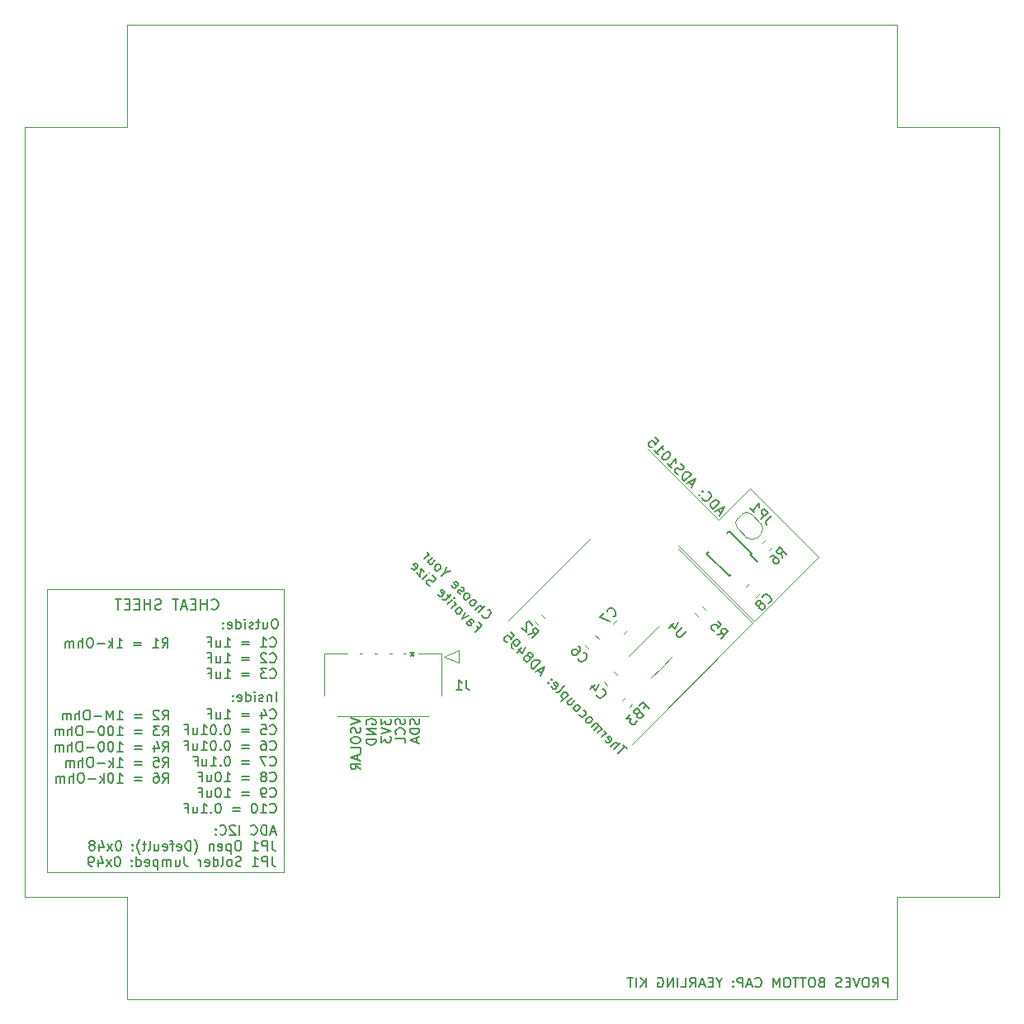
<source format=gbr>
%TF.GenerationSoftware,KiCad,Pcbnew,7.0.5*%
%TF.CreationDate,2023-06-21T14:57:04-07:00*%
%TF.ProjectId,solar-panel-side-Z,736f6c61-722d-4706-916e-656c2d736964,3.1*%
%TF.SameCoordinates,Original*%
%TF.FileFunction,Legend,Bot*%
%TF.FilePolarity,Positive*%
%FSLAX46Y46*%
G04 Gerber Fmt 4.6, Leading zero omitted, Abs format (unit mm)*
G04 Created by KiCad (PCBNEW 7.0.5) date 2023-06-21 14:57:04*
%MOMM*%
%LPD*%
G01*
G04 APERTURE LIST*
%ADD10C,0.120000*%
%ADD11C,0.150000*%
%ADD12C,0.200000*%
%TA.AperFunction,Profile*%
%ADD13C,0.050000*%
%TD*%
G04 APERTURE END LIST*
D10*
X180978123Y-89596889D02*
X173963624Y-82582390D01*
X126070000Y-92890000D02*
X126070000Y-121940000D01*
X101770000Y-121939999D01*
X101770000Y-92889999D01*
X126070000Y-92890000D01*
X173963624Y-82582390D02*
X173942411Y-82603604D01*
X174373747Y-96215409D02*
X166553146Y-88394808D01*
X163434804Y-78516527D02*
X170732146Y-85813868D01*
X170732146Y-85813868D02*
X173942411Y-82603604D01*
X149130034Y-96144698D02*
X157594102Y-87680630D01*
X166553145Y-88734219D02*
X174204041Y-96385115D01*
X174204041Y-96385115D02*
X161787246Y-108801910D01*
X174373746Y-96215409D02*
X180978123Y-89596889D01*
D11*
X113620476Y-98904820D02*
X113953809Y-98428629D01*
X114191904Y-98904820D02*
X114191904Y-97904820D01*
X114191904Y-97904820D02*
X113810952Y-97904820D01*
X113810952Y-97904820D02*
X113715714Y-97952439D01*
X113715714Y-97952439D02*
X113668095Y-98000058D01*
X113668095Y-98000058D02*
X113620476Y-98095296D01*
X113620476Y-98095296D02*
X113620476Y-98238153D01*
X113620476Y-98238153D02*
X113668095Y-98333391D01*
X113668095Y-98333391D02*
X113715714Y-98381010D01*
X113715714Y-98381010D02*
X113810952Y-98428629D01*
X113810952Y-98428629D02*
X114191904Y-98428629D01*
X112668095Y-98904820D02*
X113239523Y-98904820D01*
X112953809Y-98904820D02*
X112953809Y-97904820D01*
X112953809Y-97904820D02*
X113049047Y-98047677D01*
X113049047Y-98047677D02*
X113144285Y-98142915D01*
X113144285Y-98142915D02*
X113239523Y-98190534D01*
X111477618Y-98381010D02*
X110715714Y-98381010D01*
X110715714Y-98666724D02*
X111477618Y-98666724D01*
X108953809Y-98904820D02*
X109525237Y-98904820D01*
X109239523Y-98904820D02*
X109239523Y-97904820D01*
X109239523Y-97904820D02*
X109334761Y-98047677D01*
X109334761Y-98047677D02*
X109429999Y-98142915D01*
X109429999Y-98142915D02*
X109525237Y-98190534D01*
X108525237Y-98904820D02*
X108525237Y-97904820D01*
X108429999Y-98523867D02*
X108144285Y-98904820D01*
X108144285Y-98238153D02*
X108525237Y-98619105D01*
X107715713Y-98523867D02*
X106953809Y-98523867D01*
X106287142Y-97904820D02*
X106096666Y-97904820D01*
X106096666Y-97904820D02*
X106001428Y-97952439D01*
X106001428Y-97952439D02*
X105906190Y-98047677D01*
X105906190Y-98047677D02*
X105858571Y-98238153D01*
X105858571Y-98238153D02*
X105858571Y-98571486D01*
X105858571Y-98571486D02*
X105906190Y-98761962D01*
X105906190Y-98761962D02*
X106001428Y-98857201D01*
X106001428Y-98857201D02*
X106096666Y-98904820D01*
X106096666Y-98904820D02*
X106287142Y-98904820D01*
X106287142Y-98904820D02*
X106382380Y-98857201D01*
X106382380Y-98857201D02*
X106477618Y-98761962D01*
X106477618Y-98761962D02*
X106525237Y-98571486D01*
X106525237Y-98571486D02*
X106525237Y-98238153D01*
X106525237Y-98238153D02*
X106477618Y-98047677D01*
X106477618Y-98047677D02*
X106382380Y-97952439D01*
X106382380Y-97952439D02*
X106287142Y-97904820D01*
X105429999Y-98904820D02*
X105429999Y-97904820D01*
X105001428Y-98904820D02*
X105001428Y-98381010D01*
X105001428Y-98381010D02*
X105049047Y-98285772D01*
X105049047Y-98285772D02*
X105144285Y-98238153D01*
X105144285Y-98238153D02*
X105287142Y-98238153D01*
X105287142Y-98238153D02*
X105382380Y-98285772D01*
X105382380Y-98285772D02*
X105429999Y-98333391D01*
X104525237Y-98904820D02*
X104525237Y-98238153D01*
X104525237Y-98333391D02*
X104477618Y-98285772D01*
X104477618Y-98285772D02*
X104382380Y-98238153D01*
X104382380Y-98238153D02*
X104239523Y-98238153D01*
X104239523Y-98238153D02*
X104144285Y-98285772D01*
X104144285Y-98285772D02*
X104096666Y-98381010D01*
X104096666Y-98381010D02*
X104096666Y-98904820D01*
X104096666Y-98381010D02*
X104049047Y-98285772D01*
X104049047Y-98285772D02*
X103953809Y-98238153D01*
X103953809Y-98238153D02*
X103810952Y-98238153D01*
X103810952Y-98238153D02*
X103715713Y-98285772D01*
X103715713Y-98285772D02*
X103668094Y-98381010D01*
X103668094Y-98381010D02*
X103668094Y-98904820D01*
X138487200Y-106219524D02*
X138534819Y-106362381D01*
X138534819Y-106362381D02*
X138534819Y-106600476D01*
X138534819Y-106600476D02*
X138487200Y-106695714D01*
X138487200Y-106695714D02*
X138439580Y-106743333D01*
X138439580Y-106743333D02*
X138344342Y-106790952D01*
X138344342Y-106790952D02*
X138249104Y-106790952D01*
X138249104Y-106790952D02*
X138153866Y-106743333D01*
X138153866Y-106743333D02*
X138106247Y-106695714D01*
X138106247Y-106695714D02*
X138058628Y-106600476D01*
X138058628Y-106600476D02*
X138011009Y-106410000D01*
X138011009Y-106410000D02*
X137963390Y-106314762D01*
X137963390Y-106314762D02*
X137915771Y-106267143D01*
X137915771Y-106267143D02*
X137820533Y-106219524D01*
X137820533Y-106219524D02*
X137725295Y-106219524D01*
X137725295Y-106219524D02*
X137630057Y-106267143D01*
X137630057Y-106267143D02*
X137582438Y-106314762D01*
X137582438Y-106314762D02*
X137534819Y-106410000D01*
X137534819Y-106410000D02*
X137534819Y-106648095D01*
X137534819Y-106648095D02*
X137582438Y-106790952D01*
X138439580Y-107790952D02*
X138487200Y-107743333D01*
X138487200Y-107743333D02*
X138534819Y-107600476D01*
X138534819Y-107600476D02*
X138534819Y-107505238D01*
X138534819Y-107505238D02*
X138487200Y-107362381D01*
X138487200Y-107362381D02*
X138391961Y-107267143D01*
X138391961Y-107267143D02*
X138296723Y-107219524D01*
X138296723Y-107219524D02*
X138106247Y-107171905D01*
X138106247Y-107171905D02*
X137963390Y-107171905D01*
X137963390Y-107171905D02*
X137772914Y-107219524D01*
X137772914Y-107219524D02*
X137677676Y-107267143D01*
X137677676Y-107267143D02*
X137582438Y-107362381D01*
X137582438Y-107362381D02*
X137534819Y-107505238D01*
X137534819Y-107505238D02*
X137534819Y-107600476D01*
X137534819Y-107600476D02*
X137582438Y-107743333D01*
X137582438Y-107743333D02*
X137630057Y-107790952D01*
X138534819Y-108695714D02*
X138534819Y-108219524D01*
X138534819Y-108219524D02*
X137534819Y-108219524D01*
X124681792Y-106129581D02*
X124729411Y-106177201D01*
X124729411Y-106177201D02*
X124872268Y-106224820D01*
X124872268Y-106224820D02*
X124967506Y-106224820D01*
X124967506Y-106224820D02*
X125110363Y-106177201D01*
X125110363Y-106177201D02*
X125205601Y-106081962D01*
X125205601Y-106081962D02*
X125253220Y-105986724D01*
X125253220Y-105986724D02*
X125300839Y-105796248D01*
X125300839Y-105796248D02*
X125300839Y-105653391D01*
X125300839Y-105653391D02*
X125253220Y-105462915D01*
X125253220Y-105462915D02*
X125205601Y-105367677D01*
X125205601Y-105367677D02*
X125110363Y-105272439D01*
X125110363Y-105272439D02*
X124967506Y-105224820D01*
X124967506Y-105224820D02*
X124872268Y-105224820D01*
X124872268Y-105224820D02*
X124729411Y-105272439D01*
X124729411Y-105272439D02*
X124681792Y-105320058D01*
X123824649Y-105558153D02*
X123824649Y-106224820D01*
X124062744Y-105177201D02*
X124300839Y-105891486D01*
X124300839Y-105891486D02*
X123681792Y-105891486D01*
X122538934Y-105701010D02*
X121777030Y-105701010D01*
X121777030Y-105986724D02*
X122538934Y-105986724D01*
X120015125Y-106224820D02*
X120586553Y-106224820D01*
X120300839Y-106224820D02*
X120300839Y-105224820D01*
X120300839Y-105224820D02*
X120396077Y-105367677D01*
X120396077Y-105367677D02*
X120491315Y-105462915D01*
X120491315Y-105462915D02*
X120586553Y-105510534D01*
X119157982Y-105558153D02*
X119157982Y-106224820D01*
X119586553Y-105558153D02*
X119586553Y-106081962D01*
X119586553Y-106081962D02*
X119538934Y-106177201D01*
X119538934Y-106177201D02*
X119443696Y-106224820D01*
X119443696Y-106224820D02*
X119300839Y-106224820D01*
X119300839Y-106224820D02*
X119205601Y-106177201D01*
X119205601Y-106177201D02*
X119157982Y-106129581D01*
X118348458Y-105701010D02*
X118681791Y-105701010D01*
X118681791Y-106224820D02*
X118681791Y-105224820D01*
X118681791Y-105224820D02*
X118205601Y-105224820D01*
X124681792Y-107739581D02*
X124729411Y-107787201D01*
X124729411Y-107787201D02*
X124872268Y-107834820D01*
X124872268Y-107834820D02*
X124967506Y-107834820D01*
X124967506Y-107834820D02*
X125110363Y-107787201D01*
X125110363Y-107787201D02*
X125205601Y-107691962D01*
X125205601Y-107691962D02*
X125253220Y-107596724D01*
X125253220Y-107596724D02*
X125300839Y-107406248D01*
X125300839Y-107406248D02*
X125300839Y-107263391D01*
X125300839Y-107263391D02*
X125253220Y-107072915D01*
X125253220Y-107072915D02*
X125205601Y-106977677D01*
X125205601Y-106977677D02*
X125110363Y-106882439D01*
X125110363Y-106882439D02*
X124967506Y-106834820D01*
X124967506Y-106834820D02*
X124872268Y-106834820D01*
X124872268Y-106834820D02*
X124729411Y-106882439D01*
X124729411Y-106882439D02*
X124681792Y-106930058D01*
X123777030Y-106834820D02*
X124253220Y-106834820D01*
X124253220Y-106834820D02*
X124300839Y-107311010D01*
X124300839Y-107311010D02*
X124253220Y-107263391D01*
X124253220Y-107263391D02*
X124157982Y-107215772D01*
X124157982Y-107215772D02*
X123919887Y-107215772D01*
X123919887Y-107215772D02*
X123824649Y-107263391D01*
X123824649Y-107263391D02*
X123777030Y-107311010D01*
X123777030Y-107311010D02*
X123729411Y-107406248D01*
X123729411Y-107406248D02*
X123729411Y-107644343D01*
X123729411Y-107644343D02*
X123777030Y-107739581D01*
X123777030Y-107739581D02*
X123824649Y-107787201D01*
X123824649Y-107787201D02*
X123919887Y-107834820D01*
X123919887Y-107834820D02*
X124157982Y-107834820D01*
X124157982Y-107834820D02*
X124253220Y-107787201D01*
X124253220Y-107787201D02*
X124300839Y-107739581D01*
X122538934Y-107311010D02*
X121777030Y-107311010D01*
X121777030Y-107596724D02*
X122538934Y-107596724D01*
X120348458Y-106834820D02*
X120253220Y-106834820D01*
X120253220Y-106834820D02*
X120157982Y-106882439D01*
X120157982Y-106882439D02*
X120110363Y-106930058D01*
X120110363Y-106930058D02*
X120062744Y-107025296D01*
X120062744Y-107025296D02*
X120015125Y-107215772D01*
X120015125Y-107215772D02*
X120015125Y-107453867D01*
X120015125Y-107453867D02*
X120062744Y-107644343D01*
X120062744Y-107644343D02*
X120110363Y-107739581D01*
X120110363Y-107739581D02*
X120157982Y-107787201D01*
X120157982Y-107787201D02*
X120253220Y-107834820D01*
X120253220Y-107834820D02*
X120348458Y-107834820D01*
X120348458Y-107834820D02*
X120443696Y-107787201D01*
X120443696Y-107787201D02*
X120491315Y-107739581D01*
X120491315Y-107739581D02*
X120538934Y-107644343D01*
X120538934Y-107644343D02*
X120586553Y-107453867D01*
X120586553Y-107453867D02*
X120586553Y-107215772D01*
X120586553Y-107215772D02*
X120538934Y-107025296D01*
X120538934Y-107025296D02*
X120491315Y-106930058D01*
X120491315Y-106930058D02*
X120443696Y-106882439D01*
X120443696Y-106882439D02*
X120348458Y-106834820D01*
X119586553Y-107739581D02*
X119538934Y-107787201D01*
X119538934Y-107787201D02*
X119586553Y-107834820D01*
X119586553Y-107834820D02*
X119634172Y-107787201D01*
X119634172Y-107787201D02*
X119586553Y-107739581D01*
X119586553Y-107739581D02*
X119586553Y-107834820D01*
X118919887Y-106834820D02*
X118824649Y-106834820D01*
X118824649Y-106834820D02*
X118729411Y-106882439D01*
X118729411Y-106882439D02*
X118681792Y-106930058D01*
X118681792Y-106930058D02*
X118634173Y-107025296D01*
X118634173Y-107025296D02*
X118586554Y-107215772D01*
X118586554Y-107215772D02*
X118586554Y-107453867D01*
X118586554Y-107453867D02*
X118634173Y-107644343D01*
X118634173Y-107644343D02*
X118681792Y-107739581D01*
X118681792Y-107739581D02*
X118729411Y-107787201D01*
X118729411Y-107787201D02*
X118824649Y-107834820D01*
X118824649Y-107834820D02*
X118919887Y-107834820D01*
X118919887Y-107834820D02*
X119015125Y-107787201D01*
X119015125Y-107787201D02*
X119062744Y-107739581D01*
X119062744Y-107739581D02*
X119110363Y-107644343D01*
X119110363Y-107644343D02*
X119157982Y-107453867D01*
X119157982Y-107453867D02*
X119157982Y-107215772D01*
X119157982Y-107215772D02*
X119110363Y-107025296D01*
X119110363Y-107025296D02*
X119062744Y-106930058D01*
X119062744Y-106930058D02*
X119015125Y-106882439D01*
X119015125Y-106882439D02*
X118919887Y-106834820D01*
X117634173Y-107834820D02*
X118205601Y-107834820D01*
X117919887Y-107834820D02*
X117919887Y-106834820D01*
X117919887Y-106834820D02*
X118015125Y-106977677D01*
X118015125Y-106977677D02*
X118110363Y-107072915D01*
X118110363Y-107072915D02*
X118205601Y-107120534D01*
X116777030Y-107168153D02*
X116777030Y-107834820D01*
X117205601Y-107168153D02*
X117205601Y-107691962D01*
X117205601Y-107691962D02*
X117157982Y-107787201D01*
X117157982Y-107787201D02*
X117062744Y-107834820D01*
X117062744Y-107834820D02*
X116919887Y-107834820D01*
X116919887Y-107834820D02*
X116824649Y-107787201D01*
X116824649Y-107787201D02*
X116777030Y-107739581D01*
X115967506Y-107311010D02*
X116300839Y-107311010D01*
X116300839Y-107834820D02*
X116300839Y-106834820D01*
X116300839Y-106834820D02*
X115824649Y-106834820D01*
X124681792Y-109349581D02*
X124729411Y-109397201D01*
X124729411Y-109397201D02*
X124872268Y-109444820D01*
X124872268Y-109444820D02*
X124967506Y-109444820D01*
X124967506Y-109444820D02*
X125110363Y-109397201D01*
X125110363Y-109397201D02*
X125205601Y-109301962D01*
X125205601Y-109301962D02*
X125253220Y-109206724D01*
X125253220Y-109206724D02*
X125300839Y-109016248D01*
X125300839Y-109016248D02*
X125300839Y-108873391D01*
X125300839Y-108873391D02*
X125253220Y-108682915D01*
X125253220Y-108682915D02*
X125205601Y-108587677D01*
X125205601Y-108587677D02*
X125110363Y-108492439D01*
X125110363Y-108492439D02*
X124967506Y-108444820D01*
X124967506Y-108444820D02*
X124872268Y-108444820D01*
X124872268Y-108444820D02*
X124729411Y-108492439D01*
X124729411Y-108492439D02*
X124681792Y-108540058D01*
X123824649Y-108444820D02*
X124015125Y-108444820D01*
X124015125Y-108444820D02*
X124110363Y-108492439D01*
X124110363Y-108492439D02*
X124157982Y-108540058D01*
X124157982Y-108540058D02*
X124253220Y-108682915D01*
X124253220Y-108682915D02*
X124300839Y-108873391D01*
X124300839Y-108873391D02*
X124300839Y-109254343D01*
X124300839Y-109254343D02*
X124253220Y-109349581D01*
X124253220Y-109349581D02*
X124205601Y-109397201D01*
X124205601Y-109397201D02*
X124110363Y-109444820D01*
X124110363Y-109444820D02*
X123919887Y-109444820D01*
X123919887Y-109444820D02*
X123824649Y-109397201D01*
X123824649Y-109397201D02*
X123777030Y-109349581D01*
X123777030Y-109349581D02*
X123729411Y-109254343D01*
X123729411Y-109254343D02*
X123729411Y-109016248D01*
X123729411Y-109016248D02*
X123777030Y-108921010D01*
X123777030Y-108921010D02*
X123824649Y-108873391D01*
X123824649Y-108873391D02*
X123919887Y-108825772D01*
X123919887Y-108825772D02*
X124110363Y-108825772D01*
X124110363Y-108825772D02*
X124205601Y-108873391D01*
X124205601Y-108873391D02*
X124253220Y-108921010D01*
X124253220Y-108921010D02*
X124300839Y-109016248D01*
X122538934Y-108921010D02*
X121777030Y-108921010D01*
X121777030Y-109206724D02*
X122538934Y-109206724D01*
X120348458Y-108444820D02*
X120253220Y-108444820D01*
X120253220Y-108444820D02*
X120157982Y-108492439D01*
X120157982Y-108492439D02*
X120110363Y-108540058D01*
X120110363Y-108540058D02*
X120062744Y-108635296D01*
X120062744Y-108635296D02*
X120015125Y-108825772D01*
X120015125Y-108825772D02*
X120015125Y-109063867D01*
X120015125Y-109063867D02*
X120062744Y-109254343D01*
X120062744Y-109254343D02*
X120110363Y-109349581D01*
X120110363Y-109349581D02*
X120157982Y-109397201D01*
X120157982Y-109397201D02*
X120253220Y-109444820D01*
X120253220Y-109444820D02*
X120348458Y-109444820D01*
X120348458Y-109444820D02*
X120443696Y-109397201D01*
X120443696Y-109397201D02*
X120491315Y-109349581D01*
X120491315Y-109349581D02*
X120538934Y-109254343D01*
X120538934Y-109254343D02*
X120586553Y-109063867D01*
X120586553Y-109063867D02*
X120586553Y-108825772D01*
X120586553Y-108825772D02*
X120538934Y-108635296D01*
X120538934Y-108635296D02*
X120491315Y-108540058D01*
X120491315Y-108540058D02*
X120443696Y-108492439D01*
X120443696Y-108492439D02*
X120348458Y-108444820D01*
X119586553Y-109349581D02*
X119538934Y-109397201D01*
X119538934Y-109397201D02*
X119586553Y-109444820D01*
X119586553Y-109444820D02*
X119634172Y-109397201D01*
X119634172Y-109397201D02*
X119586553Y-109349581D01*
X119586553Y-109349581D02*
X119586553Y-109444820D01*
X118919887Y-108444820D02*
X118824649Y-108444820D01*
X118824649Y-108444820D02*
X118729411Y-108492439D01*
X118729411Y-108492439D02*
X118681792Y-108540058D01*
X118681792Y-108540058D02*
X118634173Y-108635296D01*
X118634173Y-108635296D02*
X118586554Y-108825772D01*
X118586554Y-108825772D02*
X118586554Y-109063867D01*
X118586554Y-109063867D02*
X118634173Y-109254343D01*
X118634173Y-109254343D02*
X118681792Y-109349581D01*
X118681792Y-109349581D02*
X118729411Y-109397201D01*
X118729411Y-109397201D02*
X118824649Y-109444820D01*
X118824649Y-109444820D02*
X118919887Y-109444820D01*
X118919887Y-109444820D02*
X119015125Y-109397201D01*
X119015125Y-109397201D02*
X119062744Y-109349581D01*
X119062744Y-109349581D02*
X119110363Y-109254343D01*
X119110363Y-109254343D02*
X119157982Y-109063867D01*
X119157982Y-109063867D02*
X119157982Y-108825772D01*
X119157982Y-108825772D02*
X119110363Y-108635296D01*
X119110363Y-108635296D02*
X119062744Y-108540058D01*
X119062744Y-108540058D02*
X119015125Y-108492439D01*
X119015125Y-108492439D02*
X118919887Y-108444820D01*
X117634173Y-109444820D02*
X118205601Y-109444820D01*
X117919887Y-109444820D02*
X117919887Y-108444820D01*
X117919887Y-108444820D02*
X118015125Y-108587677D01*
X118015125Y-108587677D02*
X118110363Y-108682915D01*
X118110363Y-108682915D02*
X118205601Y-108730534D01*
X116777030Y-108778153D02*
X116777030Y-109444820D01*
X117205601Y-108778153D02*
X117205601Y-109301962D01*
X117205601Y-109301962D02*
X117157982Y-109397201D01*
X117157982Y-109397201D02*
X117062744Y-109444820D01*
X117062744Y-109444820D02*
X116919887Y-109444820D01*
X116919887Y-109444820D02*
X116824649Y-109397201D01*
X116824649Y-109397201D02*
X116777030Y-109349581D01*
X115967506Y-108921010D02*
X116300839Y-108921010D01*
X116300839Y-109444820D02*
X116300839Y-108444820D01*
X116300839Y-108444820D02*
X115824649Y-108444820D01*
X124681792Y-110959581D02*
X124729411Y-111007201D01*
X124729411Y-111007201D02*
X124872268Y-111054820D01*
X124872268Y-111054820D02*
X124967506Y-111054820D01*
X124967506Y-111054820D02*
X125110363Y-111007201D01*
X125110363Y-111007201D02*
X125205601Y-110911962D01*
X125205601Y-110911962D02*
X125253220Y-110816724D01*
X125253220Y-110816724D02*
X125300839Y-110626248D01*
X125300839Y-110626248D02*
X125300839Y-110483391D01*
X125300839Y-110483391D02*
X125253220Y-110292915D01*
X125253220Y-110292915D02*
X125205601Y-110197677D01*
X125205601Y-110197677D02*
X125110363Y-110102439D01*
X125110363Y-110102439D02*
X124967506Y-110054820D01*
X124967506Y-110054820D02*
X124872268Y-110054820D01*
X124872268Y-110054820D02*
X124729411Y-110102439D01*
X124729411Y-110102439D02*
X124681792Y-110150058D01*
X124348458Y-110054820D02*
X123681792Y-110054820D01*
X123681792Y-110054820D02*
X124110363Y-111054820D01*
X122538934Y-110531010D02*
X121777030Y-110531010D01*
X121777030Y-110816724D02*
X122538934Y-110816724D01*
X120348458Y-110054820D02*
X120253220Y-110054820D01*
X120253220Y-110054820D02*
X120157982Y-110102439D01*
X120157982Y-110102439D02*
X120110363Y-110150058D01*
X120110363Y-110150058D02*
X120062744Y-110245296D01*
X120062744Y-110245296D02*
X120015125Y-110435772D01*
X120015125Y-110435772D02*
X120015125Y-110673867D01*
X120015125Y-110673867D02*
X120062744Y-110864343D01*
X120062744Y-110864343D02*
X120110363Y-110959581D01*
X120110363Y-110959581D02*
X120157982Y-111007201D01*
X120157982Y-111007201D02*
X120253220Y-111054820D01*
X120253220Y-111054820D02*
X120348458Y-111054820D01*
X120348458Y-111054820D02*
X120443696Y-111007201D01*
X120443696Y-111007201D02*
X120491315Y-110959581D01*
X120491315Y-110959581D02*
X120538934Y-110864343D01*
X120538934Y-110864343D02*
X120586553Y-110673867D01*
X120586553Y-110673867D02*
X120586553Y-110435772D01*
X120586553Y-110435772D02*
X120538934Y-110245296D01*
X120538934Y-110245296D02*
X120491315Y-110150058D01*
X120491315Y-110150058D02*
X120443696Y-110102439D01*
X120443696Y-110102439D02*
X120348458Y-110054820D01*
X119586553Y-110959581D02*
X119538934Y-111007201D01*
X119538934Y-111007201D02*
X119586553Y-111054820D01*
X119586553Y-111054820D02*
X119634172Y-111007201D01*
X119634172Y-111007201D02*
X119586553Y-110959581D01*
X119586553Y-110959581D02*
X119586553Y-111054820D01*
X118586554Y-111054820D02*
X119157982Y-111054820D01*
X118872268Y-111054820D02*
X118872268Y-110054820D01*
X118872268Y-110054820D02*
X118967506Y-110197677D01*
X118967506Y-110197677D02*
X119062744Y-110292915D01*
X119062744Y-110292915D02*
X119157982Y-110340534D01*
X117729411Y-110388153D02*
X117729411Y-111054820D01*
X118157982Y-110388153D02*
X118157982Y-110911962D01*
X118157982Y-110911962D02*
X118110363Y-111007201D01*
X118110363Y-111007201D02*
X118015125Y-111054820D01*
X118015125Y-111054820D02*
X117872268Y-111054820D01*
X117872268Y-111054820D02*
X117777030Y-111007201D01*
X117777030Y-111007201D02*
X117729411Y-110959581D01*
X116919887Y-110531010D02*
X117253220Y-110531010D01*
X117253220Y-111054820D02*
X117253220Y-110054820D01*
X117253220Y-110054820D02*
X116777030Y-110054820D01*
X124681792Y-112569581D02*
X124729411Y-112617201D01*
X124729411Y-112617201D02*
X124872268Y-112664820D01*
X124872268Y-112664820D02*
X124967506Y-112664820D01*
X124967506Y-112664820D02*
X125110363Y-112617201D01*
X125110363Y-112617201D02*
X125205601Y-112521962D01*
X125205601Y-112521962D02*
X125253220Y-112426724D01*
X125253220Y-112426724D02*
X125300839Y-112236248D01*
X125300839Y-112236248D02*
X125300839Y-112093391D01*
X125300839Y-112093391D02*
X125253220Y-111902915D01*
X125253220Y-111902915D02*
X125205601Y-111807677D01*
X125205601Y-111807677D02*
X125110363Y-111712439D01*
X125110363Y-111712439D02*
X124967506Y-111664820D01*
X124967506Y-111664820D02*
X124872268Y-111664820D01*
X124872268Y-111664820D02*
X124729411Y-111712439D01*
X124729411Y-111712439D02*
X124681792Y-111760058D01*
X124110363Y-112093391D02*
X124205601Y-112045772D01*
X124205601Y-112045772D02*
X124253220Y-111998153D01*
X124253220Y-111998153D02*
X124300839Y-111902915D01*
X124300839Y-111902915D02*
X124300839Y-111855296D01*
X124300839Y-111855296D02*
X124253220Y-111760058D01*
X124253220Y-111760058D02*
X124205601Y-111712439D01*
X124205601Y-111712439D02*
X124110363Y-111664820D01*
X124110363Y-111664820D02*
X123919887Y-111664820D01*
X123919887Y-111664820D02*
X123824649Y-111712439D01*
X123824649Y-111712439D02*
X123777030Y-111760058D01*
X123777030Y-111760058D02*
X123729411Y-111855296D01*
X123729411Y-111855296D02*
X123729411Y-111902915D01*
X123729411Y-111902915D02*
X123777030Y-111998153D01*
X123777030Y-111998153D02*
X123824649Y-112045772D01*
X123824649Y-112045772D02*
X123919887Y-112093391D01*
X123919887Y-112093391D02*
X124110363Y-112093391D01*
X124110363Y-112093391D02*
X124205601Y-112141010D01*
X124205601Y-112141010D02*
X124253220Y-112188629D01*
X124253220Y-112188629D02*
X124300839Y-112283867D01*
X124300839Y-112283867D02*
X124300839Y-112474343D01*
X124300839Y-112474343D02*
X124253220Y-112569581D01*
X124253220Y-112569581D02*
X124205601Y-112617201D01*
X124205601Y-112617201D02*
X124110363Y-112664820D01*
X124110363Y-112664820D02*
X123919887Y-112664820D01*
X123919887Y-112664820D02*
X123824649Y-112617201D01*
X123824649Y-112617201D02*
X123777030Y-112569581D01*
X123777030Y-112569581D02*
X123729411Y-112474343D01*
X123729411Y-112474343D02*
X123729411Y-112283867D01*
X123729411Y-112283867D02*
X123777030Y-112188629D01*
X123777030Y-112188629D02*
X123824649Y-112141010D01*
X123824649Y-112141010D02*
X123919887Y-112093391D01*
X122538934Y-112141010D02*
X121777030Y-112141010D01*
X121777030Y-112426724D02*
X122538934Y-112426724D01*
X120015125Y-112664820D02*
X120586553Y-112664820D01*
X120300839Y-112664820D02*
X120300839Y-111664820D01*
X120300839Y-111664820D02*
X120396077Y-111807677D01*
X120396077Y-111807677D02*
X120491315Y-111902915D01*
X120491315Y-111902915D02*
X120586553Y-111950534D01*
X119396077Y-111664820D02*
X119300839Y-111664820D01*
X119300839Y-111664820D02*
X119205601Y-111712439D01*
X119205601Y-111712439D02*
X119157982Y-111760058D01*
X119157982Y-111760058D02*
X119110363Y-111855296D01*
X119110363Y-111855296D02*
X119062744Y-112045772D01*
X119062744Y-112045772D02*
X119062744Y-112283867D01*
X119062744Y-112283867D02*
X119110363Y-112474343D01*
X119110363Y-112474343D02*
X119157982Y-112569581D01*
X119157982Y-112569581D02*
X119205601Y-112617201D01*
X119205601Y-112617201D02*
X119300839Y-112664820D01*
X119300839Y-112664820D02*
X119396077Y-112664820D01*
X119396077Y-112664820D02*
X119491315Y-112617201D01*
X119491315Y-112617201D02*
X119538934Y-112569581D01*
X119538934Y-112569581D02*
X119586553Y-112474343D01*
X119586553Y-112474343D02*
X119634172Y-112283867D01*
X119634172Y-112283867D02*
X119634172Y-112045772D01*
X119634172Y-112045772D02*
X119586553Y-111855296D01*
X119586553Y-111855296D02*
X119538934Y-111760058D01*
X119538934Y-111760058D02*
X119491315Y-111712439D01*
X119491315Y-111712439D02*
X119396077Y-111664820D01*
X118205601Y-111998153D02*
X118205601Y-112664820D01*
X118634172Y-111998153D02*
X118634172Y-112521962D01*
X118634172Y-112521962D02*
X118586553Y-112617201D01*
X118586553Y-112617201D02*
X118491315Y-112664820D01*
X118491315Y-112664820D02*
X118348458Y-112664820D01*
X118348458Y-112664820D02*
X118253220Y-112617201D01*
X118253220Y-112617201D02*
X118205601Y-112569581D01*
X117396077Y-112141010D02*
X117729410Y-112141010D01*
X117729410Y-112664820D02*
X117729410Y-111664820D01*
X117729410Y-111664820D02*
X117253220Y-111664820D01*
X124681792Y-114179581D02*
X124729411Y-114227201D01*
X124729411Y-114227201D02*
X124872268Y-114274820D01*
X124872268Y-114274820D02*
X124967506Y-114274820D01*
X124967506Y-114274820D02*
X125110363Y-114227201D01*
X125110363Y-114227201D02*
X125205601Y-114131962D01*
X125205601Y-114131962D02*
X125253220Y-114036724D01*
X125253220Y-114036724D02*
X125300839Y-113846248D01*
X125300839Y-113846248D02*
X125300839Y-113703391D01*
X125300839Y-113703391D02*
X125253220Y-113512915D01*
X125253220Y-113512915D02*
X125205601Y-113417677D01*
X125205601Y-113417677D02*
X125110363Y-113322439D01*
X125110363Y-113322439D02*
X124967506Y-113274820D01*
X124967506Y-113274820D02*
X124872268Y-113274820D01*
X124872268Y-113274820D02*
X124729411Y-113322439D01*
X124729411Y-113322439D02*
X124681792Y-113370058D01*
X124205601Y-114274820D02*
X124015125Y-114274820D01*
X124015125Y-114274820D02*
X123919887Y-114227201D01*
X123919887Y-114227201D02*
X123872268Y-114179581D01*
X123872268Y-114179581D02*
X123777030Y-114036724D01*
X123777030Y-114036724D02*
X123729411Y-113846248D01*
X123729411Y-113846248D02*
X123729411Y-113465296D01*
X123729411Y-113465296D02*
X123777030Y-113370058D01*
X123777030Y-113370058D02*
X123824649Y-113322439D01*
X123824649Y-113322439D02*
X123919887Y-113274820D01*
X123919887Y-113274820D02*
X124110363Y-113274820D01*
X124110363Y-113274820D02*
X124205601Y-113322439D01*
X124205601Y-113322439D02*
X124253220Y-113370058D01*
X124253220Y-113370058D02*
X124300839Y-113465296D01*
X124300839Y-113465296D02*
X124300839Y-113703391D01*
X124300839Y-113703391D02*
X124253220Y-113798629D01*
X124253220Y-113798629D02*
X124205601Y-113846248D01*
X124205601Y-113846248D02*
X124110363Y-113893867D01*
X124110363Y-113893867D02*
X123919887Y-113893867D01*
X123919887Y-113893867D02*
X123824649Y-113846248D01*
X123824649Y-113846248D02*
X123777030Y-113798629D01*
X123777030Y-113798629D02*
X123729411Y-113703391D01*
X122538934Y-113751010D02*
X121777030Y-113751010D01*
X121777030Y-114036724D02*
X122538934Y-114036724D01*
X120015125Y-114274820D02*
X120586553Y-114274820D01*
X120300839Y-114274820D02*
X120300839Y-113274820D01*
X120300839Y-113274820D02*
X120396077Y-113417677D01*
X120396077Y-113417677D02*
X120491315Y-113512915D01*
X120491315Y-113512915D02*
X120586553Y-113560534D01*
X119396077Y-113274820D02*
X119300839Y-113274820D01*
X119300839Y-113274820D02*
X119205601Y-113322439D01*
X119205601Y-113322439D02*
X119157982Y-113370058D01*
X119157982Y-113370058D02*
X119110363Y-113465296D01*
X119110363Y-113465296D02*
X119062744Y-113655772D01*
X119062744Y-113655772D02*
X119062744Y-113893867D01*
X119062744Y-113893867D02*
X119110363Y-114084343D01*
X119110363Y-114084343D02*
X119157982Y-114179581D01*
X119157982Y-114179581D02*
X119205601Y-114227201D01*
X119205601Y-114227201D02*
X119300839Y-114274820D01*
X119300839Y-114274820D02*
X119396077Y-114274820D01*
X119396077Y-114274820D02*
X119491315Y-114227201D01*
X119491315Y-114227201D02*
X119538934Y-114179581D01*
X119538934Y-114179581D02*
X119586553Y-114084343D01*
X119586553Y-114084343D02*
X119634172Y-113893867D01*
X119634172Y-113893867D02*
X119634172Y-113655772D01*
X119634172Y-113655772D02*
X119586553Y-113465296D01*
X119586553Y-113465296D02*
X119538934Y-113370058D01*
X119538934Y-113370058D02*
X119491315Y-113322439D01*
X119491315Y-113322439D02*
X119396077Y-113274820D01*
X118205601Y-113608153D02*
X118205601Y-114274820D01*
X118634172Y-113608153D02*
X118634172Y-114131962D01*
X118634172Y-114131962D02*
X118586553Y-114227201D01*
X118586553Y-114227201D02*
X118491315Y-114274820D01*
X118491315Y-114274820D02*
X118348458Y-114274820D01*
X118348458Y-114274820D02*
X118253220Y-114227201D01*
X118253220Y-114227201D02*
X118205601Y-114179581D01*
X117396077Y-113751010D02*
X117729410Y-113751010D01*
X117729410Y-114274820D02*
X117729410Y-113274820D01*
X117729410Y-113274820D02*
X117253220Y-113274820D01*
X124681792Y-115789581D02*
X124729411Y-115837201D01*
X124729411Y-115837201D02*
X124872268Y-115884820D01*
X124872268Y-115884820D02*
X124967506Y-115884820D01*
X124967506Y-115884820D02*
X125110363Y-115837201D01*
X125110363Y-115837201D02*
X125205601Y-115741962D01*
X125205601Y-115741962D02*
X125253220Y-115646724D01*
X125253220Y-115646724D02*
X125300839Y-115456248D01*
X125300839Y-115456248D02*
X125300839Y-115313391D01*
X125300839Y-115313391D02*
X125253220Y-115122915D01*
X125253220Y-115122915D02*
X125205601Y-115027677D01*
X125205601Y-115027677D02*
X125110363Y-114932439D01*
X125110363Y-114932439D02*
X124967506Y-114884820D01*
X124967506Y-114884820D02*
X124872268Y-114884820D01*
X124872268Y-114884820D02*
X124729411Y-114932439D01*
X124729411Y-114932439D02*
X124681792Y-114980058D01*
X123729411Y-115884820D02*
X124300839Y-115884820D01*
X124015125Y-115884820D02*
X124015125Y-114884820D01*
X124015125Y-114884820D02*
X124110363Y-115027677D01*
X124110363Y-115027677D02*
X124205601Y-115122915D01*
X124205601Y-115122915D02*
X124300839Y-115170534D01*
X123110363Y-114884820D02*
X123015125Y-114884820D01*
X123015125Y-114884820D02*
X122919887Y-114932439D01*
X122919887Y-114932439D02*
X122872268Y-114980058D01*
X122872268Y-114980058D02*
X122824649Y-115075296D01*
X122824649Y-115075296D02*
X122777030Y-115265772D01*
X122777030Y-115265772D02*
X122777030Y-115503867D01*
X122777030Y-115503867D02*
X122824649Y-115694343D01*
X122824649Y-115694343D02*
X122872268Y-115789581D01*
X122872268Y-115789581D02*
X122919887Y-115837201D01*
X122919887Y-115837201D02*
X123015125Y-115884820D01*
X123015125Y-115884820D02*
X123110363Y-115884820D01*
X123110363Y-115884820D02*
X123205601Y-115837201D01*
X123205601Y-115837201D02*
X123253220Y-115789581D01*
X123253220Y-115789581D02*
X123300839Y-115694343D01*
X123300839Y-115694343D02*
X123348458Y-115503867D01*
X123348458Y-115503867D02*
X123348458Y-115265772D01*
X123348458Y-115265772D02*
X123300839Y-115075296D01*
X123300839Y-115075296D02*
X123253220Y-114980058D01*
X123253220Y-114980058D02*
X123205601Y-114932439D01*
X123205601Y-114932439D02*
X123110363Y-114884820D01*
X121586553Y-115361010D02*
X120824649Y-115361010D01*
X120824649Y-115646724D02*
X121586553Y-115646724D01*
X119396077Y-114884820D02*
X119300839Y-114884820D01*
X119300839Y-114884820D02*
X119205601Y-114932439D01*
X119205601Y-114932439D02*
X119157982Y-114980058D01*
X119157982Y-114980058D02*
X119110363Y-115075296D01*
X119110363Y-115075296D02*
X119062744Y-115265772D01*
X119062744Y-115265772D02*
X119062744Y-115503867D01*
X119062744Y-115503867D02*
X119110363Y-115694343D01*
X119110363Y-115694343D02*
X119157982Y-115789581D01*
X119157982Y-115789581D02*
X119205601Y-115837201D01*
X119205601Y-115837201D02*
X119300839Y-115884820D01*
X119300839Y-115884820D02*
X119396077Y-115884820D01*
X119396077Y-115884820D02*
X119491315Y-115837201D01*
X119491315Y-115837201D02*
X119538934Y-115789581D01*
X119538934Y-115789581D02*
X119586553Y-115694343D01*
X119586553Y-115694343D02*
X119634172Y-115503867D01*
X119634172Y-115503867D02*
X119634172Y-115265772D01*
X119634172Y-115265772D02*
X119586553Y-115075296D01*
X119586553Y-115075296D02*
X119538934Y-114980058D01*
X119538934Y-114980058D02*
X119491315Y-114932439D01*
X119491315Y-114932439D02*
X119396077Y-114884820D01*
X118634172Y-115789581D02*
X118586553Y-115837201D01*
X118586553Y-115837201D02*
X118634172Y-115884820D01*
X118634172Y-115884820D02*
X118681791Y-115837201D01*
X118681791Y-115837201D02*
X118634172Y-115789581D01*
X118634172Y-115789581D02*
X118634172Y-115884820D01*
X117634173Y-115884820D02*
X118205601Y-115884820D01*
X117919887Y-115884820D02*
X117919887Y-114884820D01*
X117919887Y-114884820D02*
X118015125Y-115027677D01*
X118015125Y-115027677D02*
X118110363Y-115122915D01*
X118110363Y-115122915D02*
X118205601Y-115170534D01*
X116777030Y-115218153D02*
X116777030Y-115884820D01*
X117205601Y-115218153D02*
X117205601Y-115741962D01*
X117205601Y-115741962D02*
X117157982Y-115837201D01*
X117157982Y-115837201D02*
X117062744Y-115884820D01*
X117062744Y-115884820D02*
X116919887Y-115884820D01*
X116919887Y-115884820D02*
X116824649Y-115837201D01*
X116824649Y-115837201D02*
X116777030Y-115789581D01*
X115967506Y-115361010D02*
X116300839Y-115361010D01*
X116300839Y-115884820D02*
X116300839Y-114884820D01*
X116300839Y-114884820D02*
X115824649Y-114884820D01*
X132954819Y-106153333D02*
X133954819Y-106486666D01*
X133954819Y-106486666D02*
X132954819Y-106819999D01*
X133907200Y-107105714D02*
X133954819Y-107248571D01*
X133954819Y-107248571D02*
X133954819Y-107486666D01*
X133954819Y-107486666D02*
X133907200Y-107581904D01*
X133907200Y-107581904D02*
X133859580Y-107629523D01*
X133859580Y-107629523D02*
X133764342Y-107677142D01*
X133764342Y-107677142D02*
X133669104Y-107677142D01*
X133669104Y-107677142D02*
X133573866Y-107629523D01*
X133573866Y-107629523D02*
X133526247Y-107581904D01*
X133526247Y-107581904D02*
X133478628Y-107486666D01*
X133478628Y-107486666D02*
X133431009Y-107296190D01*
X133431009Y-107296190D02*
X133383390Y-107200952D01*
X133383390Y-107200952D02*
X133335771Y-107153333D01*
X133335771Y-107153333D02*
X133240533Y-107105714D01*
X133240533Y-107105714D02*
X133145295Y-107105714D01*
X133145295Y-107105714D02*
X133050057Y-107153333D01*
X133050057Y-107153333D02*
X133002438Y-107200952D01*
X133002438Y-107200952D02*
X132954819Y-107296190D01*
X132954819Y-107296190D02*
X132954819Y-107534285D01*
X132954819Y-107534285D02*
X133002438Y-107677142D01*
X132954819Y-108296190D02*
X132954819Y-108486666D01*
X132954819Y-108486666D02*
X133002438Y-108581904D01*
X133002438Y-108581904D02*
X133097676Y-108677142D01*
X133097676Y-108677142D02*
X133288152Y-108724761D01*
X133288152Y-108724761D02*
X133621485Y-108724761D01*
X133621485Y-108724761D02*
X133811961Y-108677142D01*
X133811961Y-108677142D02*
X133907200Y-108581904D01*
X133907200Y-108581904D02*
X133954819Y-108486666D01*
X133954819Y-108486666D02*
X133954819Y-108296190D01*
X133954819Y-108296190D02*
X133907200Y-108200952D01*
X133907200Y-108200952D02*
X133811961Y-108105714D01*
X133811961Y-108105714D02*
X133621485Y-108058095D01*
X133621485Y-108058095D02*
X133288152Y-108058095D01*
X133288152Y-108058095D02*
X133097676Y-108105714D01*
X133097676Y-108105714D02*
X133002438Y-108200952D01*
X133002438Y-108200952D02*
X132954819Y-108296190D01*
X133954819Y-109629523D02*
X133954819Y-109153333D01*
X133954819Y-109153333D02*
X132954819Y-109153333D01*
X133669104Y-109915238D02*
X133669104Y-110391428D01*
X133954819Y-109820000D02*
X132954819Y-110153333D01*
X132954819Y-110153333D02*
X133954819Y-110486666D01*
X133954819Y-111391428D02*
X133478628Y-111058095D01*
X133954819Y-110820000D02*
X132954819Y-110820000D01*
X132954819Y-110820000D02*
X132954819Y-111200952D01*
X132954819Y-111200952D02*
X133002438Y-111296190D01*
X133002438Y-111296190D02*
X133050057Y-111343809D01*
X133050057Y-111343809D02*
X133145295Y-111391428D01*
X133145295Y-111391428D02*
X133288152Y-111391428D01*
X133288152Y-111391428D02*
X133383390Y-111343809D01*
X133383390Y-111343809D02*
X133431009Y-111296190D01*
X133431009Y-111296190D02*
X133478628Y-111200952D01*
X133478628Y-111200952D02*
X133478628Y-110820000D01*
X161298627Y-109281772D02*
X160894566Y-108877711D01*
X160389490Y-109786848D02*
X161096597Y-109079742D01*
X159951757Y-109349115D02*
X160658864Y-108642009D01*
X159648711Y-109046070D02*
X160019101Y-108675680D01*
X160019101Y-108675680D02*
X160120116Y-108642009D01*
X160120116Y-108642009D02*
X160221131Y-108675680D01*
X160221131Y-108675680D02*
X160322146Y-108776696D01*
X160322146Y-108776696D02*
X160355818Y-108877711D01*
X160355818Y-108877711D02*
X160355818Y-108945054D01*
X159076292Y-108406306D02*
X159109963Y-108507322D01*
X159109963Y-108507322D02*
X159244650Y-108642009D01*
X159244650Y-108642009D02*
X159345666Y-108675680D01*
X159345666Y-108675680D02*
X159446681Y-108642009D01*
X159446681Y-108642009D02*
X159716055Y-108372635D01*
X159716055Y-108372635D02*
X159749727Y-108271619D01*
X159749727Y-108271619D02*
X159716055Y-108170604D01*
X159716055Y-108170604D02*
X159581368Y-108035917D01*
X159581368Y-108035917D02*
X159480353Y-108002245D01*
X159480353Y-108002245D02*
X159379337Y-108035917D01*
X159379337Y-108035917D02*
X159311994Y-108103261D01*
X159311994Y-108103261D02*
X159581368Y-108507322D01*
X158705902Y-108103260D02*
X159177307Y-107631856D01*
X159042620Y-107766543D02*
X159076291Y-107665528D01*
X159076291Y-107665528D02*
X159076291Y-107598184D01*
X159076291Y-107598184D02*
X159042620Y-107497169D01*
X159042620Y-107497169D02*
X158975276Y-107429825D01*
X158268169Y-107665527D02*
X158739574Y-107194123D01*
X158672230Y-107261466D02*
X158672230Y-107194123D01*
X158672230Y-107194123D02*
X158638558Y-107093108D01*
X158638558Y-107093108D02*
X158537543Y-106992092D01*
X158537543Y-106992092D02*
X158436528Y-106958421D01*
X158436528Y-106958421D02*
X158335513Y-106992092D01*
X158335513Y-106992092D02*
X157965123Y-107362482D01*
X158335513Y-106992092D02*
X158369184Y-106891077D01*
X158369184Y-106891077D02*
X158335513Y-106790062D01*
X158335513Y-106790062D02*
X158234497Y-106689047D01*
X158234497Y-106689047D02*
X158133482Y-106655375D01*
X158133482Y-106655375D02*
X158032467Y-106689047D01*
X158032467Y-106689047D02*
X157662078Y-107059436D01*
X157224345Y-106621703D02*
X157325360Y-106655375D01*
X157325360Y-106655375D02*
X157392704Y-106655375D01*
X157392704Y-106655375D02*
X157493719Y-106621703D01*
X157493719Y-106621703D02*
X157695750Y-106419673D01*
X157695750Y-106419673D02*
X157729421Y-106318658D01*
X157729421Y-106318658D02*
X157729421Y-106251314D01*
X157729421Y-106251314D02*
X157695750Y-106150299D01*
X157695750Y-106150299D02*
X157594734Y-106049284D01*
X157594734Y-106049284D02*
X157493719Y-106015612D01*
X157493719Y-106015612D02*
X157426376Y-106015612D01*
X157426376Y-106015612D02*
X157325360Y-106049284D01*
X157325360Y-106049284D02*
X157123330Y-106251314D01*
X157123330Y-106251314D02*
X157089658Y-106352329D01*
X157089658Y-106352329D02*
X157089658Y-106419673D01*
X157089658Y-106419673D02*
X157123330Y-106520688D01*
X157123330Y-106520688D02*
X157224345Y-106621703D01*
X156416223Y-105746238D02*
X156449895Y-105847253D01*
X156449895Y-105847253D02*
X156584582Y-105981940D01*
X156584582Y-105981940D02*
X156685597Y-106015612D01*
X156685597Y-106015612D02*
X156752941Y-106015612D01*
X156752941Y-106015612D02*
X156853956Y-105981940D01*
X156853956Y-105981940D02*
X157055986Y-105779910D01*
X157055986Y-105779910D02*
X157089658Y-105678894D01*
X157089658Y-105678894D02*
X157089658Y-105611551D01*
X157089658Y-105611551D02*
X157055986Y-105510536D01*
X157055986Y-105510536D02*
X156921299Y-105375849D01*
X156921299Y-105375849D02*
X156820284Y-105342177D01*
X155978490Y-105375848D02*
X156079505Y-105409520D01*
X156079505Y-105409520D02*
X156146849Y-105409520D01*
X156146849Y-105409520D02*
X156247864Y-105375848D01*
X156247864Y-105375848D02*
X156449895Y-105173818D01*
X156449895Y-105173818D02*
X156483566Y-105072803D01*
X156483566Y-105072803D02*
X156483566Y-105005459D01*
X156483566Y-105005459D02*
X156449895Y-104904444D01*
X156449895Y-104904444D02*
X156348879Y-104803429D01*
X156348879Y-104803429D02*
X156247864Y-104769757D01*
X156247864Y-104769757D02*
X156180521Y-104769757D01*
X156180521Y-104769757D02*
X156079505Y-104803429D01*
X156079505Y-104803429D02*
X155877475Y-105005459D01*
X155877475Y-105005459D02*
X155843803Y-105106474D01*
X155843803Y-105106474D02*
X155843803Y-105173818D01*
X155843803Y-105173818D02*
X155877475Y-105274833D01*
X155877475Y-105274833D02*
X155978490Y-105375848D01*
X155608101Y-104062650D02*
X155136696Y-104534055D01*
X155911147Y-104365696D02*
X155540757Y-104736085D01*
X155540757Y-104736085D02*
X155439742Y-104769757D01*
X155439742Y-104769757D02*
X155338727Y-104736085D01*
X155338727Y-104736085D02*
X155237712Y-104635070D01*
X155237712Y-104635070D02*
X155204040Y-104534055D01*
X155204040Y-104534055D02*
X155204040Y-104466711D01*
X155271383Y-103725932D02*
X154564276Y-104433039D01*
X155237711Y-103759604D02*
X155204040Y-103658589D01*
X155204040Y-103658589D02*
X155069353Y-103523902D01*
X155069353Y-103523902D02*
X154968337Y-103490230D01*
X154968337Y-103490230D02*
X154900994Y-103490230D01*
X154900994Y-103490230D02*
X154799979Y-103523902D01*
X154799979Y-103523902D02*
X154597948Y-103725932D01*
X154597948Y-103725932D02*
X154564276Y-103826948D01*
X154564276Y-103826948D02*
X154564276Y-103894291D01*
X154564276Y-103894291D02*
X154597948Y-103995306D01*
X154597948Y-103995306D02*
X154732635Y-104129993D01*
X154732635Y-104129993D02*
X154833650Y-104163665D01*
X154059200Y-103456558D02*
X154160215Y-103490230D01*
X154160215Y-103490230D02*
X154261231Y-103456558D01*
X154261231Y-103456558D02*
X154867322Y-102850467D01*
X153554124Y-102884138D02*
X153587795Y-102985154D01*
X153587795Y-102985154D02*
X153722482Y-103119841D01*
X153722482Y-103119841D02*
X153823498Y-103153512D01*
X153823498Y-103153512D02*
X153924513Y-103119841D01*
X153924513Y-103119841D02*
X154193887Y-102850467D01*
X154193887Y-102850467D02*
X154227559Y-102749451D01*
X154227559Y-102749451D02*
X154193887Y-102648436D01*
X154193887Y-102648436D02*
X154059200Y-102513749D01*
X154059200Y-102513749D02*
X153958185Y-102480077D01*
X153958185Y-102480077D02*
X153857169Y-102513749D01*
X153857169Y-102513749D02*
X153789826Y-102581093D01*
X153789826Y-102581093D02*
X154059200Y-102985154D01*
X153251078Y-102513749D02*
X153183734Y-102513749D01*
X153183734Y-102513749D02*
X153183734Y-102581092D01*
X153183734Y-102581092D02*
X153251078Y-102581092D01*
X153251078Y-102581092D02*
X153251078Y-102513749D01*
X153251078Y-102513749D02*
X153183734Y-102581092D01*
X153621467Y-102143360D02*
X153554123Y-102143360D01*
X153554123Y-102143360D02*
X153554123Y-102210703D01*
X153554123Y-102210703D02*
X153621467Y-102210703D01*
X153621467Y-102210703D02*
X153621467Y-102143360D01*
X153621467Y-102143360D02*
X153554123Y-102210703D01*
X152543971Y-101537268D02*
X152207254Y-101200551D01*
X152409284Y-101806642D02*
X152880689Y-100863833D01*
X152880689Y-100863833D02*
X151937880Y-101335238D01*
X151702177Y-101099535D02*
X152409284Y-100392429D01*
X152409284Y-100392429D02*
X152240925Y-100224070D01*
X152240925Y-100224070D02*
X152106238Y-100156726D01*
X152106238Y-100156726D02*
X151971551Y-100156726D01*
X151971551Y-100156726D02*
X151870536Y-100190398D01*
X151870536Y-100190398D02*
X151702177Y-100291413D01*
X151702177Y-100291413D02*
X151601162Y-100392429D01*
X151601162Y-100392429D02*
X151500147Y-100560787D01*
X151500147Y-100560787D02*
X151466475Y-100661803D01*
X151466475Y-100661803D02*
X151466475Y-100796490D01*
X151466475Y-100796490D02*
X151533818Y-100931177D01*
X151533818Y-100931177D02*
X151702177Y-101099535D01*
X151298116Y-99887352D02*
X151399131Y-99921024D01*
X151399131Y-99921024D02*
X151466475Y-99921024D01*
X151466475Y-99921024D02*
X151567490Y-99887352D01*
X151567490Y-99887352D02*
X151601162Y-99853681D01*
X151601162Y-99853681D02*
X151634834Y-99752665D01*
X151634834Y-99752665D02*
X151634834Y-99685322D01*
X151634834Y-99685322D02*
X151601162Y-99584307D01*
X151601162Y-99584307D02*
X151466475Y-99449620D01*
X151466475Y-99449620D02*
X151365460Y-99415948D01*
X151365460Y-99415948D02*
X151298116Y-99415948D01*
X151298116Y-99415948D02*
X151197101Y-99449620D01*
X151197101Y-99449620D02*
X151163429Y-99483291D01*
X151163429Y-99483291D02*
X151129757Y-99584307D01*
X151129757Y-99584307D02*
X151129757Y-99651650D01*
X151129757Y-99651650D02*
X151163429Y-99752665D01*
X151163429Y-99752665D02*
X151298116Y-99887352D01*
X151298116Y-99887352D02*
X151331788Y-99988368D01*
X151331788Y-99988368D02*
X151331788Y-100055711D01*
X151331788Y-100055711D02*
X151298116Y-100156726D01*
X151298116Y-100156726D02*
X151163429Y-100291413D01*
X151163429Y-100291413D02*
X151062414Y-100325085D01*
X151062414Y-100325085D02*
X150995070Y-100325085D01*
X150995070Y-100325085D02*
X150894055Y-100291413D01*
X150894055Y-100291413D02*
X150759368Y-100156726D01*
X150759368Y-100156726D02*
X150725696Y-100055711D01*
X150725696Y-100055711D02*
X150725696Y-99988368D01*
X150725696Y-99988368D02*
X150759368Y-99887352D01*
X150759368Y-99887352D02*
X150894055Y-99752665D01*
X150894055Y-99752665D02*
X150995070Y-99718994D01*
X150995070Y-99718994D02*
X151062414Y-99718994D01*
X151062414Y-99718994D02*
X151163429Y-99752665D01*
X150489994Y-98944543D02*
X150018590Y-99415948D01*
X150927727Y-98843528D02*
X150591009Y-99516963D01*
X150591009Y-99516963D02*
X150153277Y-99079230D01*
X149614528Y-99011887D02*
X149479841Y-98877200D01*
X149479841Y-98877200D02*
X149446170Y-98776184D01*
X149446170Y-98776184D02*
X149446170Y-98708841D01*
X149446170Y-98708841D02*
X149479841Y-98540482D01*
X149479841Y-98540482D02*
X149580857Y-98372123D01*
X149580857Y-98372123D02*
X149850231Y-98102749D01*
X149850231Y-98102749D02*
X149951246Y-98069078D01*
X149951246Y-98069078D02*
X150018590Y-98069078D01*
X150018590Y-98069078D02*
X150119605Y-98102749D01*
X150119605Y-98102749D02*
X150254292Y-98237436D01*
X150254292Y-98237436D02*
X150287964Y-98338452D01*
X150287964Y-98338452D02*
X150287964Y-98405795D01*
X150287964Y-98405795D02*
X150254292Y-98506810D01*
X150254292Y-98506810D02*
X150085933Y-98675169D01*
X150085933Y-98675169D02*
X149984918Y-98708841D01*
X149984918Y-98708841D02*
X149917574Y-98708841D01*
X149917574Y-98708841D02*
X149816559Y-98675169D01*
X149816559Y-98675169D02*
X149681872Y-98540482D01*
X149681872Y-98540482D02*
X149648200Y-98439467D01*
X149648200Y-98439467D02*
X149648200Y-98372123D01*
X149648200Y-98372123D02*
X149681872Y-98271108D01*
X149345154Y-97328299D02*
X149681872Y-97665017D01*
X149681872Y-97665017D02*
X149378826Y-98035406D01*
X149378826Y-98035406D02*
X149378826Y-97968062D01*
X149378826Y-97968062D02*
X149345154Y-97867047D01*
X149345154Y-97867047D02*
X149176796Y-97698688D01*
X149176796Y-97698688D02*
X149075780Y-97665017D01*
X149075780Y-97665017D02*
X149008437Y-97665017D01*
X149008437Y-97665017D02*
X148907422Y-97698688D01*
X148907422Y-97698688D02*
X148739063Y-97867047D01*
X148739063Y-97867047D02*
X148705391Y-97968062D01*
X148705391Y-97968062D02*
X148705391Y-98035406D01*
X148705391Y-98035406D02*
X148739063Y-98136421D01*
X148739063Y-98136421D02*
X148907422Y-98304780D01*
X148907422Y-98304780D02*
X149008437Y-98338452D01*
X149008437Y-98338452D02*
X149075780Y-98338452D01*
X134592438Y-106778095D02*
X134544819Y-106682857D01*
X134544819Y-106682857D02*
X134544819Y-106540000D01*
X134544819Y-106540000D02*
X134592438Y-106397143D01*
X134592438Y-106397143D02*
X134687676Y-106301905D01*
X134687676Y-106301905D02*
X134782914Y-106254286D01*
X134782914Y-106254286D02*
X134973390Y-106206667D01*
X134973390Y-106206667D02*
X135116247Y-106206667D01*
X135116247Y-106206667D02*
X135306723Y-106254286D01*
X135306723Y-106254286D02*
X135401961Y-106301905D01*
X135401961Y-106301905D02*
X135497200Y-106397143D01*
X135497200Y-106397143D02*
X135544819Y-106540000D01*
X135544819Y-106540000D02*
X135544819Y-106635238D01*
X135544819Y-106635238D02*
X135497200Y-106778095D01*
X135497200Y-106778095D02*
X135449580Y-106825714D01*
X135449580Y-106825714D02*
X135116247Y-106825714D01*
X135116247Y-106825714D02*
X135116247Y-106635238D01*
X135544819Y-107254286D02*
X134544819Y-107254286D01*
X134544819Y-107254286D02*
X135544819Y-107825714D01*
X135544819Y-107825714D02*
X134544819Y-107825714D01*
X135544819Y-108301905D02*
X134544819Y-108301905D01*
X134544819Y-108301905D02*
X134544819Y-108540000D01*
X134544819Y-108540000D02*
X134592438Y-108682857D01*
X134592438Y-108682857D02*
X134687676Y-108778095D01*
X134687676Y-108778095D02*
X134782914Y-108825714D01*
X134782914Y-108825714D02*
X134973390Y-108873333D01*
X134973390Y-108873333D02*
X135116247Y-108873333D01*
X135116247Y-108873333D02*
X135306723Y-108825714D01*
X135306723Y-108825714D02*
X135401961Y-108778095D01*
X135401961Y-108778095D02*
X135497200Y-108682857D01*
X135497200Y-108682857D02*
X135544819Y-108540000D01*
X135544819Y-108540000D02*
X135544819Y-108301905D01*
X136104819Y-106191905D02*
X136104819Y-106810952D01*
X136104819Y-106810952D02*
X136485771Y-106477619D01*
X136485771Y-106477619D02*
X136485771Y-106620476D01*
X136485771Y-106620476D02*
X136533390Y-106715714D01*
X136533390Y-106715714D02*
X136581009Y-106763333D01*
X136581009Y-106763333D02*
X136676247Y-106810952D01*
X136676247Y-106810952D02*
X136914342Y-106810952D01*
X136914342Y-106810952D02*
X137009580Y-106763333D01*
X137009580Y-106763333D02*
X137057200Y-106715714D01*
X137057200Y-106715714D02*
X137104819Y-106620476D01*
X137104819Y-106620476D02*
X137104819Y-106334762D01*
X137104819Y-106334762D02*
X137057200Y-106239524D01*
X137057200Y-106239524D02*
X137009580Y-106191905D01*
X136104819Y-107096667D02*
X137104819Y-107430000D01*
X137104819Y-107430000D02*
X136104819Y-107763333D01*
X136104819Y-108001429D02*
X136104819Y-108620476D01*
X136104819Y-108620476D02*
X136485771Y-108287143D01*
X136485771Y-108287143D02*
X136485771Y-108430000D01*
X136485771Y-108430000D02*
X136533390Y-108525238D01*
X136533390Y-108525238D02*
X136581009Y-108572857D01*
X136581009Y-108572857D02*
X136676247Y-108620476D01*
X136676247Y-108620476D02*
X136914342Y-108620476D01*
X136914342Y-108620476D02*
X137009580Y-108572857D01*
X137009580Y-108572857D02*
X137057200Y-108525238D01*
X137057200Y-108525238D02*
X137104819Y-108430000D01*
X137104819Y-108430000D02*
X137104819Y-108144286D01*
X137104819Y-108144286D02*
X137057200Y-108049048D01*
X137057200Y-108049048D02*
X137009580Y-108001429D01*
X188095827Y-133754819D02*
X188095827Y-132754819D01*
X188095827Y-132754819D02*
X187714875Y-132754819D01*
X187714875Y-132754819D02*
X187619637Y-132802438D01*
X187619637Y-132802438D02*
X187572018Y-132850057D01*
X187572018Y-132850057D02*
X187524399Y-132945295D01*
X187524399Y-132945295D02*
X187524399Y-133088152D01*
X187524399Y-133088152D02*
X187572018Y-133183390D01*
X187572018Y-133183390D02*
X187619637Y-133231009D01*
X187619637Y-133231009D02*
X187714875Y-133278628D01*
X187714875Y-133278628D02*
X188095827Y-133278628D01*
X186524399Y-133754819D02*
X186857732Y-133278628D01*
X187095827Y-133754819D02*
X187095827Y-132754819D01*
X187095827Y-132754819D02*
X186714875Y-132754819D01*
X186714875Y-132754819D02*
X186619637Y-132802438D01*
X186619637Y-132802438D02*
X186572018Y-132850057D01*
X186572018Y-132850057D02*
X186524399Y-132945295D01*
X186524399Y-132945295D02*
X186524399Y-133088152D01*
X186524399Y-133088152D02*
X186572018Y-133183390D01*
X186572018Y-133183390D02*
X186619637Y-133231009D01*
X186619637Y-133231009D02*
X186714875Y-133278628D01*
X186714875Y-133278628D02*
X187095827Y-133278628D01*
X185905351Y-132754819D02*
X185714875Y-132754819D01*
X185714875Y-132754819D02*
X185619637Y-132802438D01*
X185619637Y-132802438D02*
X185524399Y-132897676D01*
X185524399Y-132897676D02*
X185476780Y-133088152D01*
X185476780Y-133088152D02*
X185476780Y-133421485D01*
X185476780Y-133421485D02*
X185524399Y-133611961D01*
X185524399Y-133611961D02*
X185619637Y-133707200D01*
X185619637Y-133707200D02*
X185714875Y-133754819D01*
X185714875Y-133754819D02*
X185905351Y-133754819D01*
X185905351Y-133754819D02*
X186000589Y-133707200D01*
X186000589Y-133707200D02*
X186095827Y-133611961D01*
X186095827Y-133611961D02*
X186143446Y-133421485D01*
X186143446Y-133421485D02*
X186143446Y-133088152D01*
X186143446Y-133088152D02*
X186095827Y-132897676D01*
X186095827Y-132897676D02*
X186000589Y-132802438D01*
X186000589Y-132802438D02*
X185905351Y-132754819D01*
X185191065Y-132754819D02*
X184857732Y-133754819D01*
X184857732Y-133754819D02*
X184524399Y-132754819D01*
X184191065Y-133231009D02*
X183857732Y-133231009D01*
X183714875Y-133754819D02*
X184191065Y-133754819D01*
X184191065Y-133754819D02*
X184191065Y-132754819D01*
X184191065Y-132754819D02*
X183714875Y-132754819D01*
X183333922Y-133707200D02*
X183191065Y-133754819D01*
X183191065Y-133754819D02*
X182952970Y-133754819D01*
X182952970Y-133754819D02*
X182857732Y-133707200D01*
X182857732Y-133707200D02*
X182810113Y-133659580D01*
X182810113Y-133659580D02*
X182762494Y-133564342D01*
X182762494Y-133564342D02*
X182762494Y-133469104D01*
X182762494Y-133469104D02*
X182810113Y-133373866D01*
X182810113Y-133373866D02*
X182857732Y-133326247D01*
X182857732Y-133326247D02*
X182952970Y-133278628D01*
X182952970Y-133278628D02*
X183143446Y-133231009D01*
X183143446Y-133231009D02*
X183238684Y-133183390D01*
X183238684Y-133183390D02*
X183286303Y-133135771D01*
X183286303Y-133135771D02*
X183333922Y-133040533D01*
X183333922Y-133040533D02*
X183333922Y-132945295D01*
X183333922Y-132945295D02*
X183286303Y-132850057D01*
X183286303Y-132850057D02*
X183238684Y-132802438D01*
X183238684Y-132802438D02*
X183143446Y-132754819D01*
X183143446Y-132754819D02*
X182905351Y-132754819D01*
X182905351Y-132754819D02*
X182762494Y-132802438D01*
X181238684Y-133231009D02*
X181095827Y-133278628D01*
X181095827Y-133278628D02*
X181048208Y-133326247D01*
X181048208Y-133326247D02*
X181000589Y-133421485D01*
X181000589Y-133421485D02*
X181000589Y-133564342D01*
X181000589Y-133564342D02*
X181048208Y-133659580D01*
X181048208Y-133659580D02*
X181095827Y-133707200D01*
X181095827Y-133707200D02*
X181191065Y-133754819D01*
X181191065Y-133754819D02*
X181572017Y-133754819D01*
X181572017Y-133754819D02*
X181572017Y-132754819D01*
X181572017Y-132754819D02*
X181238684Y-132754819D01*
X181238684Y-132754819D02*
X181143446Y-132802438D01*
X181143446Y-132802438D02*
X181095827Y-132850057D01*
X181095827Y-132850057D02*
X181048208Y-132945295D01*
X181048208Y-132945295D02*
X181048208Y-133040533D01*
X181048208Y-133040533D02*
X181095827Y-133135771D01*
X181095827Y-133135771D02*
X181143446Y-133183390D01*
X181143446Y-133183390D02*
X181238684Y-133231009D01*
X181238684Y-133231009D02*
X181572017Y-133231009D01*
X180381541Y-132754819D02*
X180191065Y-132754819D01*
X180191065Y-132754819D02*
X180095827Y-132802438D01*
X180095827Y-132802438D02*
X180000589Y-132897676D01*
X180000589Y-132897676D02*
X179952970Y-133088152D01*
X179952970Y-133088152D02*
X179952970Y-133421485D01*
X179952970Y-133421485D02*
X180000589Y-133611961D01*
X180000589Y-133611961D02*
X180095827Y-133707200D01*
X180095827Y-133707200D02*
X180191065Y-133754819D01*
X180191065Y-133754819D02*
X180381541Y-133754819D01*
X180381541Y-133754819D02*
X180476779Y-133707200D01*
X180476779Y-133707200D02*
X180572017Y-133611961D01*
X180572017Y-133611961D02*
X180619636Y-133421485D01*
X180619636Y-133421485D02*
X180619636Y-133088152D01*
X180619636Y-133088152D02*
X180572017Y-132897676D01*
X180572017Y-132897676D02*
X180476779Y-132802438D01*
X180476779Y-132802438D02*
X180381541Y-132754819D01*
X179667255Y-132754819D02*
X179095827Y-132754819D01*
X179381541Y-133754819D02*
X179381541Y-132754819D01*
X178905350Y-132754819D02*
X178333922Y-132754819D01*
X178619636Y-133754819D02*
X178619636Y-132754819D01*
X177810112Y-132754819D02*
X177619636Y-132754819D01*
X177619636Y-132754819D02*
X177524398Y-132802438D01*
X177524398Y-132802438D02*
X177429160Y-132897676D01*
X177429160Y-132897676D02*
X177381541Y-133088152D01*
X177381541Y-133088152D02*
X177381541Y-133421485D01*
X177381541Y-133421485D02*
X177429160Y-133611961D01*
X177429160Y-133611961D02*
X177524398Y-133707200D01*
X177524398Y-133707200D02*
X177619636Y-133754819D01*
X177619636Y-133754819D02*
X177810112Y-133754819D01*
X177810112Y-133754819D02*
X177905350Y-133707200D01*
X177905350Y-133707200D02*
X178000588Y-133611961D01*
X178000588Y-133611961D02*
X178048207Y-133421485D01*
X178048207Y-133421485D02*
X178048207Y-133088152D01*
X178048207Y-133088152D02*
X178000588Y-132897676D01*
X178000588Y-132897676D02*
X177905350Y-132802438D01*
X177905350Y-132802438D02*
X177810112Y-132754819D01*
X176952969Y-133754819D02*
X176952969Y-132754819D01*
X176952969Y-132754819D02*
X176619636Y-133469104D01*
X176619636Y-133469104D02*
X176286303Y-132754819D01*
X176286303Y-132754819D02*
X176286303Y-133754819D01*
X174476779Y-133659580D02*
X174524398Y-133707200D01*
X174524398Y-133707200D02*
X174667255Y-133754819D01*
X174667255Y-133754819D02*
X174762493Y-133754819D01*
X174762493Y-133754819D02*
X174905350Y-133707200D01*
X174905350Y-133707200D02*
X175000588Y-133611961D01*
X175000588Y-133611961D02*
X175048207Y-133516723D01*
X175048207Y-133516723D02*
X175095826Y-133326247D01*
X175095826Y-133326247D02*
X175095826Y-133183390D01*
X175095826Y-133183390D02*
X175048207Y-132992914D01*
X175048207Y-132992914D02*
X175000588Y-132897676D01*
X175000588Y-132897676D02*
X174905350Y-132802438D01*
X174905350Y-132802438D02*
X174762493Y-132754819D01*
X174762493Y-132754819D02*
X174667255Y-132754819D01*
X174667255Y-132754819D02*
X174524398Y-132802438D01*
X174524398Y-132802438D02*
X174476779Y-132850057D01*
X174095826Y-133469104D02*
X173619636Y-133469104D01*
X174191064Y-133754819D02*
X173857731Y-132754819D01*
X173857731Y-132754819D02*
X173524398Y-133754819D01*
X173191064Y-133754819D02*
X173191064Y-132754819D01*
X173191064Y-132754819D02*
X172810112Y-132754819D01*
X172810112Y-132754819D02*
X172714874Y-132802438D01*
X172714874Y-132802438D02*
X172667255Y-132850057D01*
X172667255Y-132850057D02*
X172619636Y-132945295D01*
X172619636Y-132945295D02*
X172619636Y-133088152D01*
X172619636Y-133088152D02*
X172667255Y-133183390D01*
X172667255Y-133183390D02*
X172714874Y-133231009D01*
X172714874Y-133231009D02*
X172810112Y-133278628D01*
X172810112Y-133278628D02*
X173191064Y-133278628D01*
X172191064Y-133659580D02*
X172143445Y-133707200D01*
X172143445Y-133707200D02*
X172191064Y-133754819D01*
X172191064Y-133754819D02*
X172238683Y-133707200D01*
X172238683Y-133707200D02*
X172191064Y-133659580D01*
X172191064Y-133659580D02*
X172191064Y-133754819D01*
X172191064Y-133135771D02*
X172143445Y-133183390D01*
X172143445Y-133183390D02*
X172191064Y-133231009D01*
X172191064Y-133231009D02*
X172238683Y-133183390D01*
X172238683Y-133183390D02*
X172191064Y-133135771D01*
X172191064Y-133135771D02*
X172191064Y-133231009D01*
X170762493Y-133278628D02*
X170762493Y-133754819D01*
X171095826Y-132754819D02*
X170762493Y-133278628D01*
X170762493Y-133278628D02*
X170429160Y-132754819D01*
X170095826Y-133231009D02*
X169762493Y-133231009D01*
X169619636Y-133754819D02*
X170095826Y-133754819D01*
X170095826Y-133754819D02*
X170095826Y-132754819D01*
X170095826Y-132754819D02*
X169619636Y-132754819D01*
X169238683Y-133469104D02*
X168762493Y-133469104D01*
X169333921Y-133754819D02*
X169000588Y-132754819D01*
X169000588Y-132754819D02*
X168667255Y-133754819D01*
X167762493Y-133754819D02*
X168095826Y-133278628D01*
X168333921Y-133754819D02*
X168333921Y-132754819D01*
X168333921Y-132754819D02*
X167952969Y-132754819D01*
X167952969Y-132754819D02*
X167857731Y-132802438D01*
X167857731Y-132802438D02*
X167810112Y-132850057D01*
X167810112Y-132850057D02*
X167762493Y-132945295D01*
X167762493Y-132945295D02*
X167762493Y-133088152D01*
X167762493Y-133088152D02*
X167810112Y-133183390D01*
X167810112Y-133183390D02*
X167857731Y-133231009D01*
X167857731Y-133231009D02*
X167952969Y-133278628D01*
X167952969Y-133278628D02*
X168333921Y-133278628D01*
X166857731Y-133754819D02*
X167333921Y-133754819D01*
X167333921Y-133754819D02*
X167333921Y-132754819D01*
X166524397Y-133754819D02*
X166524397Y-132754819D01*
X166048207Y-133754819D02*
X166048207Y-132754819D01*
X166048207Y-132754819D02*
X165476779Y-133754819D01*
X165476779Y-133754819D02*
X165476779Y-132754819D01*
X164476779Y-132802438D02*
X164572017Y-132754819D01*
X164572017Y-132754819D02*
X164714874Y-132754819D01*
X164714874Y-132754819D02*
X164857731Y-132802438D01*
X164857731Y-132802438D02*
X164952969Y-132897676D01*
X164952969Y-132897676D02*
X165000588Y-132992914D01*
X165000588Y-132992914D02*
X165048207Y-133183390D01*
X165048207Y-133183390D02*
X165048207Y-133326247D01*
X165048207Y-133326247D02*
X165000588Y-133516723D01*
X165000588Y-133516723D02*
X164952969Y-133611961D01*
X164952969Y-133611961D02*
X164857731Y-133707200D01*
X164857731Y-133707200D02*
X164714874Y-133754819D01*
X164714874Y-133754819D02*
X164619636Y-133754819D01*
X164619636Y-133754819D02*
X164476779Y-133707200D01*
X164476779Y-133707200D02*
X164429160Y-133659580D01*
X164429160Y-133659580D02*
X164429160Y-133326247D01*
X164429160Y-133326247D02*
X164619636Y-133326247D01*
X163238683Y-133754819D02*
X163238683Y-132754819D01*
X162667255Y-133754819D02*
X163095826Y-133183390D01*
X162667255Y-132754819D02*
X163238683Y-133326247D01*
X162238683Y-133754819D02*
X162238683Y-132754819D01*
X161905350Y-132754819D02*
X161333922Y-132754819D01*
X161619636Y-133754819D02*
X161619636Y-132754819D01*
X125210838Y-117829105D02*
X124734648Y-117829105D01*
X125306076Y-118114820D02*
X124972743Y-117114820D01*
X124972743Y-117114820D02*
X124639410Y-118114820D01*
X124306076Y-118114820D02*
X124306076Y-117114820D01*
X124306076Y-117114820D02*
X124067981Y-117114820D01*
X124067981Y-117114820D02*
X123925124Y-117162439D01*
X123925124Y-117162439D02*
X123829886Y-117257677D01*
X123829886Y-117257677D02*
X123782267Y-117352915D01*
X123782267Y-117352915D02*
X123734648Y-117543391D01*
X123734648Y-117543391D02*
X123734648Y-117686248D01*
X123734648Y-117686248D02*
X123782267Y-117876724D01*
X123782267Y-117876724D02*
X123829886Y-117971962D01*
X123829886Y-117971962D02*
X123925124Y-118067201D01*
X123925124Y-118067201D02*
X124067981Y-118114820D01*
X124067981Y-118114820D02*
X124306076Y-118114820D01*
X122734648Y-118019581D02*
X122782267Y-118067201D01*
X122782267Y-118067201D02*
X122925124Y-118114820D01*
X122925124Y-118114820D02*
X123020362Y-118114820D01*
X123020362Y-118114820D02*
X123163219Y-118067201D01*
X123163219Y-118067201D02*
X123258457Y-117971962D01*
X123258457Y-117971962D02*
X123306076Y-117876724D01*
X123306076Y-117876724D02*
X123353695Y-117686248D01*
X123353695Y-117686248D02*
X123353695Y-117543391D01*
X123353695Y-117543391D02*
X123306076Y-117352915D01*
X123306076Y-117352915D02*
X123258457Y-117257677D01*
X123258457Y-117257677D02*
X123163219Y-117162439D01*
X123163219Y-117162439D02*
X123020362Y-117114820D01*
X123020362Y-117114820D02*
X122925124Y-117114820D01*
X122925124Y-117114820D02*
X122782267Y-117162439D01*
X122782267Y-117162439D02*
X122734648Y-117210058D01*
X121544171Y-118114820D02*
X121544171Y-117114820D01*
X121115600Y-117210058D02*
X121067981Y-117162439D01*
X121067981Y-117162439D02*
X120972743Y-117114820D01*
X120972743Y-117114820D02*
X120734648Y-117114820D01*
X120734648Y-117114820D02*
X120639410Y-117162439D01*
X120639410Y-117162439D02*
X120591791Y-117210058D01*
X120591791Y-117210058D02*
X120544172Y-117305296D01*
X120544172Y-117305296D02*
X120544172Y-117400534D01*
X120544172Y-117400534D02*
X120591791Y-117543391D01*
X120591791Y-117543391D02*
X121163219Y-118114820D01*
X121163219Y-118114820D02*
X120544172Y-118114820D01*
X119544172Y-118019581D02*
X119591791Y-118067201D01*
X119591791Y-118067201D02*
X119734648Y-118114820D01*
X119734648Y-118114820D02*
X119829886Y-118114820D01*
X119829886Y-118114820D02*
X119972743Y-118067201D01*
X119972743Y-118067201D02*
X120067981Y-117971962D01*
X120067981Y-117971962D02*
X120115600Y-117876724D01*
X120115600Y-117876724D02*
X120163219Y-117686248D01*
X120163219Y-117686248D02*
X120163219Y-117543391D01*
X120163219Y-117543391D02*
X120115600Y-117352915D01*
X120115600Y-117352915D02*
X120067981Y-117257677D01*
X120067981Y-117257677D02*
X119972743Y-117162439D01*
X119972743Y-117162439D02*
X119829886Y-117114820D01*
X119829886Y-117114820D02*
X119734648Y-117114820D01*
X119734648Y-117114820D02*
X119591791Y-117162439D01*
X119591791Y-117162439D02*
X119544172Y-117210058D01*
X119115600Y-118019581D02*
X119067981Y-118067201D01*
X119067981Y-118067201D02*
X119115600Y-118114820D01*
X119115600Y-118114820D02*
X119163219Y-118067201D01*
X119163219Y-118067201D02*
X119115600Y-118019581D01*
X119115600Y-118019581D02*
X119115600Y-118114820D01*
X119115600Y-117495772D02*
X119067981Y-117543391D01*
X119067981Y-117543391D02*
X119115600Y-117591010D01*
X119115600Y-117591010D02*
X119163219Y-117543391D01*
X119163219Y-117543391D02*
X119115600Y-117495772D01*
X119115600Y-117495772D02*
X119115600Y-117591010D01*
X124877505Y-118724820D02*
X124877505Y-119439105D01*
X124877505Y-119439105D02*
X124925124Y-119581962D01*
X124925124Y-119581962D02*
X125020362Y-119677201D01*
X125020362Y-119677201D02*
X125163219Y-119724820D01*
X125163219Y-119724820D02*
X125258457Y-119724820D01*
X124401314Y-119724820D02*
X124401314Y-118724820D01*
X124401314Y-118724820D02*
X124020362Y-118724820D01*
X124020362Y-118724820D02*
X123925124Y-118772439D01*
X123925124Y-118772439D02*
X123877505Y-118820058D01*
X123877505Y-118820058D02*
X123829886Y-118915296D01*
X123829886Y-118915296D02*
X123829886Y-119058153D01*
X123829886Y-119058153D02*
X123877505Y-119153391D01*
X123877505Y-119153391D02*
X123925124Y-119201010D01*
X123925124Y-119201010D02*
X124020362Y-119248629D01*
X124020362Y-119248629D02*
X124401314Y-119248629D01*
X122877505Y-119724820D02*
X123448933Y-119724820D01*
X123163219Y-119724820D02*
X123163219Y-118724820D01*
X123163219Y-118724820D02*
X123258457Y-118867677D01*
X123258457Y-118867677D02*
X123353695Y-118962915D01*
X123353695Y-118962915D02*
X123448933Y-119010534D01*
X121496552Y-118724820D02*
X121306076Y-118724820D01*
X121306076Y-118724820D02*
X121210838Y-118772439D01*
X121210838Y-118772439D02*
X121115600Y-118867677D01*
X121115600Y-118867677D02*
X121067981Y-119058153D01*
X121067981Y-119058153D02*
X121067981Y-119391486D01*
X121067981Y-119391486D02*
X121115600Y-119581962D01*
X121115600Y-119581962D02*
X121210838Y-119677201D01*
X121210838Y-119677201D02*
X121306076Y-119724820D01*
X121306076Y-119724820D02*
X121496552Y-119724820D01*
X121496552Y-119724820D02*
X121591790Y-119677201D01*
X121591790Y-119677201D02*
X121687028Y-119581962D01*
X121687028Y-119581962D02*
X121734647Y-119391486D01*
X121734647Y-119391486D02*
X121734647Y-119058153D01*
X121734647Y-119058153D02*
X121687028Y-118867677D01*
X121687028Y-118867677D02*
X121591790Y-118772439D01*
X121591790Y-118772439D02*
X121496552Y-118724820D01*
X120639409Y-119058153D02*
X120639409Y-120058153D01*
X120639409Y-119105772D02*
X120544171Y-119058153D01*
X120544171Y-119058153D02*
X120353695Y-119058153D01*
X120353695Y-119058153D02*
X120258457Y-119105772D01*
X120258457Y-119105772D02*
X120210838Y-119153391D01*
X120210838Y-119153391D02*
X120163219Y-119248629D01*
X120163219Y-119248629D02*
X120163219Y-119534343D01*
X120163219Y-119534343D02*
X120210838Y-119629581D01*
X120210838Y-119629581D02*
X120258457Y-119677201D01*
X120258457Y-119677201D02*
X120353695Y-119724820D01*
X120353695Y-119724820D02*
X120544171Y-119724820D01*
X120544171Y-119724820D02*
X120639409Y-119677201D01*
X119353695Y-119677201D02*
X119448933Y-119724820D01*
X119448933Y-119724820D02*
X119639409Y-119724820D01*
X119639409Y-119724820D02*
X119734647Y-119677201D01*
X119734647Y-119677201D02*
X119782266Y-119581962D01*
X119782266Y-119581962D02*
X119782266Y-119201010D01*
X119782266Y-119201010D02*
X119734647Y-119105772D01*
X119734647Y-119105772D02*
X119639409Y-119058153D01*
X119639409Y-119058153D02*
X119448933Y-119058153D01*
X119448933Y-119058153D02*
X119353695Y-119105772D01*
X119353695Y-119105772D02*
X119306076Y-119201010D01*
X119306076Y-119201010D02*
X119306076Y-119296248D01*
X119306076Y-119296248D02*
X119782266Y-119391486D01*
X118877504Y-119058153D02*
X118877504Y-119724820D01*
X118877504Y-119153391D02*
X118829885Y-119105772D01*
X118829885Y-119105772D02*
X118734647Y-119058153D01*
X118734647Y-119058153D02*
X118591790Y-119058153D01*
X118591790Y-119058153D02*
X118496552Y-119105772D01*
X118496552Y-119105772D02*
X118448933Y-119201010D01*
X118448933Y-119201010D02*
X118448933Y-119724820D01*
X116925123Y-120105772D02*
X116972742Y-120058153D01*
X116972742Y-120058153D02*
X117067980Y-119915296D01*
X117067980Y-119915296D02*
X117115599Y-119820058D01*
X117115599Y-119820058D02*
X117163218Y-119677201D01*
X117163218Y-119677201D02*
X117210837Y-119439105D01*
X117210837Y-119439105D02*
X117210837Y-119248629D01*
X117210837Y-119248629D02*
X117163218Y-119010534D01*
X117163218Y-119010534D02*
X117115599Y-118867677D01*
X117115599Y-118867677D02*
X117067980Y-118772439D01*
X117067980Y-118772439D02*
X116972742Y-118629581D01*
X116972742Y-118629581D02*
X116925123Y-118581962D01*
X116544170Y-119724820D02*
X116544170Y-118724820D01*
X116544170Y-118724820D02*
X116306075Y-118724820D01*
X116306075Y-118724820D02*
X116163218Y-118772439D01*
X116163218Y-118772439D02*
X116067980Y-118867677D01*
X116067980Y-118867677D02*
X116020361Y-118962915D01*
X116020361Y-118962915D02*
X115972742Y-119153391D01*
X115972742Y-119153391D02*
X115972742Y-119296248D01*
X115972742Y-119296248D02*
X116020361Y-119486724D01*
X116020361Y-119486724D02*
X116067980Y-119581962D01*
X116067980Y-119581962D02*
X116163218Y-119677201D01*
X116163218Y-119677201D02*
X116306075Y-119724820D01*
X116306075Y-119724820D02*
X116544170Y-119724820D01*
X115163218Y-119677201D02*
X115258456Y-119724820D01*
X115258456Y-119724820D02*
X115448932Y-119724820D01*
X115448932Y-119724820D02*
X115544170Y-119677201D01*
X115544170Y-119677201D02*
X115591789Y-119581962D01*
X115591789Y-119581962D02*
X115591789Y-119201010D01*
X115591789Y-119201010D02*
X115544170Y-119105772D01*
X115544170Y-119105772D02*
X115448932Y-119058153D01*
X115448932Y-119058153D02*
X115258456Y-119058153D01*
X115258456Y-119058153D02*
X115163218Y-119105772D01*
X115163218Y-119105772D02*
X115115599Y-119201010D01*
X115115599Y-119201010D02*
X115115599Y-119296248D01*
X115115599Y-119296248D02*
X115591789Y-119391486D01*
X114829884Y-119058153D02*
X114448932Y-119058153D01*
X114687027Y-119724820D02*
X114687027Y-118867677D01*
X114687027Y-118867677D02*
X114639408Y-118772439D01*
X114639408Y-118772439D02*
X114544170Y-118724820D01*
X114544170Y-118724820D02*
X114448932Y-118724820D01*
X113734646Y-119677201D02*
X113829884Y-119724820D01*
X113829884Y-119724820D02*
X114020360Y-119724820D01*
X114020360Y-119724820D02*
X114115598Y-119677201D01*
X114115598Y-119677201D02*
X114163217Y-119581962D01*
X114163217Y-119581962D02*
X114163217Y-119201010D01*
X114163217Y-119201010D02*
X114115598Y-119105772D01*
X114115598Y-119105772D02*
X114020360Y-119058153D01*
X114020360Y-119058153D02*
X113829884Y-119058153D01*
X113829884Y-119058153D02*
X113734646Y-119105772D01*
X113734646Y-119105772D02*
X113687027Y-119201010D01*
X113687027Y-119201010D02*
X113687027Y-119296248D01*
X113687027Y-119296248D02*
X114163217Y-119391486D01*
X112829884Y-119058153D02*
X112829884Y-119724820D01*
X113258455Y-119058153D02*
X113258455Y-119581962D01*
X113258455Y-119581962D02*
X113210836Y-119677201D01*
X113210836Y-119677201D02*
X113115598Y-119724820D01*
X113115598Y-119724820D02*
X112972741Y-119724820D01*
X112972741Y-119724820D02*
X112877503Y-119677201D01*
X112877503Y-119677201D02*
X112829884Y-119629581D01*
X112210836Y-119724820D02*
X112306074Y-119677201D01*
X112306074Y-119677201D02*
X112353693Y-119581962D01*
X112353693Y-119581962D02*
X112353693Y-118724820D01*
X111972740Y-119058153D02*
X111591788Y-119058153D01*
X111829883Y-118724820D02*
X111829883Y-119581962D01*
X111829883Y-119581962D02*
X111782264Y-119677201D01*
X111782264Y-119677201D02*
X111687026Y-119724820D01*
X111687026Y-119724820D02*
X111591788Y-119724820D01*
X111353692Y-120105772D02*
X111306073Y-120058153D01*
X111306073Y-120058153D02*
X111210835Y-119915296D01*
X111210835Y-119915296D02*
X111163216Y-119820058D01*
X111163216Y-119820058D02*
X111115597Y-119677201D01*
X111115597Y-119677201D02*
X111067978Y-119439105D01*
X111067978Y-119439105D02*
X111067978Y-119248629D01*
X111067978Y-119248629D02*
X111115597Y-119010534D01*
X111115597Y-119010534D02*
X111163216Y-118867677D01*
X111163216Y-118867677D02*
X111210835Y-118772439D01*
X111210835Y-118772439D02*
X111306073Y-118629581D01*
X111306073Y-118629581D02*
X111353692Y-118581962D01*
X110591787Y-119629581D02*
X110544168Y-119677201D01*
X110544168Y-119677201D02*
X110591787Y-119724820D01*
X110591787Y-119724820D02*
X110639406Y-119677201D01*
X110639406Y-119677201D02*
X110591787Y-119629581D01*
X110591787Y-119629581D02*
X110591787Y-119724820D01*
X110591787Y-119105772D02*
X110544168Y-119153391D01*
X110544168Y-119153391D02*
X110591787Y-119201010D01*
X110591787Y-119201010D02*
X110639406Y-119153391D01*
X110639406Y-119153391D02*
X110591787Y-119105772D01*
X110591787Y-119105772D02*
X110591787Y-119201010D01*
X109163216Y-118724820D02*
X109067978Y-118724820D01*
X109067978Y-118724820D02*
X108972740Y-118772439D01*
X108972740Y-118772439D02*
X108925121Y-118820058D01*
X108925121Y-118820058D02*
X108877502Y-118915296D01*
X108877502Y-118915296D02*
X108829883Y-119105772D01*
X108829883Y-119105772D02*
X108829883Y-119343867D01*
X108829883Y-119343867D02*
X108877502Y-119534343D01*
X108877502Y-119534343D02*
X108925121Y-119629581D01*
X108925121Y-119629581D02*
X108972740Y-119677201D01*
X108972740Y-119677201D02*
X109067978Y-119724820D01*
X109067978Y-119724820D02*
X109163216Y-119724820D01*
X109163216Y-119724820D02*
X109258454Y-119677201D01*
X109258454Y-119677201D02*
X109306073Y-119629581D01*
X109306073Y-119629581D02*
X109353692Y-119534343D01*
X109353692Y-119534343D02*
X109401311Y-119343867D01*
X109401311Y-119343867D02*
X109401311Y-119105772D01*
X109401311Y-119105772D02*
X109353692Y-118915296D01*
X109353692Y-118915296D02*
X109306073Y-118820058D01*
X109306073Y-118820058D02*
X109258454Y-118772439D01*
X109258454Y-118772439D02*
X109163216Y-118724820D01*
X108496549Y-119724820D02*
X107972740Y-119058153D01*
X108496549Y-119058153D02*
X107972740Y-119724820D01*
X107163216Y-119058153D02*
X107163216Y-119724820D01*
X107401311Y-118677201D02*
X107639406Y-119391486D01*
X107639406Y-119391486D02*
X107020359Y-119391486D01*
X106496549Y-119153391D02*
X106591787Y-119105772D01*
X106591787Y-119105772D02*
X106639406Y-119058153D01*
X106639406Y-119058153D02*
X106687025Y-118962915D01*
X106687025Y-118962915D02*
X106687025Y-118915296D01*
X106687025Y-118915296D02*
X106639406Y-118820058D01*
X106639406Y-118820058D02*
X106591787Y-118772439D01*
X106591787Y-118772439D02*
X106496549Y-118724820D01*
X106496549Y-118724820D02*
X106306073Y-118724820D01*
X106306073Y-118724820D02*
X106210835Y-118772439D01*
X106210835Y-118772439D02*
X106163216Y-118820058D01*
X106163216Y-118820058D02*
X106115597Y-118915296D01*
X106115597Y-118915296D02*
X106115597Y-118962915D01*
X106115597Y-118962915D02*
X106163216Y-119058153D01*
X106163216Y-119058153D02*
X106210835Y-119105772D01*
X106210835Y-119105772D02*
X106306073Y-119153391D01*
X106306073Y-119153391D02*
X106496549Y-119153391D01*
X106496549Y-119153391D02*
X106591787Y-119201010D01*
X106591787Y-119201010D02*
X106639406Y-119248629D01*
X106639406Y-119248629D02*
X106687025Y-119343867D01*
X106687025Y-119343867D02*
X106687025Y-119534343D01*
X106687025Y-119534343D02*
X106639406Y-119629581D01*
X106639406Y-119629581D02*
X106591787Y-119677201D01*
X106591787Y-119677201D02*
X106496549Y-119724820D01*
X106496549Y-119724820D02*
X106306073Y-119724820D01*
X106306073Y-119724820D02*
X106210835Y-119677201D01*
X106210835Y-119677201D02*
X106163216Y-119629581D01*
X106163216Y-119629581D02*
X106115597Y-119534343D01*
X106115597Y-119534343D02*
X106115597Y-119343867D01*
X106115597Y-119343867D02*
X106163216Y-119248629D01*
X106163216Y-119248629D02*
X106210835Y-119201010D01*
X106210835Y-119201010D02*
X106306073Y-119153391D01*
X124877505Y-120334820D02*
X124877505Y-121049105D01*
X124877505Y-121049105D02*
X124925124Y-121191962D01*
X124925124Y-121191962D02*
X125020362Y-121287201D01*
X125020362Y-121287201D02*
X125163219Y-121334820D01*
X125163219Y-121334820D02*
X125258457Y-121334820D01*
X124401314Y-121334820D02*
X124401314Y-120334820D01*
X124401314Y-120334820D02*
X124020362Y-120334820D01*
X124020362Y-120334820D02*
X123925124Y-120382439D01*
X123925124Y-120382439D02*
X123877505Y-120430058D01*
X123877505Y-120430058D02*
X123829886Y-120525296D01*
X123829886Y-120525296D02*
X123829886Y-120668153D01*
X123829886Y-120668153D02*
X123877505Y-120763391D01*
X123877505Y-120763391D02*
X123925124Y-120811010D01*
X123925124Y-120811010D02*
X124020362Y-120858629D01*
X124020362Y-120858629D02*
X124401314Y-120858629D01*
X122877505Y-121334820D02*
X123448933Y-121334820D01*
X123163219Y-121334820D02*
X123163219Y-120334820D01*
X123163219Y-120334820D02*
X123258457Y-120477677D01*
X123258457Y-120477677D02*
X123353695Y-120572915D01*
X123353695Y-120572915D02*
X123448933Y-120620534D01*
X121734647Y-121287201D02*
X121591790Y-121334820D01*
X121591790Y-121334820D02*
X121353695Y-121334820D01*
X121353695Y-121334820D02*
X121258457Y-121287201D01*
X121258457Y-121287201D02*
X121210838Y-121239581D01*
X121210838Y-121239581D02*
X121163219Y-121144343D01*
X121163219Y-121144343D02*
X121163219Y-121049105D01*
X121163219Y-121049105D02*
X121210838Y-120953867D01*
X121210838Y-120953867D02*
X121258457Y-120906248D01*
X121258457Y-120906248D02*
X121353695Y-120858629D01*
X121353695Y-120858629D02*
X121544171Y-120811010D01*
X121544171Y-120811010D02*
X121639409Y-120763391D01*
X121639409Y-120763391D02*
X121687028Y-120715772D01*
X121687028Y-120715772D02*
X121734647Y-120620534D01*
X121734647Y-120620534D02*
X121734647Y-120525296D01*
X121734647Y-120525296D02*
X121687028Y-120430058D01*
X121687028Y-120430058D02*
X121639409Y-120382439D01*
X121639409Y-120382439D02*
X121544171Y-120334820D01*
X121544171Y-120334820D02*
X121306076Y-120334820D01*
X121306076Y-120334820D02*
X121163219Y-120382439D01*
X120591790Y-121334820D02*
X120687028Y-121287201D01*
X120687028Y-121287201D02*
X120734647Y-121239581D01*
X120734647Y-121239581D02*
X120782266Y-121144343D01*
X120782266Y-121144343D02*
X120782266Y-120858629D01*
X120782266Y-120858629D02*
X120734647Y-120763391D01*
X120734647Y-120763391D02*
X120687028Y-120715772D01*
X120687028Y-120715772D02*
X120591790Y-120668153D01*
X120591790Y-120668153D02*
X120448933Y-120668153D01*
X120448933Y-120668153D02*
X120353695Y-120715772D01*
X120353695Y-120715772D02*
X120306076Y-120763391D01*
X120306076Y-120763391D02*
X120258457Y-120858629D01*
X120258457Y-120858629D02*
X120258457Y-121144343D01*
X120258457Y-121144343D02*
X120306076Y-121239581D01*
X120306076Y-121239581D02*
X120353695Y-121287201D01*
X120353695Y-121287201D02*
X120448933Y-121334820D01*
X120448933Y-121334820D02*
X120591790Y-121334820D01*
X119687028Y-121334820D02*
X119782266Y-121287201D01*
X119782266Y-121287201D02*
X119829885Y-121191962D01*
X119829885Y-121191962D02*
X119829885Y-120334820D01*
X118877504Y-121334820D02*
X118877504Y-120334820D01*
X118877504Y-121287201D02*
X118972742Y-121334820D01*
X118972742Y-121334820D02*
X119163218Y-121334820D01*
X119163218Y-121334820D02*
X119258456Y-121287201D01*
X119258456Y-121287201D02*
X119306075Y-121239581D01*
X119306075Y-121239581D02*
X119353694Y-121144343D01*
X119353694Y-121144343D02*
X119353694Y-120858629D01*
X119353694Y-120858629D02*
X119306075Y-120763391D01*
X119306075Y-120763391D02*
X119258456Y-120715772D01*
X119258456Y-120715772D02*
X119163218Y-120668153D01*
X119163218Y-120668153D02*
X118972742Y-120668153D01*
X118972742Y-120668153D02*
X118877504Y-120715772D01*
X118020361Y-121287201D02*
X118115599Y-121334820D01*
X118115599Y-121334820D02*
X118306075Y-121334820D01*
X118306075Y-121334820D02*
X118401313Y-121287201D01*
X118401313Y-121287201D02*
X118448932Y-121191962D01*
X118448932Y-121191962D02*
X118448932Y-120811010D01*
X118448932Y-120811010D02*
X118401313Y-120715772D01*
X118401313Y-120715772D02*
X118306075Y-120668153D01*
X118306075Y-120668153D02*
X118115599Y-120668153D01*
X118115599Y-120668153D02*
X118020361Y-120715772D01*
X118020361Y-120715772D02*
X117972742Y-120811010D01*
X117972742Y-120811010D02*
X117972742Y-120906248D01*
X117972742Y-120906248D02*
X118448932Y-121001486D01*
X117544170Y-121334820D02*
X117544170Y-120668153D01*
X117544170Y-120858629D02*
X117496551Y-120763391D01*
X117496551Y-120763391D02*
X117448932Y-120715772D01*
X117448932Y-120715772D02*
X117353694Y-120668153D01*
X117353694Y-120668153D02*
X117258456Y-120668153D01*
X115877503Y-120334820D02*
X115877503Y-121049105D01*
X115877503Y-121049105D02*
X115925122Y-121191962D01*
X115925122Y-121191962D02*
X116020360Y-121287201D01*
X116020360Y-121287201D02*
X116163217Y-121334820D01*
X116163217Y-121334820D02*
X116258455Y-121334820D01*
X114972741Y-120668153D02*
X114972741Y-121334820D01*
X115401312Y-120668153D02*
X115401312Y-121191962D01*
X115401312Y-121191962D02*
X115353693Y-121287201D01*
X115353693Y-121287201D02*
X115258455Y-121334820D01*
X115258455Y-121334820D02*
X115115598Y-121334820D01*
X115115598Y-121334820D02*
X115020360Y-121287201D01*
X115020360Y-121287201D02*
X114972741Y-121239581D01*
X114496550Y-121334820D02*
X114496550Y-120668153D01*
X114496550Y-120763391D02*
X114448931Y-120715772D01*
X114448931Y-120715772D02*
X114353693Y-120668153D01*
X114353693Y-120668153D02*
X114210836Y-120668153D01*
X114210836Y-120668153D02*
X114115598Y-120715772D01*
X114115598Y-120715772D02*
X114067979Y-120811010D01*
X114067979Y-120811010D02*
X114067979Y-121334820D01*
X114067979Y-120811010D02*
X114020360Y-120715772D01*
X114020360Y-120715772D02*
X113925122Y-120668153D01*
X113925122Y-120668153D02*
X113782265Y-120668153D01*
X113782265Y-120668153D02*
X113687026Y-120715772D01*
X113687026Y-120715772D02*
X113639407Y-120811010D01*
X113639407Y-120811010D02*
X113639407Y-121334820D01*
X113163217Y-120668153D02*
X113163217Y-121668153D01*
X113163217Y-120715772D02*
X113067979Y-120668153D01*
X113067979Y-120668153D02*
X112877503Y-120668153D01*
X112877503Y-120668153D02*
X112782265Y-120715772D01*
X112782265Y-120715772D02*
X112734646Y-120763391D01*
X112734646Y-120763391D02*
X112687027Y-120858629D01*
X112687027Y-120858629D02*
X112687027Y-121144343D01*
X112687027Y-121144343D02*
X112734646Y-121239581D01*
X112734646Y-121239581D02*
X112782265Y-121287201D01*
X112782265Y-121287201D02*
X112877503Y-121334820D01*
X112877503Y-121334820D02*
X113067979Y-121334820D01*
X113067979Y-121334820D02*
X113163217Y-121287201D01*
X111877503Y-121287201D02*
X111972741Y-121334820D01*
X111972741Y-121334820D02*
X112163217Y-121334820D01*
X112163217Y-121334820D02*
X112258455Y-121287201D01*
X112258455Y-121287201D02*
X112306074Y-121191962D01*
X112306074Y-121191962D02*
X112306074Y-120811010D01*
X112306074Y-120811010D02*
X112258455Y-120715772D01*
X112258455Y-120715772D02*
X112163217Y-120668153D01*
X112163217Y-120668153D02*
X111972741Y-120668153D01*
X111972741Y-120668153D02*
X111877503Y-120715772D01*
X111877503Y-120715772D02*
X111829884Y-120811010D01*
X111829884Y-120811010D02*
X111829884Y-120906248D01*
X111829884Y-120906248D02*
X112306074Y-121001486D01*
X110972741Y-121334820D02*
X110972741Y-120334820D01*
X110972741Y-121287201D02*
X111067979Y-121334820D01*
X111067979Y-121334820D02*
X111258455Y-121334820D01*
X111258455Y-121334820D02*
X111353693Y-121287201D01*
X111353693Y-121287201D02*
X111401312Y-121239581D01*
X111401312Y-121239581D02*
X111448931Y-121144343D01*
X111448931Y-121144343D02*
X111448931Y-120858629D01*
X111448931Y-120858629D02*
X111401312Y-120763391D01*
X111401312Y-120763391D02*
X111353693Y-120715772D01*
X111353693Y-120715772D02*
X111258455Y-120668153D01*
X111258455Y-120668153D02*
X111067979Y-120668153D01*
X111067979Y-120668153D02*
X110972741Y-120715772D01*
X110496550Y-121239581D02*
X110448931Y-121287201D01*
X110448931Y-121287201D02*
X110496550Y-121334820D01*
X110496550Y-121334820D02*
X110544169Y-121287201D01*
X110544169Y-121287201D02*
X110496550Y-121239581D01*
X110496550Y-121239581D02*
X110496550Y-121334820D01*
X110496550Y-120715772D02*
X110448931Y-120763391D01*
X110448931Y-120763391D02*
X110496550Y-120811010D01*
X110496550Y-120811010D02*
X110544169Y-120763391D01*
X110544169Y-120763391D02*
X110496550Y-120715772D01*
X110496550Y-120715772D02*
X110496550Y-120811010D01*
X109067979Y-120334820D02*
X108972741Y-120334820D01*
X108972741Y-120334820D02*
X108877503Y-120382439D01*
X108877503Y-120382439D02*
X108829884Y-120430058D01*
X108829884Y-120430058D02*
X108782265Y-120525296D01*
X108782265Y-120525296D02*
X108734646Y-120715772D01*
X108734646Y-120715772D02*
X108734646Y-120953867D01*
X108734646Y-120953867D02*
X108782265Y-121144343D01*
X108782265Y-121144343D02*
X108829884Y-121239581D01*
X108829884Y-121239581D02*
X108877503Y-121287201D01*
X108877503Y-121287201D02*
X108972741Y-121334820D01*
X108972741Y-121334820D02*
X109067979Y-121334820D01*
X109067979Y-121334820D02*
X109163217Y-121287201D01*
X109163217Y-121287201D02*
X109210836Y-121239581D01*
X109210836Y-121239581D02*
X109258455Y-121144343D01*
X109258455Y-121144343D02*
X109306074Y-120953867D01*
X109306074Y-120953867D02*
X109306074Y-120715772D01*
X109306074Y-120715772D02*
X109258455Y-120525296D01*
X109258455Y-120525296D02*
X109210836Y-120430058D01*
X109210836Y-120430058D02*
X109163217Y-120382439D01*
X109163217Y-120382439D02*
X109067979Y-120334820D01*
X108401312Y-121334820D02*
X107877503Y-120668153D01*
X108401312Y-120668153D02*
X107877503Y-121334820D01*
X107067979Y-120668153D02*
X107067979Y-121334820D01*
X107306074Y-120287201D02*
X107544169Y-121001486D01*
X107544169Y-121001486D02*
X106925122Y-121001486D01*
X106496550Y-121334820D02*
X106306074Y-121334820D01*
X106306074Y-121334820D02*
X106210836Y-121287201D01*
X106210836Y-121287201D02*
X106163217Y-121239581D01*
X106163217Y-121239581D02*
X106067979Y-121096724D01*
X106067979Y-121096724D02*
X106020360Y-120906248D01*
X106020360Y-120906248D02*
X106020360Y-120525296D01*
X106020360Y-120525296D02*
X106067979Y-120430058D01*
X106067979Y-120430058D02*
X106115598Y-120382439D01*
X106115598Y-120382439D02*
X106210836Y-120334820D01*
X106210836Y-120334820D02*
X106401312Y-120334820D01*
X106401312Y-120334820D02*
X106496550Y-120382439D01*
X106496550Y-120382439D02*
X106544169Y-120430058D01*
X106544169Y-120430058D02*
X106591788Y-120525296D01*
X106591788Y-120525296D02*
X106591788Y-120763391D01*
X106591788Y-120763391D02*
X106544169Y-120858629D01*
X106544169Y-120858629D02*
X106496550Y-120906248D01*
X106496550Y-120906248D02*
X106401312Y-120953867D01*
X106401312Y-120953867D02*
X106210836Y-120953867D01*
X106210836Y-120953867D02*
X106115598Y-120906248D01*
X106115598Y-120906248D02*
X106067979Y-120858629D01*
X106067979Y-120858629D02*
X106020360Y-120763391D01*
D12*
X118687141Y-94913719D02*
X118739522Y-94966100D01*
X118739522Y-94966100D02*
X118896665Y-95018480D01*
X118896665Y-95018480D02*
X119001427Y-95018480D01*
X119001427Y-95018480D02*
X119158570Y-94966100D01*
X119158570Y-94966100D02*
X119263332Y-94861338D01*
X119263332Y-94861338D02*
X119315713Y-94756576D01*
X119315713Y-94756576D02*
X119368094Y-94547052D01*
X119368094Y-94547052D02*
X119368094Y-94389909D01*
X119368094Y-94389909D02*
X119315713Y-94180385D01*
X119315713Y-94180385D02*
X119263332Y-94075623D01*
X119263332Y-94075623D02*
X119158570Y-93970861D01*
X119158570Y-93970861D02*
X119001427Y-93918480D01*
X119001427Y-93918480D02*
X118896665Y-93918480D01*
X118896665Y-93918480D02*
X118739522Y-93970861D01*
X118739522Y-93970861D02*
X118687141Y-94023242D01*
X118215713Y-95018480D02*
X118215713Y-93918480D01*
X118215713Y-94442290D02*
X117587141Y-94442290D01*
X117587141Y-95018480D02*
X117587141Y-93918480D01*
X117063332Y-94442290D02*
X116696665Y-94442290D01*
X116539522Y-95018480D02*
X117063332Y-95018480D01*
X117063332Y-95018480D02*
X117063332Y-93918480D01*
X117063332Y-93918480D02*
X116539522Y-93918480D01*
X116120475Y-94704195D02*
X115596665Y-94704195D01*
X116225237Y-95018480D02*
X115858570Y-93918480D01*
X115858570Y-93918480D02*
X115491903Y-95018480D01*
X115282380Y-93918480D02*
X114653808Y-93918480D01*
X114968094Y-95018480D02*
X114968094Y-93918480D01*
X113501428Y-94966100D02*
X113344285Y-95018480D01*
X113344285Y-95018480D02*
X113082380Y-95018480D01*
X113082380Y-95018480D02*
X112977618Y-94966100D01*
X112977618Y-94966100D02*
X112925237Y-94913719D01*
X112925237Y-94913719D02*
X112872856Y-94808957D01*
X112872856Y-94808957D02*
X112872856Y-94704195D01*
X112872856Y-94704195D02*
X112925237Y-94599433D01*
X112925237Y-94599433D02*
X112977618Y-94547052D01*
X112977618Y-94547052D02*
X113082380Y-94494671D01*
X113082380Y-94494671D02*
X113291904Y-94442290D01*
X113291904Y-94442290D02*
X113396666Y-94389909D01*
X113396666Y-94389909D02*
X113449047Y-94337528D01*
X113449047Y-94337528D02*
X113501428Y-94232766D01*
X113501428Y-94232766D02*
X113501428Y-94128004D01*
X113501428Y-94128004D02*
X113449047Y-94023242D01*
X113449047Y-94023242D02*
X113396666Y-93970861D01*
X113396666Y-93970861D02*
X113291904Y-93918480D01*
X113291904Y-93918480D02*
X113029999Y-93918480D01*
X113029999Y-93918480D02*
X112872856Y-93970861D01*
X112401428Y-95018480D02*
X112401428Y-93918480D01*
X112401428Y-94442290D02*
X111772856Y-94442290D01*
X111772856Y-95018480D02*
X111772856Y-93918480D01*
X111249047Y-94442290D02*
X110882380Y-94442290D01*
X110725237Y-95018480D02*
X111249047Y-95018480D01*
X111249047Y-95018480D02*
X111249047Y-93918480D01*
X111249047Y-93918480D02*
X110725237Y-93918480D01*
X110253809Y-94442290D02*
X109887142Y-94442290D01*
X109729999Y-95018480D02*
X110253809Y-95018480D01*
X110253809Y-95018480D02*
X110253809Y-93918480D01*
X110253809Y-93918480D02*
X109729999Y-93918480D01*
X109415714Y-93918480D02*
X108787142Y-93918480D01*
X109101428Y-95018480D02*
X109101428Y-93918480D01*
D11*
X170935483Y-85139126D02*
X170598765Y-84802408D01*
X170800796Y-85408500D02*
X171272200Y-84465691D01*
X171272200Y-84465691D02*
X170329391Y-84937095D01*
X170093689Y-84701393D02*
X170800795Y-83994286D01*
X170800795Y-83994286D02*
X170632437Y-83825927D01*
X170632437Y-83825927D02*
X170497750Y-83758584D01*
X170497750Y-83758584D02*
X170363063Y-83758584D01*
X170363063Y-83758584D02*
X170262047Y-83792256D01*
X170262047Y-83792256D02*
X170093689Y-83893271D01*
X170093689Y-83893271D02*
X169992673Y-83994286D01*
X169992673Y-83994286D02*
X169891658Y-84162645D01*
X169891658Y-84162645D02*
X169857986Y-84263660D01*
X169857986Y-84263660D02*
X169857986Y-84398347D01*
X169857986Y-84398347D02*
X169925330Y-84533034D01*
X169925330Y-84533034D02*
X170093689Y-84701393D01*
X169049864Y-83522882D02*
X169049864Y-83590225D01*
X169049864Y-83590225D02*
X169117208Y-83724912D01*
X169117208Y-83724912D02*
X169184551Y-83792256D01*
X169184551Y-83792256D02*
X169319238Y-83859599D01*
X169319238Y-83859599D02*
X169453925Y-83859599D01*
X169453925Y-83859599D02*
X169554941Y-83825927D01*
X169554941Y-83825927D02*
X169723299Y-83724912D01*
X169723299Y-83724912D02*
X169824315Y-83623897D01*
X169824315Y-83623897D02*
X169925330Y-83455538D01*
X169925330Y-83455538D02*
X169959002Y-83354523D01*
X169959002Y-83354523D02*
X169959002Y-83219836D01*
X169959002Y-83219836D02*
X169891658Y-83085149D01*
X169891658Y-83085149D02*
X169824315Y-83017805D01*
X169824315Y-83017805D02*
X169689628Y-82950462D01*
X169689628Y-82950462D02*
X169622284Y-82950462D01*
X168746819Y-83219836D02*
X168679475Y-83219836D01*
X168679475Y-83219836D02*
X168679475Y-83287179D01*
X168679475Y-83287179D02*
X168746819Y-83287179D01*
X168746819Y-83287179D02*
X168746819Y-83219836D01*
X168746819Y-83219836D02*
X168679475Y-83287179D01*
X169117208Y-82849447D02*
X169049864Y-82849447D01*
X169049864Y-82849447D02*
X169049864Y-82916790D01*
X169049864Y-82916790D02*
X169117208Y-82916790D01*
X169117208Y-82916790D02*
X169117208Y-82849447D01*
X169117208Y-82849447D02*
X169049864Y-82916790D01*
X168039712Y-82243355D02*
X167702994Y-81906638D01*
X167905025Y-82512729D02*
X168376429Y-81569920D01*
X168376429Y-81569920D02*
X167433620Y-82041325D01*
X167197918Y-81805622D02*
X167905025Y-81098516D01*
X167905025Y-81098516D02*
X167736666Y-80930157D01*
X167736666Y-80930157D02*
X167601979Y-80862813D01*
X167601979Y-80862813D02*
X167467292Y-80862813D01*
X167467292Y-80862813D02*
X167366277Y-80896485D01*
X167366277Y-80896485D02*
X167197918Y-80997500D01*
X167197918Y-80997500D02*
X167096903Y-81098516D01*
X167096903Y-81098516D02*
X166995888Y-81266874D01*
X166995888Y-81266874D02*
X166962216Y-81367890D01*
X166962216Y-81367890D02*
X166962216Y-81502577D01*
X166962216Y-81502577D02*
X167029559Y-81637264D01*
X167029559Y-81637264D02*
X167197918Y-81805622D01*
X166558155Y-81098516D02*
X166423468Y-81031172D01*
X166423468Y-81031172D02*
X166255109Y-80862813D01*
X166255109Y-80862813D02*
X166221437Y-80761798D01*
X166221437Y-80761798D02*
X166221437Y-80694455D01*
X166221437Y-80694455D02*
X166255109Y-80593439D01*
X166255109Y-80593439D02*
X166322453Y-80526096D01*
X166322453Y-80526096D02*
X166423468Y-80492424D01*
X166423468Y-80492424D02*
X166490811Y-80492424D01*
X166490811Y-80492424D02*
X166591827Y-80526096D01*
X166591827Y-80526096D02*
X166760185Y-80627111D01*
X166760185Y-80627111D02*
X166861201Y-80660783D01*
X166861201Y-80660783D02*
X166928544Y-80660783D01*
X166928544Y-80660783D02*
X167029559Y-80627111D01*
X167029559Y-80627111D02*
X167096903Y-80559768D01*
X167096903Y-80559768D02*
X167130575Y-80458752D01*
X167130575Y-80458752D02*
X167130575Y-80391409D01*
X167130575Y-80391409D02*
X167096903Y-80290394D01*
X167096903Y-80290394D02*
X166928544Y-80122035D01*
X166928544Y-80122035D02*
X166793857Y-80054691D01*
X165446987Y-80054691D02*
X165851048Y-80458752D01*
X165649017Y-80256722D02*
X166356124Y-79549615D01*
X166356124Y-79549615D02*
X166322452Y-79717974D01*
X166322452Y-79717974D02*
X166322452Y-79852661D01*
X166322452Y-79852661D02*
X166356124Y-79953676D01*
X165716361Y-78909852D02*
X165649017Y-78842508D01*
X165649017Y-78842508D02*
X165548002Y-78808836D01*
X165548002Y-78808836D02*
X165480659Y-78808836D01*
X165480659Y-78808836D02*
X165379643Y-78842508D01*
X165379643Y-78842508D02*
X165211285Y-78943523D01*
X165211285Y-78943523D02*
X165042926Y-79111882D01*
X165042926Y-79111882D02*
X164941911Y-79280241D01*
X164941911Y-79280241D02*
X164908239Y-79381256D01*
X164908239Y-79381256D02*
X164908239Y-79448600D01*
X164908239Y-79448600D02*
X164941911Y-79549615D01*
X164941911Y-79549615D02*
X165009254Y-79616958D01*
X165009254Y-79616958D02*
X165110269Y-79650630D01*
X165110269Y-79650630D02*
X165177613Y-79650630D01*
X165177613Y-79650630D02*
X165278628Y-79616958D01*
X165278628Y-79616958D02*
X165446987Y-79515943D01*
X165446987Y-79515943D02*
X165615346Y-79347584D01*
X165615346Y-79347584D02*
X165716361Y-79179226D01*
X165716361Y-79179226D02*
X165750033Y-79078210D01*
X165750033Y-79078210D02*
X165750033Y-79010867D01*
X165750033Y-79010867D02*
X165716361Y-78909852D01*
X164100117Y-78707821D02*
X164504178Y-79111882D01*
X164302147Y-78909852D02*
X165009254Y-78202745D01*
X165009254Y-78202745D02*
X164975582Y-78371104D01*
X164975582Y-78371104D02*
X164975582Y-78505791D01*
X164975582Y-78505791D02*
X165009254Y-78606806D01*
X164167460Y-77360951D02*
X164504178Y-77697669D01*
X164504178Y-77697669D02*
X164201132Y-78068058D01*
X164201132Y-78068058D02*
X164201132Y-78000714D01*
X164201132Y-78000714D02*
X164167460Y-77899699D01*
X164167460Y-77899699D02*
X163999102Y-77731340D01*
X163999102Y-77731340D02*
X163898086Y-77697669D01*
X163898086Y-77697669D02*
X163830743Y-77697669D01*
X163830743Y-77697669D02*
X163729728Y-77731340D01*
X163729728Y-77731340D02*
X163561369Y-77899699D01*
X163561369Y-77899699D02*
X163527697Y-78000714D01*
X163527697Y-78000714D02*
X163527697Y-78068058D01*
X163527697Y-78068058D02*
X163561369Y-78169073D01*
X163561369Y-78169073D02*
X163729728Y-78337432D01*
X163729728Y-78337432D02*
X163830743Y-78371104D01*
X163830743Y-78371104D02*
X163898086Y-78371104D01*
X113661792Y-106324820D02*
X113995125Y-105848629D01*
X114233220Y-106324820D02*
X114233220Y-105324820D01*
X114233220Y-105324820D02*
X113852268Y-105324820D01*
X113852268Y-105324820D02*
X113757030Y-105372439D01*
X113757030Y-105372439D02*
X113709411Y-105420058D01*
X113709411Y-105420058D02*
X113661792Y-105515296D01*
X113661792Y-105515296D02*
X113661792Y-105658153D01*
X113661792Y-105658153D02*
X113709411Y-105753391D01*
X113709411Y-105753391D02*
X113757030Y-105801010D01*
X113757030Y-105801010D02*
X113852268Y-105848629D01*
X113852268Y-105848629D02*
X114233220Y-105848629D01*
X113280839Y-105420058D02*
X113233220Y-105372439D01*
X113233220Y-105372439D02*
X113137982Y-105324820D01*
X113137982Y-105324820D02*
X112899887Y-105324820D01*
X112899887Y-105324820D02*
X112804649Y-105372439D01*
X112804649Y-105372439D02*
X112757030Y-105420058D01*
X112757030Y-105420058D02*
X112709411Y-105515296D01*
X112709411Y-105515296D02*
X112709411Y-105610534D01*
X112709411Y-105610534D02*
X112757030Y-105753391D01*
X112757030Y-105753391D02*
X113328458Y-106324820D01*
X113328458Y-106324820D02*
X112709411Y-106324820D01*
X111518934Y-105801010D02*
X110757030Y-105801010D01*
X110757030Y-106086724D02*
X111518934Y-106086724D01*
X108995125Y-106324820D02*
X109566553Y-106324820D01*
X109280839Y-106324820D02*
X109280839Y-105324820D01*
X109280839Y-105324820D02*
X109376077Y-105467677D01*
X109376077Y-105467677D02*
X109471315Y-105562915D01*
X109471315Y-105562915D02*
X109566553Y-105610534D01*
X108566553Y-106324820D02*
X108566553Y-105324820D01*
X108566553Y-105324820D02*
X108233220Y-106039105D01*
X108233220Y-106039105D02*
X107899887Y-105324820D01*
X107899887Y-105324820D02*
X107899887Y-106324820D01*
X107423696Y-105943867D02*
X106661792Y-105943867D01*
X105995125Y-105324820D02*
X105804649Y-105324820D01*
X105804649Y-105324820D02*
X105709411Y-105372439D01*
X105709411Y-105372439D02*
X105614173Y-105467677D01*
X105614173Y-105467677D02*
X105566554Y-105658153D01*
X105566554Y-105658153D02*
X105566554Y-105991486D01*
X105566554Y-105991486D02*
X105614173Y-106181962D01*
X105614173Y-106181962D02*
X105709411Y-106277201D01*
X105709411Y-106277201D02*
X105804649Y-106324820D01*
X105804649Y-106324820D02*
X105995125Y-106324820D01*
X105995125Y-106324820D02*
X106090363Y-106277201D01*
X106090363Y-106277201D02*
X106185601Y-106181962D01*
X106185601Y-106181962D02*
X106233220Y-105991486D01*
X106233220Y-105991486D02*
X106233220Y-105658153D01*
X106233220Y-105658153D02*
X106185601Y-105467677D01*
X106185601Y-105467677D02*
X106090363Y-105372439D01*
X106090363Y-105372439D02*
X105995125Y-105324820D01*
X105137982Y-106324820D02*
X105137982Y-105324820D01*
X104709411Y-106324820D02*
X104709411Y-105801010D01*
X104709411Y-105801010D02*
X104757030Y-105705772D01*
X104757030Y-105705772D02*
X104852268Y-105658153D01*
X104852268Y-105658153D02*
X104995125Y-105658153D01*
X104995125Y-105658153D02*
X105090363Y-105705772D01*
X105090363Y-105705772D02*
X105137982Y-105753391D01*
X104233220Y-106324820D02*
X104233220Y-105658153D01*
X104233220Y-105753391D02*
X104185601Y-105705772D01*
X104185601Y-105705772D02*
X104090363Y-105658153D01*
X104090363Y-105658153D02*
X103947506Y-105658153D01*
X103947506Y-105658153D02*
X103852268Y-105705772D01*
X103852268Y-105705772D02*
X103804649Y-105801010D01*
X103804649Y-105801010D02*
X103804649Y-106324820D01*
X103804649Y-105801010D02*
X103757030Y-105705772D01*
X103757030Y-105705772D02*
X103661792Y-105658153D01*
X103661792Y-105658153D02*
X103518935Y-105658153D01*
X103518935Y-105658153D02*
X103423696Y-105705772D01*
X103423696Y-105705772D02*
X103376077Y-105801010D01*
X103376077Y-105801010D02*
X103376077Y-106324820D01*
X113661792Y-107934820D02*
X113995125Y-107458629D01*
X114233220Y-107934820D02*
X114233220Y-106934820D01*
X114233220Y-106934820D02*
X113852268Y-106934820D01*
X113852268Y-106934820D02*
X113757030Y-106982439D01*
X113757030Y-106982439D02*
X113709411Y-107030058D01*
X113709411Y-107030058D02*
X113661792Y-107125296D01*
X113661792Y-107125296D02*
X113661792Y-107268153D01*
X113661792Y-107268153D02*
X113709411Y-107363391D01*
X113709411Y-107363391D02*
X113757030Y-107411010D01*
X113757030Y-107411010D02*
X113852268Y-107458629D01*
X113852268Y-107458629D02*
X114233220Y-107458629D01*
X113328458Y-106934820D02*
X112709411Y-106934820D01*
X112709411Y-106934820D02*
X113042744Y-107315772D01*
X113042744Y-107315772D02*
X112899887Y-107315772D01*
X112899887Y-107315772D02*
X112804649Y-107363391D01*
X112804649Y-107363391D02*
X112757030Y-107411010D01*
X112757030Y-107411010D02*
X112709411Y-107506248D01*
X112709411Y-107506248D02*
X112709411Y-107744343D01*
X112709411Y-107744343D02*
X112757030Y-107839581D01*
X112757030Y-107839581D02*
X112804649Y-107887201D01*
X112804649Y-107887201D02*
X112899887Y-107934820D01*
X112899887Y-107934820D02*
X113185601Y-107934820D01*
X113185601Y-107934820D02*
X113280839Y-107887201D01*
X113280839Y-107887201D02*
X113328458Y-107839581D01*
X111518934Y-107411010D02*
X110757030Y-107411010D01*
X110757030Y-107696724D02*
X111518934Y-107696724D01*
X108995125Y-107934820D02*
X109566553Y-107934820D01*
X109280839Y-107934820D02*
X109280839Y-106934820D01*
X109280839Y-106934820D02*
X109376077Y-107077677D01*
X109376077Y-107077677D02*
X109471315Y-107172915D01*
X109471315Y-107172915D02*
X109566553Y-107220534D01*
X108376077Y-106934820D02*
X108280839Y-106934820D01*
X108280839Y-106934820D02*
X108185601Y-106982439D01*
X108185601Y-106982439D02*
X108137982Y-107030058D01*
X108137982Y-107030058D02*
X108090363Y-107125296D01*
X108090363Y-107125296D02*
X108042744Y-107315772D01*
X108042744Y-107315772D02*
X108042744Y-107553867D01*
X108042744Y-107553867D02*
X108090363Y-107744343D01*
X108090363Y-107744343D02*
X108137982Y-107839581D01*
X108137982Y-107839581D02*
X108185601Y-107887201D01*
X108185601Y-107887201D02*
X108280839Y-107934820D01*
X108280839Y-107934820D02*
X108376077Y-107934820D01*
X108376077Y-107934820D02*
X108471315Y-107887201D01*
X108471315Y-107887201D02*
X108518934Y-107839581D01*
X108518934Y-107839581D02*
X108566553Y-107744343D01*
X108566553Y-107744343D02*
X108614172Y-107553867D01*
X108614172Y-107553867D02*
X108614172Y-107315772D01*
X108614172Y-107315772D02*
X108566553Y-107125296D01*
X108566553Y-107125296D02*
X108518934Y-107030058D01*
X108518934Y-107030058D02*
X108471315Y-106982439D01*
X108471315Y-106982439D02*
X108376077Y-106934820D01*
X107423696Y-106934820D02*
X107328458Y-106934820D01*
X107328458Y-106934820D02*
X107233220Y-106982439D01*
X107233220Y-106982439D02*
X107185601Y-107030058D01*
X107185601Y-107030058D02*
X107137982Y-107125296D01*
X107137982Y-107125296D02*
X107090363Y-107315772D01*
X107090363Y-107315772D02*
X107090363Y-107553867D01*
X107090363Y-107553867D02*
X107137982Y-107744343D01*
X107137982Y-107744343D02*
X107185601Y-107839581D01*
X107185601Y-107839581D02*
X107233220Y-107887201D01*
X107233220Y-107887201D02*
X107328458Y-107934820D01*
X107328458Y-107934820D02*
X107423696Y-107934820D01*
X107423696Y-107934820D02*
X107518934Y-107887201D01*
X107518934Y-107887201D02*
X107566553Y-107839581D01*
X107566553Y-107839581D02*
X107614172Y-107744343D01*
X107614172Y-107744343D02*
X107661791Y-107553867D01*
X107661791Y-107553867D02*
X107661791Y-107315772D01*
X107661791Y-107315772D02*
X107614172Y-107125296D01*
X107614172Y-107125296D02*
X107566553Y-107030058D01*
X107566553Y-107030058D02*
X107518934Y-106982439D01*
X107518934Y-106982439D02*
X107423696Y-106934820D01*
X106661791Y-107553867D02*
X105899887Y-107553867D01*
X105233220Y-106934820D02*
X105042744Y-106934820D01*
X105042744Y-106934820D02*
X104947506Y-106982439D01*
X104947506Y-106982439D02*
X104852268Y-107077677D01*
X104852268Y-107077677D02*
X104804649Y-107268153D01*
X104804649Y-107268153D02*
X104804649Y-107601486D01*
X104804649Y-107601486D02*
X104852268Y-107791962D01*
X104852268Y-107791962D02*
X104947506Y-107887201D01*
X104947506Y-107887201D02*
X105042744Y-107934820D01*
X105042744Y-107934820D02*
X105233220Y-107934820D01*
X105233220Y-107934820D02*
X105328458Y-107887201D01*
X105328458Y-107887201D02*
X105423696Y-107791962D01*
X105423696Y-107791962D02*
X105471315Y-107601486D01*
X105471315Y-107601486D02*
X105471315Y-107268153D01*
X105471315Y-107268153D02*
X105423696Y-107077677D01*
X105423696Y-107077677D02*
X105328458Y-106982439D01*
X105328458Y-106982439D02*
X105233220Y-106934820D01*
X104376077Y-107934820D02*
X104376077Y-106934820D01*
X103947506Y-107934820D02*
X103947506Y-107411010D01*
X103947506Y-107411010D02*
X103995125Y-107315772D01*
X103995125Y-107315772D02*
X104090363Y-107268153D01*
X104090363Y-107268153D02*
X104233220Y-107268153D01*
X104233220Y-107268153D02*
X104328458Y-107315772D01*
X104328458Y-107315772D02*
X104376077Y-107363391D01*
X103471315Y-107934820D02*
X103471315Y-107268153D01*
X103471315Y-107363391D02*
X103423696Y-107315772D01*
X103423696Y-107315772D02*
X103328458Y-107268153D01*
X103328458Y-107268153D02*
X103185601Y-107268153D01*
X103185601Y-107268153D02*
X103090363Y-107315772D01*
X103090363Y-107315772D02*
X103042744Y-107411010D01*
X103042744Y-107411010D02*
X103042744Y-107934820D01*
X103042744Y-107411010D02*
X102995125Y-107315772D01*
X102995125Y-107315772D02*
X102899887Y-107268153D01*
X102899887Y-107268153D02*
X102757030Y-107268153D01*
X102757030Y-107268153D02*
X102661791Y-107315772D01*
X102661791Y-107315772D02*
X102614172Y-107411010D01*
X102614172Y-107411010D02*
X102614172Y-107934820D01*
X113661792Y-109544820D02*
X113995125Y-109068629D01*
X114233220Y-109544820D02*
X114233220Y-108544820D01*
X114233220Y-108544820D02*
X113852268Y-108544820D01*
X113852268Y-108544820D02*
X113757030Y-108592439D01*
X113757030Y-108592439D02*
X113709411Y-108640058D01*
X113709411Y-108640058D02*
X113661792Y-108735296D01*
X113661792Y-108735296D02*
X113661792Y-108878153D01*
X113661792Y-108878153D02*
X113709411Y-108973391D01*
X113709411Y-108973391D02*
X113757030Y-109021010D01*
X113757030Y-109021010D02*
X113852268Y-109068629D01*
X113852268Y-109068629D02*
X114233220Y-109068629D01*
X112804649Y-108878153D02*
X112804649Y-109544820D01*
X113042744Y-108497201D02*
X113280839Y-109211486D01*
X113280839Y-109211486D02*
X112661792Y-109211486D01*
X111518934Y-109021010D02*
X110757030Y-109021010D01*
X110757030Y-109306724D02*
X111518934Y-109306724D01*
X108995125Y-109544820D02*
X109566553Y-109544820D01*
X109280839Y-109544820D02*
X109280839Y-108544820D01*
X109280839Y-108544820D02*
X109376077Y-108687677D01*
X109376077Y-108687677D02*
X109471315Y-108782915D01*
X109471315Y-108782915D02*
X109566553Y-108830534D01*
X108376077Y-108544820D02*
X108280839Y-108544820D01*
X108280839Y-108544820D02*
X108185601Y-108592439D01*
X108185601Y-108592439D02*
X108137982Y-108640058D01*
X108137982Y-108640058D02*
X108090363Y-108735296D01*
X108090363Y-108735296D02*
X108042744Y-108925772D01*
X108042744Y-108925772D02*
X108042744Y-109163867D01*
X108042744Y-109163867D02*
X108090363Y-109354343D01*
X108090363Y-109354343D02*
X108137982Y-109449581D01*
X108137982Y-109449581D02*
X108185601Y-109497201D01*
X108185601Y-109497201D02*
X108280839Y-109544820D01*
X108280839Y-109544820D02*
X108376077Y-109544820D01*
X108376077Y-109544820D02*
X108471315Y-109497201D01*
X108471315Y-109497201D02*
X108518934Y-109449581D01*
X108518934Y-109449581D02*
X108566553Y-109354343D01*
X108566553Y-109354343D02*
X108614172Y-109163867D01*
X108614172Y-109163867D02*
X108614172Y-108925772D01*
X108614172Y-108925772D02*
X108566553Y-108735296D01*
X108566553Y-108735296D02*
X108518934Y-108640058D01*
X108518934Y-108640058D02*
X108471315Y-108592439D01*
X108471315Y-108592439D02*
X108376077Y-108544820D01*
X107423696Y-108544820D02*
X107328458Y-108544820D01*
X107328458Y-108544820D02*
X107233220Y-108592439D01*
X107233220Y-108592439D02*
X107185601Y-108640058D01*
X107185601Y-108640058D02*
X107137982Y-108735296D01*
X107137982Y-108735296D02*
X107090363Y-108925772D01*
X107090363Y-108925772D02*
X107090363Y-109163867D01*
X107090363Y-109163867D02*
X107137982Y-109354343D01*
X107137982Y-109354343D02*
X107185601Y-109449581D01*
X107185601Y-109449581D02*
X107233220Y-109497201D01*
X107233220Y-109497201D02*
X107328458Y-109544820D01*
X107328458Y-109544820D02*
X107423696Y-109544820D01*
X107423696Y-109544820D02*
X107518934Y-109497201D01*
X107518934Y-109497201D02*
X107566553Y-109449581D01*
X107566553Y-109449581D02*
X107614172Y-109354343D01*
X107614172Y-109354343D02*
X107661791Y-109163867D01*
X107661791Y-109163867D02*
X107661791Y-108925772D01*
X107661791Y-108925772D02*
X107614172Y-108735296D01*
X107614172Y-108735296D02*
X107566553Y-108640058D01*
X107566553Y-108640058D02*
X107518934Y-108592439D01*
X107518934Y-108592439D02*
X107423696Y-108544820D01*
X106661791Y-109163867D02*
X105899887Y-109163867D01*
X105233220Y-108544820D02*
X105042744Y-108544820D01*
X105042744Y-108544820D02*
X104947506Y-108592439D01*
X104947506Y-108592439D02*
X104852268Y-108687677D01*
X104852268Y-108687677D02*
X104804649Y-108878153D01*
X104804649Y-108878153D02*
X104804649Y-109211486D01*
X104804649Y-109211486D02*
X104852268Y-109401962D01*
X104852268Y-109401962D02*
X104947506Y-109497201D01*
X104947506Y-109497201D02*
X105042744Y-109544820D01*
X105042744Y-109544820D02*
X105233220Y-109544820D01*
X105233220Y-109544820D02*
X105328458Y-109497201D01*
X105328458Y-109497201D02*
X105423696Y-109401962D01*
X105423696Y-109401962D02*
X105471315Y-109211486D01*
X105471315Y-109211486D02*
X105471315Y-108878153D01*
X105471315Y-108878153D02*
X105423696Y-108687677D01*
X105423696Y-108687677D02*
X105328458Y-108592439D01*
X105328458Y-108592439D02*
X105233220Y-108544820D01*
X104376077Y-109544820D02*
X104376077Y-108544820D01*
X103947506Y-109544820D02*
X103947506Y-109021010D01*
X103947506Y-109021010D02*
X103995125Y-108925772D01*
X103995125Y-108925772D02*
X104090363Y-108878153D01*
X104090363Y-108878153D02*
X104233220Y-108878153D01*
X104233220Y-108878153D02*
X104328458Y-108925772D01*
X104328458Y-108925772D02*
X104376077Y-108973391D01*
X103471315Y-109544820D02*
X103471315Y-108878153D01*
X103471315Y-108973391D02*
X103423696Y-108925772D01*
X103423696Y-108925772D02*
X103328458Y-108878153D01*
X103328458Y-108878153D02*
X103185601Y-108878153D01*
X103185601Y-108878153D02*
X103090363Y-108925772D01*
X103090363Y-108925772D02*
X103042744Y-109021010D01*
X103042744Y-109021010D02*
X103042744Y-109544820D01*
X103042744Y-109021010D02*
X102995125Y-108925772D01*
X102995125Y-108925772D02*
X102899887Y-108878153D01*
X102899887Y-108878153D02*
X102757030Y-108878153D01*
X102757030Y-108878153D02*
X102661791Y-108925772D01*
X102661791Y-108925772D02*
X102614172Y-109021010D01*
X102614172Y-109021010D02*
X102614172Y-109544820D01*
X113661792Y-111154820D02*
X113995125Y-110678629D01*
X114233220Y-111154820D02*
X114233220Y-110154820D01*
X114233220Y-110154820D02*
X113852268Y-110154820D01*
X113852268Y-110154820D02*
X113757030Y-110202439D01*
X113757030Y-110202439D02*
X113709411Y-110250058D01*
X113709411Y-110250058D02*
X113661792Y-110345296D01*
X113661792Y-110345296D02*
X113661792Y-110488153D01*
X113661792Y-110488153D02*
X113709411Y-110583391D01*
X113709411Y-110583391D02*
X113757030Y-110631010D01*
X113757030Y-110631010D02*
X113852268Y-110678629D01*
X113852268Y-110678629D02*
X114233220Y-110678629D01*
X112757030Y-110154820D02*
X113233220Y-110154820D01*
X113233220Y-110154820D02*
X113280839Y-110631010D01*
X113280839Y-110631010D02*
X113233220Y-110583391D01*
X113233220Y-110583391D02*
X113137982Y-110535772D01*
X113137982Y-110535772D02*
X112899887Y-110535772D01*
X112899887Y-110535772D02*
X112804649Y-110583391D01*
X112804649Y-110583391D02*
X112757030Y-110631010D01*
X112757030Y-110631010D02*
X112709411Y-110726248D01*
X112709411Y-110726248D02*
X112709411Y-110964343D01*
X112709411Y-110964343D02*
X112757030Y-111059581D01*
X112757030Y-111059581D02*
X112804649Y-111107201D01*
X112804649Y-111107201D02*
X112899887Y-111154820D01*
X112899887Y-111154820D02*
X113137982Y-111154820D01*
X113137982Y-111154820D02*
X113233220Y-111107201D01*
X113233220Y-111107201D02*
X113280839Y-111059581D01*
X111518934Y-110631010D02*
X110757030Y-110631010D01*
X110757030Y-110916724D02*
X111518934Y-110916724D01*
X108995125Y-111154820D02*
X109566553Y-111154820D01*
X109280839Y-111154820D02*
X109280839Y-110154820D01*
X109280839Y-110154820D02*
X109376077Y-110297677D01*
X109376077Y-110297677D02*
X109471315Y-110392915D01*
X109471315Y-110392915D02*
X109566553Y-110440534D01*
X108566553Y-111154820D02*
X108566553Y-110154820D01*
X108471315Y-110773867D02*
X108185601Y-111154820D01*
X108185601Y-110488153D02*
X108566553Y-110869105D01*
X107757029Y-110773867D02*
X106995125Y-110773867D01*
X106328458Y-110154820D02*
X106137982Y-110154820D01*
X106137982Y-110154820D02*
X106042744Y-110202439D01*
X106042744Y-110202439D02*
X105947506Y-110297677D01*
X105947506Y-110297677D02*
X105899887Y-110488153D01*
X105899887Y-110488153D02*
X105899887Y-110821486D01*
X105899887Y-110821486D02*
X105947506Y-111011962D01*
X105947506Y-111011962D02*
X106042744Y-111107201D01*
X106042744Y-111107201D02*
X106137982Y-111154820D01*
X106137982Y-111154820D02*
X106328458Y-111154820D01*
X106328458Y-111154820D02*
X106423696Y-111107201D01*
X106423696Y-111107201D02*
X106518934Y-111011962D01*
X106518934Y-111011962D02*
X106566553Y-110821486D01*
X106566553Y-110821486D02*
X106566553Y-110488153D01*
X106566553Y-110488153D02*
X106518934Y-110297677D01*
X106518934Y-110297677D02*
X106423696Y-110202439D01*
X106423696Y-110202439D02*
X106328458Y-110154820D01*
X105471315Y-111154820D02*
X105471315Y-110154820D01*
X105042744Y-111154820D02*
X105042744Y-110631010D01*
X105042744Y-110631010D02*
X105090363Y-110535772D01*
X105090363Y-110535772D02*
X105185601Y-110488153D01*
X105185601Y-110488153D02*
X105328458Y-110488153D01*
X105328458Y-110488153D02*
X105423696Y-110535772D01*
X105423696Y-110535772D02*
X105471315Y-110583391D01*
X104566553Y-111154820D02*
X104566553Y-110488153D01*
X104566553Y-110583391D02*
X104518934Y-110535772D01*
X104518934Y-110535772D02*
X104423696Y-110488153D01*
X104423696Y-110488153D02*
X104280839Y-110488153D01*
X104280839Y-110488153D02*
X104185601Y-110535772D01*
X104185601Y-110535772D02*
X104137982Y-110631010D01*
X104137982Y-110631010D02*
X104137982Y-111154820D01*
X104137982Y-110631010D02*
X104090363Y-110535772D01*
X104090363Y-110535772D02*
X103995125Y-110488153D01*
X103995125Y-110488153D02*
X103852268Y-110488153D01*
X103852268Y-110488153D02*
X103757029Y-110535772D01*
X103757029Y-110535772D02*
X103709410Y-110631010D01*
X103709410Y-110631010D02*
X103709410Y-111154820D01*
X113661792Y-112764820D02*
X113995125Y-112288629D01*
X114233220Y-112764820D02*
X114233220Y-111764820D01*
X114233220Y-111764820D02*
X113852268Y-111764820D01*
X113852268Y-111764820D02*
X113757030Y-111812439D01*
X113757030Y-111812439D02*
X113709411Y-111860058D01*
X113709411Y-111860058D02*
X113661792Y-111955296D01*
X113661792Y-111955296D02*
X113661792Y-112098153D01*
X113661792Y-112098153D02*
X113709411Y-112193391D01*
X113709411Y-112193391D02*
X113757030Y-112241010D01*
X113757030Y-112241010D02*
X113852268Y-112288629D01*
X113852268Y-112288629D02*
X114233220Y-112288629D01*
X112804649Y-111764820D02*
X112995125Y-111764820D01*
X112995125Y-111764820D02*
X113090363Y-111812439D01*
X113090363Y-111812439D02*
X113137982Y-111860058D01*
X113137982Y-111860058D02*
X113233220Y-112002915D01*
X113233220Y-112002915D02*
X113280839Y-112193391D01*
X113280839Y-112193391D02*
X113280839Y-112574343D01*
X113280839Y-112574343D02*
X113233220Y-112669581D01*
X113233220Y-112669581D02*
X113185601Y-112717201D01*
X113185601Y-112717201D02*
X113090363Y-112764820D01*
X113090363Y-112764820D02*
X112899887Y-112764820D01*
X112899887Y-112764820D02*
X112804649Y-112717201D01*
X112804649Y-112717201D02*
X112757030Y-112669581D01*
X112757030Y-112669581D02*
X112709411Y-112574343D01*
X112709411Y-112574343D02*
X112709411Y-112336248D01*
X112709411Y-112336248D02*
X112757030Y-112241010D01*
X112757030Y-112241010D02*
X112804649Y-112193391D01*
X112804649Y-112193391D02*
X112899887Y-112145772D01*
X112899887Y-112145772D02*
X113090363Y-112145772D01*
X113090363Y-112145772D02*
X113185601Y-112193391D01*
X113185601Y-112193391D02*
X113233220Y-112241010D01*
X113233220Y-112241010D02*
X113280839Y-112336248D01*
X111518934Y-112241010D02*
X110757030Y-112241010D01*
X110757030Y-112526724D02*
X111518934Y-112526724D01*
X108995125Y-112764820D02*
X109566553Y-112764820D01*
X109280839Y-112764820D02*
X109280839Y-111764820D01*
X109280839Y-111764820D02*
X109376077Y-111907677D01*
X109376077Y-111907677D02*
X109471315Y-112002915D01*
X109471315Y-112002915D02*
X109566553Y-112050534D01*
X108376077Y-111764820D02*
X108280839Y-111764820D01*
X108280839Y-111764820D02*
X108185601Y-111812439D01*
X108185601Y-111812439D02*
X108137982Y-111860058D01*
X108137982Y-111860058D02*
X108090363Y-111955296D01*
X108090363Y-111955296D02*
X108042744Y-112145772D01*
X108042744Y-112145772D02*
X108042744Y-112383867D01*
X108042744Y-112383867D02*
X108090363Y-112574343D01*
X108090363Y-112574343D02*
X108137982Y-112669581D01*
X108137982Y-112669581D02*
X108185601Y-112717201D01*
X108185601Y-112717201D02*
X108280839Y-112764820D01*
X108280839Y-112764820D02*
X108376077Y-112764820D01*
X108376077Y-112764820D02*
X108471315Y-112717201D01*
X108471315Y-112717201D02*
X108518934Y-112669581D01*
X108518934Y-112669581D02*
X108566553Y-112574343D01*
X108566553Y-112574343D02*
X108614172Y-112383867D01*
X108614172Y-112383867D02*
X108614172Y-112145772D01*
X108614172Y-112145772D02*
X108566553Y-111955296D01*
X108566553Y-111955296D02*
X108518934Y-111860058D01*
X108518934Y-111860058D02*
X108471315Y-111812439D01*
X108471315Y-111812439D02*
X108376077Y-111764820D01*
X107614172Y-112764820D02*
X107614172Y-111764820D01*
X107518934Y-112383867D02*
X107233220Y-112764820D01*
X107233220Y-112098153D02*
X107614172Y-112479105D01*
X106804648Y-112383867D02*
X106042744Y-112383867D01*
X105376077Y-111764820D02*
X105185601Y-111764820D01*
X105185601Y-111764820D02*
X105090363Y-111812439D01*
X105090363Y-111812439D02*
X104995125Y-111907677D01*
X104995125Y-111907677D02*
X104947506Y-112098153D01*
X104947506Y-112098153D02*
X104947506Y-112431486D01*
X104947506Y-112431486D02*
X104995125Y-112621962D01*
X104995125Y-112621962D02*
X105090363Y-112717201D01*
X105090363Y-112717201D02*
X105185601Y-112764820D01*
X105185601Y-112764820D02*
X105376077Y-112764820D01*
X105376077Y-112764820D02*
X105471315Y-112717201D01*
X105471315Y-112717201D02*
X105566553Y-112621962D01*
X105566553Y-112621962D02*
X105614172Y-112431486D01*
X105614172Y-112431486D02*
X105614172Y-112098153D01*
X105614172Y-112098153D02*
X105566553Y-111907677D01*
X105566553Y-111907677D02*
X105471315Y-111812439D01*
X105471315Y-111812439D02*
X105376077Y-111764820D01*
X104518934Y-112764820D02*
X104518934Y-111764820D01*
X104090363Y-112764820D02*
X104090363Y-112241010D01*
X104090363Y-112241010D02*
X104137982Y-112145772D01*
X104137982Y-112145772D02*
X104233220Y-112098153D01*
X104233220Y-112098153D02*
X104376077Y-112098153D01*
X104376077Y-112098153D02*
X104471315Y-112145772D01*
X104471315Y-112145772D02*
X104518934Y-112193391D01*
X103614172Y-112764820D02*
X103614172Y-112098153D01*
X103614172Y-112193391D02*
X103566553Y-112145772D01*
X103566553Y-112145772D02*
X103471315Y-112098153D01*
X103471315Y-112098153D02*
X103328458Y-112098153D01*
X103328458Y-112098153D02*
X103233220Y-112145772D01*
X103233220Y-112145772D02*
X103185601Y-112241010D01*
X103185601Y-112241010D02*
X103185601Y-112764820D01*
X103185601Y-112241010D02*
X103137982Y-112145772D01*
X103137982Y-112145772D02*
X103042744Y-112098153D01*
X103042744Y-112098153D02*
X102899887Y-112098153D01*
X102899887Y-112098153D02*
X102804648Y-112145772D01*
X102804648Y-112145772D02*
X102757029Y-112241010D01*
X102757029Y-112241010D02*
X102757029Y-112764820D01*
X124681793Y-98759580D02*
X124729412Y-98807200D01*
X124729412Y-98807200D02*
X124872269Y-98854819D01*
X124872269Y-98854819D02*
X124967507Y-98854819D01*
X124967507Y-98854819D02*
X125110364Y-98807200D01*
X125110364Y-98807200D02*
X125205602Y-98711961D01*
X125205602Y-98711961D02*
X125253221Y-98616723D01*
X125253221Y-98616723D02*
X125300840Y-98426247D01*
X125300840Y-98426247D02*
X125300840Y-98283390D01*
X125300840Y-98283390D02*
X125253221Y-98092914D01*
X125253221Y-98092914D02*
X125205602Y-97997676D01*
X125205602Y-97997676D02*
X125110364Y-97902438D01*
X125110364Y-97902438D02*
X124967507Y-97854819D01*
X124967507Y-97854819D02*
X124872269Y-97854819D01*
X124872269Y-97854819D02*
X124729412Y-97902438D01*
X124729412Y-97902438D02*
X124681793Y-97950057D01*
X123729412Y-98854819D02*
X124300840Y-98854819D01*
X124015126Y-98854819D02*
X124015126Y-97854819D01*
X124015126Y-97854819D02*
X124110364Y-97997676D01*
X124110364Y-97997676D02*
X124205602Y-98092914D01*
X124205602Y-98092914D02*
X124300840Y-98140533D01*
X122538935Y-98331009D02*
X121777031Y-98331009D01*
X121777031Y-98616723D02*
X122538935Y-98616723D01*
X120015126Y-98854819D02*
X120586554Y-98854819D01*
X120300840Y-98854819D02*
X120300840Y-97854819D01*
X120300840Y-97854819D02*
X120396078Y-97997676D01*
X120396078Y-97997676D02*
X120491316Y-98092914D01*
X120491316Y-98092914D02*
X120586554Y-98140533D01*
X119157983Y-98188152D02*
X119157983Y-98854819D01*
X119586554Y-98188152D02*
X119586554Y-98711961D01*
X119586554Y-98711961D02*
X119538935Y-98807200D01*
X119538935Y-98807200D02*
X119443697Y-98854819D01*
X119443697Y-98854819D02*
X119300840Y-98854819D01*
X119300840Y-98854819D02*
X119205602Y-98807200D01*
X119205602Y-98807200D02*
X119157983Y-98759580D01*
X118348459Y-98331009D02*
X118681792Y-98331009D01*
X118681792Y-98854819D02*
X118681792Y-97854819D01*
X118681792Y-97854819D02*
X118205602Y-97854819D01*
X124681793Y-100369580D02*
X124729412Y-100417200D01*
X124729412Y-100417200D02*
X124872269Y-100464819D01*
X124872269Y-100464819D02*
X124967507Y-100464819D01*
X124967507Y-100464819D02*
X125110364Y-100417200D01*
X125110364Y-100417200D02*
X125205602Y-100321961D01*
X125205602Y-100321961D02*
X125253221Y-100226723D01*
X125253221Y-100226723D02*
X125300840Y-100036247D01*
X125300840Y-100036247D02*
X125300840Y-99893390D01*
X125300840Y-99893390D02*
X125253221Y-99702914D01*
X125253221Y-99702914D02*
X125205602Y-99607676D01*
X125205602Y-99607676D02*
X125110364Y-99512438D01*
X125110364Y-99512438D02*
X124967507Y-99464819D01*
X124967507Y-99464819D02*
X124872269Y-99464819D01*
X124872269Y-99464819D02*
X124729412Y-99512438D01*
X124729412Y-99512438D02*
X124681793Y-99560057D01*
X124300840Y-99560057D02*
X124253221Y-99512438D01*
X124253221Y-99512438D02*
X124157983Y-99464819D01*
X124157983Y-99464819D02*
X123919888Y-99464819D01*
X123919888Y-99464819D02*
X123824650Y-99512438D01*
X123824650Y-99512438D02*
X123777031Y-99560057D01*
X123777031Y-99560057D02*
X123729412Y-99655295D01*
X123729412Y-99655295D02*
X123729412Y-99750533D01*
X123729412Y-99750533D02*
X123777031Y-99893390D01*
X123777031Y-99893390D02*
X124348459Y-100464819D01*
X124348459Y-100464819D02*
X123729412Y-100464819D01*
X122538935Y-99941009D02*
X121777031Y-99941009D01*
X121777031Y-100226723D02*
X122538935Y-100226723D01*
X120015126Y-100464819D02*
X120586554Y-100464819D01*
X120300840Y-100464819D02*
X120300840Y-99464819D01*
X120300840Y-99464819D02*
X120396078Y-99607676D01*
X120396078Y-99607676D02*
X120491316Y-99702914D01*
X120491316Y-99702914D02*
X120586554Y-99750533D01*
X119157983Y-99798152D02*
X119157983Y-100464819D01*
X119586554Y-99798152D02*
X119586554Y-100321961D01*
X119586554Y-100321961D02*
X119538935Y-100417200D01*
X119538935Y-100417200D02*
X119443697Y-100464819D01*
X119443697Y-100464819D02*
X119300840Y-100464819D01*
X119300840Y-100464819D02*
X119205602Y-100417200D01*
X119205602Y-100417200D02*
X119157983Y-100369580D01*
X118348459Y-99941009D02*
X118681792Y-99941009D01*
X118681792Y-100464819D02*
X118681792Y-99464819D01*
X118681792Y-99464819D02*
X118205602Y-99464819D01*
X124681793Y-101979580D02*
X124729412Y-102027200D01*
X124729412Y-102027200D02*
X124872269Y-102074819D01*
X124872269Y-102074819D02*
X124967507Y-102074819D01*
X124967507Y-102074819D02*
X125110364Y-102027200D01*
X125110364Y-102027200D02*
X125205602Y-101931961D01*
X125205602Y-101931961D02*
X125253221Y-101836723D01*
X125253221Y-101836723D02*
X125300840Y-101646247D01*
X125300840Y-101646247D02*
X125300840Y-101503390D01*
X125300840Y-101503390D02*
X125253221Y-101312914D01*
X125253221Y-101312914D02*
X125205602Y-101217676D01*
X125205602Y-101217676D02*
X125110364Y-101122438D01*
X125110364Y-101122438D02*
X124967507Y-101074819D01*
X124967507Y-101074819D02*
X124872269Y-101074819D01*
X124872269Y-101074819D02*
X124729412Y-101122438D01*
X124729412Y-101122438D02*
X124681793Y-101170057D01*
X124348459Y-101074819D02*
X123729412Y-101074819D01*
X123729412Y-101074819D02*
X124062745Y-101455771D01*
X124062745Y-101455771D02*
X123919888Y-101455771D01*
X123919888Y-101455771D02*
X123824650Y-101503390D01*
X123824650Y-101503390D02*
X123777031Y-101551009D01*
X123777031Y-101551009D02*
X123729412Y-101646247D01*
X123729412Y-101646247D02*
X123729412Y-101884342D01*
X123729412Y-101884342D02*
X123777031Y-101979580D01*
X123777031Y-101979580D02*
X123824650Y-102027200D01*
X123824650Y-102027200D02*
X123919888Y-102074819D01*
X123919888Y-102074819D02*
X124205602Y-102074819D01*
X124205602Y-102074819D02*
X124300840Y-102027200D01*
X124300840Y-102027200D02*
X124348459Y-101979580D01*
X122538935Y-101551009D02*
X121777031Y-101551009D01*
X121777031Y-101836723D02*
X122538935Y-101836723D01*
X120015126Y-102074819D02*
X120586554Y-102074819D01*
X120300840Y-102074819D02*
X120300840Y-101074819D01*
X120300840Y-101074819D02*
X120396078Y-101217676D01*
X120396078Y-101217676D02*
X120491316Y-101312914D01*
X120491316Y-101312914D02*
X120586554Y-101360533D01*
X119157983Y-101408152D02*
X119157983Y-102074819D01*
X119586554Y-101408152D02*
X119586554Y-101931961D01*
X119586554Y-101931961D02*
X119538935Y-102027200D01*
X119538935Y-102027200D02*
X119443697Y-102074819D01*
X119443697Y-102074819D02*
X119300840Y-102074819D01*
X119300840Y-102074819D02*
X119205602Y-102027200D01*
X119205602Y-102027200D02*
X119157983Y-101979580D01*
X118348459Y-101551009D02*
X118681792Y-101551009D01*
X118681792Y-102074819D02*
X118681792Y-101074819D01*
X118681792Y-101074819D02*
X118205602Y-101074819D01*
X139967200Y-106195714D02*
X140014819Y-106338571D01*
X140014819Y-106338571D02*
X140014819Y-106576666D01*
X140014819Y-106576666D02*
X139967200Y-106671904D01*
X139967200Y-106671904D02*
X139919580Y-106719523D01*
X139919580Y-106719523D02*
X139824342Y-106767142D01*
X139824342Y-106767142D02*
X139729104Y-106767142D01*
X139729104Y-106767142D02*
X139633866Y-106719523D01*
X139633866Y-106719523D02*
X139586247Y-106671904D01*
X139586247Y-106671904D02*
X139538628Y-106576666D01*
X139538628Y-106576666D02*
X139491009Y-106386190D01*
X139491009Y-106386190D02*
X139443390Y-106290952D01*
X139443390Y-106290952D02*
X139395771Y-106243333D01*
X139395771Y-106243333D02*
X139300533Y-106195714D01*
X139300533Y-106195714D02*
X139205295Y-106195714D01*
X139205295Y-106195714D02*
X139110057Y-106243333D01*
X139110057Y-106243333D02*
X139062438Y-106290952D01*
X139062438Y-106290952D02*
X139014819Y-106386190D01*
X139014819Y-106386190D02*
X139014819Y-106624285D01*
X139014819Y-106624285D02*
X139062438Y-106767142D01*
X140014819Y-107195714D02*
X139014819Y-107195714D01*
X139014819Y-107195714D02*
X139014819Y-107433809D01*
X139014819Y-107433809D02*
X139062438Y-107576666D01*
X139062438Y-107576666D02*
X139157676Y-107671904D01*
X139157676Y-107671904D02*
X139252914Y-107719523D01*
X139252914Y-107719523D02*
X139443390Y-107767142D01*
X139443390Y-107767142D02*
X139586247Y-107767142D01*
X139586247Y-107767142D02*
X139776723Y-107719523D01*
X139776723Y-107719523D02*
X139871961Y-107671904D01*
X139871961Y-107671904D02*
X139967200Y-107576666D01*
X139967200Y-107576666D02*
X140014819Y-107433809D01*
X140014819Y-107433809D02*
X140014819Y-107195714D01*
X139729104Y-108148095D02*
X139729104Y-108624285D01*
X140014819Y-108052857D02*
X139014819Y-108386190D01*
X139014819Y-108386190D02*
X140014819Y-108719523D01*
D12*
X125294284Y-104422220D02*
X125294284Y-103422220D01*
X124818094Y-103755553D02*
X124818094Y-104422220D01*
X124818094Y-103850791D02*
X124770475Y-103803172D01*
X124770475Y-103803172D02*
X124675237Y-103755553D01*
X124675237Y-103755553D02*
X124532380Y-103755553D01*
X124532380Y-103755553D02*
X124437142Y-103803172D01*
X124437142Y-103803172D02*
X124389523Y-103898410D01*
X124389523Y-103898410D02*
X124389523Y-104422220D01*
X123960951Y-104374601D02*
X123865713Y-104422220D01*
X123865713Y-104422220D02*
X123675237Y-104422220D01*
X123675237Y-104422220D02*
X123579999Y-104374601D01*
X123579999Y-104374601D02*
X123532380Y-104279362D01*
X123532380Y-104279362D02*
X123532380Y-104231743D01*
X123532380Y-104231743D02*
X123579999Y-104136505D01*
X123579999Y-104136505D02*
X123675237Y-104088886D01*
X123675237Y-104088886D02*
X123818094Y-104088886D01*
X123818094Y-104088886D02*
X123913332Y-104041267D01*
X123913332Y-104041267D02*
X123960951Y-103946029D01*
X123960951Y-103946029D02*
X123960951Y-103898410D01*
X123960951Y-103898410D02*
X123913332Y-103803172D01*
X123913332Y-103803172D02*
X123818094Y-103755553D01*
X123818094Y-103755553D02*
X123675237Y-103755553D01*
X123675237Y-103755553D02*
X123579999Y-103803172D01*
X123103808Y-104422220D02*
X123103808Y-103755553D01*
X123103808Y-103422220D02*
X123151427Y-103469839D01*
X123151427Y-103469839D02*
X123103808Y-103517458D01*
X123103808Y-103517458D02*
X123056189Y-103469839D01*
X123056189Y-103469839D02*
X123103808Y-103422220D01*
X123103808Y-103422220D02*
X123103808Y-103517458D01*
X122199047Y-104422220D02*
X122199047Y-103422220D01*
X122199047Y-104374601D02*
X122294285Y-104422220D01*
X122294285Y-104422220D02*
X122484761Y-104422220D01*
X122484761Y-104422220D02*
X122579999Y-104374601D01*
X122579999Y-104374601D02*
X122627618Y-104326981D01*
X122627618Y-104326981D02*
X122675237Y-104231743D01*
X122675237Y-104231743D02*
X122675237Y-103946029D01*
X122675237Y-103946029D02*
X122627618Y-103850791D01*
X122627618Y-103850791D02*
X122579999Y-103803172D01*
X122579999Y-103803172D02*
X122484761Y-103755553D01*
X122484761Y-103755553D02*
X122294285Y-103755553D01*
X122294285Y-103755553D02*
X122199047Y-103803172D01*
X121341904Y-104374601D02*
X121437142Y-104422220D01*
X121437142Y-104422220D02*
X121627618Y-104422220D01*
X121627618Y-104422220D02*
X121722856Y-104374601D01*
X121722856Y-104374601D02*
X121770475Y-104279362D01*
X121770475Y-104279362D02*
X121770475Y-103898410D01*
X121770475Y-103898410D02*
X121722856Y-103803172D01*
X121722856Y-103803172D02*
X121627618Y-103755553D01*
X121627618Y-103755553D02*
X121437142Y-103755553D01*
X121437142Y-103755553D02*
X121341904Y-103803172D01*
X121341904Y-103803172D02*
X121294285Y-103898410D01*
X121294285Y-103898410D02*
X121294285Y-103993648D01*
X121294285Y-103993648D02*
X121770475Y-104088886D01*
X120865713Y-104326981D02*
X120818094Y-104374601D01*
X120818094Y-104374601D02*
X120865713Y-104422220D01*
X120865713Y-104422220D02*
X120913332Y-104374601D01*
X120913332Y-104374601D02*
X120865713Y-104326981D01*
X120865713Y-104326981D02*
X120865713Y-104422220D01*
X120865713Y-103803172D02*
X120818094Y-103850791D01*
X120818094Y-103850791D02*
X120865713Y-103898410D01*
X120865713Y-103898410D02*
X120913332Y-103850791D01*
X120913332Y-103850791D02*
X120865713Y-103803172D01*
X120865713Y-103803172D02*
X120865713Y-103898410D01*
D11*
X146416042Y-95556124D02*
X146416042Y-95623468D01*
X146416042Y-95623468D02*
X146483386Y-95758155D01*
X146483386Y-95758155D02*
X146550729Y-95825498D01*
X146550729Y-95825498D02*
X146685416Y-95892842D01*
X146685416Y-95892842D02*
X146820103Y-95892842D01*
X146820103Y-95892842D02*
X146921118Y-95859170D01*
X146921118Y-95859170D02*
X147089477Y-95758155D01*
X147089477Y-95758155D02*
X147190492Y-95657140D01*
X147190492Y-95657140D02*
X147291508Y-95488781D01*
X147291508Y-95488781D02*
X147325179Y-95387766D01*
X147325179Y-95387766D02*
X147325179Y-95253079D01*
X147325179Y-95253079D02*
X147257836Y-95118392D01*
X147257836Y-95118392D02*
X147190492Y-95051048D01*
X147190492Y-95051048D02*
X147055805Y-94983705D01*
X147055805Y-94983705D02*
X146988462Y-94983705D01*
X146045653Y-95320422D02*
X146752760Y-94613315D01*
X145742607Y-95017376D02*
X146112996Y-94646987D01*
X146112996Y-94646987D02*
X146214012Y-94613315D01*
X146214012Y-94613315D02*
X146315027Y-94646987D01*
X146315027Y-94646987D02*
X146416042Y-94748002D01*
X146416042Y-94748002D02*
X146449714Y-94849018D01*
X146449714Y-94849018D02*
X146449714Y-94916361D01*
X145304874Y-94579644D02*
X145405890Y-94613315D01*
X145405890Y-94613315D02*
X145473233Y-94613315D01*
X145473233Y-94613315D02*
X145574248Y-94579644D01*
X145574248Y-94579644D02*
X145776279Y-94377613D01*
X145776279Y-94377613D02*
X145809951Y-94276598D01*
X145809951Y-94276598D02*
X145809951Y-94209254D01*
X145809951Y-94209254D02*
X145776279Y-94108239D01*
X145776279Y-94108239D02*
X145675264Y-94007224D01*
X145675264Y-94007224D02*
X145574248Y-93973552D01*
X145574248Y-93973552D02*
X145506905Y-93973552D01*
X145506905Y-93973552D02*
X145405890Y-94007224D01*
X145405890Y-94007224D02*
X145203859Y-94209254D01*
X145203859Y-94209254D02*
X145170187Y-94310270D01*
X145170187Y-94310270D02*
X145170187Y-94377613D01*
X145170187Y-94377613D02*
X145203859Y-94478628D01*
X145203859Y-94478628D02*
X145304874Y-94579644D01*
X144665111Y-93939880D02*
X144766126Y-93973552D01*
X144766126Y-93973552D02*
X144833470Y-93973552D01*
X144833470Y-93973552D02*
X144934485Y-93939880D01*
X144934485Y-93939880D02*
X145136516Y-93737850D01*
X145136516Y-93737850D02*
X145170187Y-93636834D01*
X145170187Y-93636834D02*
X145170187Y-93569491D01*
X145170187Y-93569491D02*
X145136516Y-93468476D01*
X145136516Y-93468476D02*
X145035500Y-93367460D01*
X145035500Y-93367460D02*
X144934485Y-93333789D01*
X144934485Y-93333789D02*
X144867141Y-93333789D01*
X144867141Y-93333789D02*
X144766126Y-93367460D01*
X144766126Y-93367460D02*
X144564096Y-93569491D01*
X144564096Y-93569491D02*
X144530424Y-93670506D01*
X144530424Y-93670506D02*
X144530424Y-93737850D01*
X144530424Y-93737850D02*
X144564096Y-93838865D01*
X144564096Y-93838865D02*
X144665111Y-93939880D01*
X144193706Y-93401132D02*
X144092691Y-93367460D01*
X144092691Y-93367460D02*
X143958004Y-93232773D01*
X143958004Y-93232773D02*
X143924332Y-93131758D01*
X143924332Y-93131758D02*
X143958004Y-93030743D01*
X143958004Y-93030743D02*
X143991676Y-92997071D01*
X143991676Y-92997071D02*
X144092691Y-92963399D01*
X144092691Y-92963399D02*
X144193706Y-92997071D01*
X144193706Y-92997071D02*
X144294722Y-93098086D01*
X144294722Y-93098086D02*
X144395737Y-93131758D01*
X144395737Y-93131758D02*
X144496752Y-93098086D01*
X144496752Y-93098086D02*
X144530424Y-93064415D01*
X144530424Y-93064415D02*
X144564096Y-92963399D01*
X144564096Y-92963399D02*
X144530424Y-92862384D01*
X144530424Y-92862384D02*
X144429409Y-92761369D01*
X144429409Y-92761369D02*
X144328393Y-92727697D01*
X143318241Y-92525666D02*
X143351912Y-92626682D01*
X143351912Y-92626682D02*
X143486599Y-92761369D01*
X143486599Y-92761369D02*
X143587615Y-92795040D01*
X143587615Y-92795040D02*
X143688630Y-92761369D01*
X143688630Y-92761369D02*
X143958004Y-92491995D01*
X143958004Y-92491995D02*
X143991676Y-92390979D01*
X143991676Y-92390979D02*
X143958004Y-92289964D01*
X143958004Y-92289964D02*
X143823317Y-92155277D01*
X143823317Y-92155277D02*
X143722302Y-92121605D01*
X143722302Y-92121605D02*
X143621286Y-92155277D01*
X143621286Y-92155277D02*
X143553943Y-92222621D01*
X143553943Y-92222621D02*
X143823317Y-92626682D01*
X142611134Y-91212468D02*
X142274416Y-91549185D01*
X143217225Y-91077781D02*
X142611134Y-91212468D01*
X142611134Y-91212468D02*
X142745821Y-90606376D01*
X141701996Y-90976766D02*
X141803012Y-91010437D01*
X141803012Y-91010437D02*
X141870355Y-91010437D01*
X141870355Y-91010437D02*
X141971370Y-90976766D01*
X141971370Y-90976766D02*
X142173401Y-90774735D01*
X142173401Y-90774735D02*
X142207073Y-90673720D01*
X142207073Y-90673720D02*
X142207073Y-90606376D01*
X142207073Y-90606376D02*
X142173401Y-90505361D01*
X142173401Y-90505361D02*
X142072386Y-90404346D01*
X142072386Y-90404346D02*
X141971370Y-90370674D01*
X141971370Y-90370674D02*
X141904027Y-90370674D01*
X141904027Y-90370674D02*
X141803012Y-90404346D01*
X141803012Y-90404346D02*
X141600981Y-90606376D01*
X141600981Y-90606376D02*
X141567309Y-90707392D01*
X141567309Y-90707392D02*
X141567309Y-90774735D01*
X141567309Y-90774735D02*
X141600981Y-90875750D01*
X141600981Y-90875750D02*
X141701996Y-90976766D01*
X141331607Y-89663567D02*
X140860202Y-90134972D01*
X141634653Y-89966613D02*
X141264263Y-90337002D01*
X141264263Y-90337002D02*
X141163248Y-90370674D01*
X141163248Y-90370674D02*
X141062233Y-90337002D01*
X141062233Y-90337002D02*
X140961218Y-90235987D01*
X140961218Y-90235987D02*
X140927546Y-90134972D01*
X140927546Y-90134972D02*
X140927546Y-90067628D01*
X140523485Y-89798254D02*
X140994889Y-89326850D01*
X140860202Y-89461537D02*
X140893874Y-89360521D01*
X140893874Y-89360521D02*
X140893874Y-89293178D01*
X140893874Y-89293178D02*
X140860202Y-89192163D01*
X140860202Y-89192163D02*
X140792859Y-89124819D01*
X145883692Y-96694566D02*
X146119394Y-96930269D01*
X145749005Y-97300658D02*
X146456111Y-96593551D01*
X146456111Y-96593551D02*
X146119394Y-96256834D01*
X144839867Y-96391520D02*
X145210256Y-96021131D01*
X145210256Y-96021131D02*
X145311272Y-95987459D01*
X145311272Y-95987459D02*
X145412287Y-96021131D01*
X145412287Y-96021131D02*
X145546974Y-96155818D01*
X145546974Y-96155818D02*
X145580646Y-96256833D01*
X144873539Y-96357849D02*
X144907211Y-96458864D01*
X144907211Y-96458864D02*
X145075569Y-96627223D01*
X145075569Y-96627223D02*
X145176585Y-96660894D01*
X145176585Y-96660894D02*
X145277600Y-96627223D01*
X145277600Y-96627223D02*
X145344943Y-96559879D01*
X145344943Y-96559879D02*
X145378615Y-96458864D01*
X145378615Y-96458864D02*
X145344943Y-96357849D01*
X145344943Y-96357849D02*
X145176585Y-96189490D01*
X145176585Y-96189490D02*
X145142913Y-96088475D01*
X145041898Y-95650742D02*
X144402134Y-95953788D01*
X144402134Y-95953788D02*
X144705180Y-95314024D01*
X143863386Y-95415039D02*
X143964401Y-95448711D01*
X143964401Y-95448711D02*
X144031745Y-95448711D01*
X144031745Y-95448711D02*
X144132760Y-95415039D01*
X144132760Y-95415039D02*
X144334791Y-95213009D01*
X144334791Y-95213009D02*
X144368462Y-95111994D01*
X144368462Y-95111994D02*
X144368462Y-95044650D01*
X144368462Y-95044650D02*
X144334791Y-94943635D01*
X144334791Y-94943635D02*
X144233775Y-94842620D01*
X144233775Y-94842620D02*
X144132760Y-94808948D01*
X144132760Y-94808948D02*
X144065417Y-94808948D01*
X144065417Y-94808948D02*
X143964401Y-94842620D01*
X143964401Y-94842620D02*
X143762371Y-95044650D01*
X143762371Y-95044650D02*
X143728699Y-95145665D01*
X143728699Y-95145665D02*
X143728699Y-95213009D01*
X143728699Y-95213009D02*
X143762371Y-95314024D01*
X143762371Y-95314024D02*
X143863386Y-95415039D01*
X143324638Y-94876291D02*
X143796043Y-94404887D01*
X143661356Y-94539574D02*
X143695027Y-94438559D01*
X143695027Y-94438559D02*
X143695027Y-94371215D01*
X143695027Y-94371215D02*
X143661356Y-94270200D01*
X143661356Y-94270200D02*
X143594012Y-94202856D01*
X142886905Y-94438558D02*
X143358310Y-93967154D01*
X143594012Y-93731452D02*
X143594012Y-93798795D01*
X143594012Y-93798795D02*
X143526668Y-93798795D01*
X143526668Y-93798795D02*
X143526668Y-93731452D01*
X143526668Y-93731452D02*
X143594012Y-93731452D01*
X143594012Y-93731452D02*
X143526668Y-93798795D01*
X143122608Y-93731452D02*
X142853234Y-93462078D01*
X143257295Y-93394734D02*
X142651203Y-94000826D01*
X142651203Y-94000826D02*
X142550188Y-94034498D01*
X142550188Y-94034498D02*
X142449173Y-94000826D01*
X142449173Y-94000826D02*
X142381829Y-93933482D01*
X141910424Y-93394734D02*
X141944096Y-93495749D01*
X141944096Y-93495749D02*
X142078783Y-93630436D01*
X142078783Y-93630436D02*
X142179798Y-93664108D01*
X142179798Y-93664108D02*
X142280814Y-93630436D01*
X142280814Y-93630436D02*
X142550188Y-93361062D01*
X142550188Y-93361062D02*
X142583859Y-93260047D01*
X142583859Y-93260047D02*
X142550188Y-93159032D01*
X142550188Y-93159032D02*
X142415501Y-93024345D01*
X142415501Y-93024345D02*
X142314485Y-92990673D01*
X142314485Y-92990673D02*
X142213470Y-93024345D01*
X142213470Y-93024345D02*
X142146127Y-93091688D01*
X142146127Y-93091688D02*
X142415501Y-93495749D01*
X141068630Y-92552940D02*
X140933943Y-92485596D01*
X140933943Y-92485596D02*
X140765584Y-92317238D01*
X140765584Y-92317238D02*
X140731913Y-92216222D01*
X140731913Y-92216222D02*
X140731913Y-92148879D01*
X140731913Y-92148879D02*
X140765584Y-92047864D01*
X140765584Y-92047864D02*
X140832928Y-91980520D01*
X140832928Y-91980520D02*
X140933943Y-91946848D01*
X140933943Y-91946848D02*
X141001287Y-91946848D01*
X141001287Y-91946848D02*
X141102302Y-91980520D01*
X141102302Y-91980520D02*
X141270661Y-92081535D01*
X141270661Y-92081535D02*
X141371676Y-92115207D01*
X141371676Y-92115207D02*
X141439019Y-92115207D01*
X141439019Y-92115207D02*
X141540035Y-92081535D01*
X141540035Y-92081535D02*
X141607378Y-92014192D01*
X141607378Y-92014192D02*
X141641050Y-91913177D01*
X141641050Y-91913177D02*
X141641050Y-91845833D01*
X141641050Y-91845833D02*
X141607378Y-91744818D01*
X141607378Y-91744818D02*
X141439019Y-91576459D01*
X141439019Y-91576459D02*
X141304332Y-91509116D01*
X140327852Y-91879505D02*
X140799256Y-91408100D01*
X141034958Y-91172398D02*
X141034958Y-91239742D01*
X141034958Y-91239742D02*
X140967615Y-91239742D01*
X140967615Y-91239742D02*
X140967615Y-91172398D01*
X140967615Y-91172398D02*
X141034958Y-91172398D01*
X141034958Y-91172398D02*
X140967615Y-91239742D01*
X140529882Y-91138727D02*
X140159493Y-90768337D01*
X140159493Y-90768337D02*
X140058478Y-91610131D01*
X140058478Y-91610131D02*
X139688089Y-91239742D01*
X139183012Y-90667322D02*
X139216684Y-90768337D01*
X139216684Y-90768337D02*
X139351371Y-90903024D01*
X139351371Y-90903024D02*
X139452386Y-90936696D01*
X139452386Y-90936696D02*
X139553402Y-90903024D01*
X139553402Y-90903024D02*
X139822776Y-90633650D01*
X139822776Y-90633650D02*
X139856447Y-90532635D01*
X139856447Y-90532635D02*
X139822776Y-90431620D01*
X139822776Y-90431620D02*
X139688089Y-90296933D01*
X139688089Y-90296933D02*
X139587073Y-90263261D01*
X139587073Y-90263261D02*
X139486058Y-90296933D01*
X139486058Y-90296933D02*
X139418715Y-90364276D01*
X139418715Y-90364276D02*
X139688089Y-90768337D01*
D12*
X125255238Y-95962219D02*
X125064762Y-95962219D01*
X125064762Y-95962219D02*
X124969524Y-96009838D01*
X124969524Y-96009838D02*
X124874286Y-96105076D01*
X124874286Y-96105076D02*
X124826667Y-96295552D01*
X124826667Y-96295552D02*
X124826667Y-96628885D01*
X124826667Y-96628885D02*
X124874286Y-96819361D01*
X124874286Y-96819361D02*
X124969524Y-96914600D01*
X124969524Y-96914600D02*
X125064762Y-96962219D01*
X125064762Y-96962219D02*
X125255238Y-96962219D01*
X125255238Y-96962219D02*
X125350476Y-96914600D01*
X125350476Y-96914600D02*
X125445714Y-96819361D01*
X125445714Y-96819361D02*
X125493333Y-96628885D01*
X125493333Y-96628885D02*
X125493333Y-96295552D01*
X125493333Y-96295552D02*
X125445714Y-96105076D01*
X125445714Y-96105076D02*
X125350476Y-96009838D01*
X125350476Y-96009838D02*
X125255238Y-95962219D01*
X123969524Y-96295552D02*
X123969524Y-96962219D01*
X124398095Y-96295552D02*
X124398095Y-96819361D01*
X124398095Y-96819361D02*
X124350476Y-96914600D01*
X124350476Y-96914600D02*
X124255238Y-96962219D01*
X124255238Y-96962219D02*
X124112381Y-96962219D01*
X124112381Y-96962219D02*
X124017143Y-96914600D01*
X124017143Y-96914600D02*
X123969524Y-96866980D01*
X123636190Y-96295552D02*
X123255238Y-96295552D01*
X123493333Y-95962219D02*
X123493333Y-96819361D01*
X123493333Y-96819361D02*
X123445714Y-96914600D01*
X123445714Y-96914600D02*
X123350476Y-96962219D01*
X123350476Y-96962219D02*
X123255238Y-96962219D01*
X122969523Y-96914600D02*
X122874285Y-96962219D01*
X122874285Y-96962219D02*
X122683809Y-96962219D01*
X122683809Y-96962219D02*
X122588571Y-96914600D01*
X122588571Y-96914600D02*
X122540952Y-96819361D01*
X122540952Y-96819361D02*
X122540952Y-96771742D01*
X122540952Y-96771742D02*
X122588571Y-96676504D01*
X122588571Y-96676504D02*
X122683809Y-96628885D01*
X122683809Y-96628885D02*
X122826666Y-96628885D01*
X122826666Y-96628885D02*
X122921904Y-96581266D01*
X122921904Y-96581266D02*
X122969523Y-96486028D01*
X122969523Y-96486028D02*
X122969523Y-96438409D01*
X122969523Y-96438409D02*
X122921904Y-96343171D01*
X122921904Y-96343171D02*
X122826666Y-96295552D01*
X122826666Y-96295552D02*
X122683809Y-96295552D01*
X122683809Y-96295552D02*
X122588571Y-96343171D01*
X122112380Y-96962219D02*
X122112380Y-96295552D01*
X122112380Y-95962219D02*
X122159999Y-96009838D01*
X122159999Y-96009838D02*
X122112380Y-96057457D01*
X122112380Y-96057457D02*
X122064761Y-96009838D01*
X122064761Y-96009838D02*
X122112380Y-95962219D01*
X122112380Y-95962219D02*
X122112380Y-96057457D01*
X121207619Y-96962219D02*
X121207619Y-95962219D01*
X121207619Y-96914600D02*
X121302857Y-96962219D01*
X121302857Y-96962219D02*
X121493333Y-96962219D01*
X121493333Y-96962219D02*
X121588571Y-96914600D01*
X121588571Y-96914600D02*
X121636190Y-96866980D01*
X121636190Y-96866980D02*
X121683809Y-96771742D01*
X121683809Y-96771742D02*
X121683809Y-96486028D01*
X121683809Y-96486028D02*
X121636190Y-96390790D01*
X121636190Y-96390790D02*
X121588571Y-96343171D01*
X121588571Y-96343171D02*
X121493333Y-96295552D01*
X121493333Y-96295552D02*
X121302857Y-96295552D01*
X121302857Y-96295552D02*
X121207619Y-96343171D01*
X120350476Y-96914600D02*
X120445714Y-96962219D01*
X120445714Y-96962219D02*
X120636190Y-96962219D01*
X120636190Y-96962219D02*
X120731428Y-96914600D01*
X120731428Y-96914600D02*
X120779047Y-96819361D01*
X120779047Y-96819361D02*
X120779047Y-96438409D01*
X120779047Y-96438409D02*
X120731428Y-96343171D01*
X120731428Y-96343171D02*
X120636190Y-96295552D01*
X120636190Y-96295552D02*
X120445714Y-96295552D01*
X120445714Y-96295552D02*
X120350476Y-96343171D01*
X120350476Y-96343171D02*
X120302857Y-96438409D01*
X120302857Y-96438409D02*
X120302857Y-96533647D01*
X120302857Y-96533647D02*
X120779047Y-96628885D01*
X119874285Y-96866980D02*
X119826666Y-96914600D01*
X119826666Y-96914600D02*
X119874285Y-96962219D01*
X119874285Y-96962219D02*
X119921904Y-96914600D01*
X119921904Y-96914600D02*
X119874285Y-96866980D01*
X119874285Y-96866980D02*
X119874285Y-96962219D01*
X119874285Y-96343171D02*
X119826666Y-96390790D01*
X119826666Y-96390790D02*
X119874285Y-96438409D01*
X119874285Y-96438409D02*
X119921904Y-96390790D01*
X119921904Y-96390790D02*
X119874285Y-96343171D01*
X119874285Y-96343171D02*
X119874285Y-96438409D01*
D11*
%TO.C,J1*%
X144803333Y-102234819D02*
X144803333Y-102949104D01*
X144803333Y-102949104D02*
X144850952Y-103091961D01*
X144850952Y-103091961D02*
X144946190Y-103187200D01*
X144946190Y-103187200D02*
X145089047Y-103234819D01*
X145089047Y-103234819D02*
X145184285Y-103234819D01*
X143803333Y-103234819D02*
X144374761Y-103234819D01*
X144089047Y-103234819D02*
X144089047Y-102234819D01*
X144089047Y-102234819D02*
X144184285Y-102377676D01*
X144184285Y-102377676D02*
X144279523Y-102472914D01*
X144279523Y-102472914D02*
X144374761Y-102520533D01*
X139278500Y-99304819D02*
X139278500Y-99542914D01*
X139516595Y-99447676D02*
X139278500Y-99542914D01*
X139278500Y-99542914D02*
X139040405Y-99447676D01*
X139421357Y-99733390D02*
X139278500Y-99542914D01*
X139278500Y-99542914D02*
X139135643Y-99733390D01*
%TO.C,C6*%
X156290965Y-99995774D02*
X156290965Y-100063118D01*
X156290965Y-100063118D02*
X156358309Y-100197805D01*
X156358309Y-100197805D02*
X156425652Y-100265148D01*
X156425652Y-100265148D02*
X156560339Y-100332492D01*
X156560339Y-100332492D02*
X156695026Y-100332492D01*
X156695026Y-100332492D02*
X156796041Y-100298820D01*
X156796041Y-100298820D02*
X156964400Y-100197805D01*
X156964400Y-100197805D02*
X157065415Y-100096790D01*
X157065415Y-100096790D02*
X157166431Y-99928431D01*
X157166431Y-99928431D02*
X157200102Y-99827416D01*
X157200102Y-99827416D02*
X157200102Y-99692729D01*
X157200102Y-99692729D02*
X157132759Y-99558042D01*
X157132759Y-99558042D02*
X157065415Y-99490698D01*
X157065415Y-99490698D02*
X156930728Y-99423355D01*
X156930728Y-99423355D02*
X156863385Y-99423355D01*
X156324637Y-98749920D02*
X156459324Y-98884607D01*
X156459324Y-98884607D02*
X156492996Y-98985622D01*
X156492996Y-98985622D02*
X156492996Y-99052965D01*
X156492996Y-99052965D02*
X156459324Y-99221324D01*
X156459324Y-99221324D02*
X156358309Y-99389683D01*
X156358309Y-99389683D02*
X156088935Y-99659057D01*
X156088935Y-99659057D02*
X155987919Y-99692729D01*
X155987919Y-99692729D02*
X155920576Y-99692729D01*
X155920576Y-99692729D02*
X155819561Y-99659057D01*
X155819561Y-99659057D02*
X155684874Y-99524370D01*
X155684874Y-99524370D02*
X155651202Y-99423355D01*
X155651202Y-99423355D02*
X155651202Y-99356011D01*
X155651202Y-99356011D02*
X155684874Y-99254996D01*
X155684874Y-99254996D02*
X155853232Y-99086637D01*
X155853232Y-99086637D02*
X155954248Y-99052965D01*
X155954248Y-99052965D02*
X156021591Y-99052965D01*
X156021591Y-99052965D02*
X156122606Y-99086637D01*
X156122606Y-99086637D02*
X156257293Y-99221324D01*
X156257293Y-99221324D02*
X156290965Y-99322339D01*
X156290965Y-99322339D02*
X156290965Y-99389683D01*
X156290965Y-99389683D02*
X156257293Y-99490698D01*
%TO.C,C7*%
X159840047Y-95743709D02*
X159907391Y-95743709D01*
X159907391Y-95743709D02*
X160042078Y-95676365D01*
X160042078Y-95676365D02*
X160109421Y-95609022D01*
X160109421Y-95609022D02*
X160176765Y-95474335D01*
X160176765Y-95474335D02*
X160176765Y-95339648D01*
X160176765Y-95339648D02*
X160143093Y-95238633D01*
X160143093Y-95238633D02*
X160042078Y-95070274D01*
X160042078Y-95070274D02*
X159941063Y-94969259D01*
X159941063Y-94969259D02*
X159772704Y-94868243D01*
X159772704Y-94868243D02*
X159671689Y-94834572D01*
X159671689Y-94834572D02*
X159537002Y-94834572D01*
X159537002Y-94834572D02*
X159402315Y-94901915D01*
X159402315Y-94901915D02*
X159334971Y-94969259D01*
X159334971Y-94969259D02*
X159267628Y-95103946D01*
X159267628Y-95103946D02*
X159267628Y-95171289D01*
X158964582Y-95339648D02*
X158493177Y-95811052D01*
X158493177Y-95811052D02*
X159503330Y-96215113D01*
%TO.C,C4*%
X158214296Y-103729301D02*
X158214296Y-103796645D01*
X158214296Y-103796645D02*
X158281640Y-103931332D01*
X158281640Y-103931332D02*
X158348983Y-103998675D01*
X158348983Y-103998675D02*
X158483670Y-104066019D01*
X158483670Y-104066019D02*
X158618357Y-104066019D01*
X158618357Y-104066019D02*
X158719372Y-104032347D01*
X158719372Y-104032347D02*
X158887731Y-103931332D01*
X158887731Y-103931332D02*
X158988746Y-103830317D01*
X158988746Y-103830317D02*
X159089762Y-103661958D01*
X159089762Y-103661958D02*
X159123433Y-103560943D01*
X159123433Y-103560943D02*
X159123433Y-103426256D01*
X159123433Y-103426256D02*
X159056090Y-103291569D01*
X159056090Y-103291569D02*
X158988746Y-103224225D01*
X158988746Y-103224225D02*
X158854059Y-103156882D01*
X158854059Y-103156882D02*
X158786716Y-103156882D01*
X158012266Y-102719149D02*
X157540861Y-103190553D01*
X158449998Y-102618134D02*
X158113281Y-103291569D01*
X158113281Y-103291569D02*
X157675548Y-102853836D01*
%TO.C,C8*%
X175771163Y-94350708D02*
X175838507Y-94350708D01*
X175838507Y-94350708D02*
X175973194Y-94283364D01*
X175973194Y-94283364D02*
X176040537Y-94216021D01*
X176040537Y-94216021D02*
X176107881Y-94081334D01*
X176107881Y-94081334D02*
X176107881Y-93946647D01*
X176107881Y-93946647D02*
X176074209Y-93845632D01*
X176074209Y-93845632D02*
X175973194Y-93677273D01*
X175973194Y-93677273D02*
X175872179Y-93576258D01*
X175872179Y-93576258D02*
X175703820Y-93475242D01*
X175703820Y-93475242D02*
X175602805Y-93441571D01*
X175602805Y-93441571D02*
X175468118Y-93441571D01*
X175468118Y-93441571D02*
X175333431Y-93508914D01*
X175333431Y-93508914D02*
X175266087Y-93576258D01*
X175266087Y-93576258D02*
X175198744Y-93710945D01*
X175198744Y-93710945D02*
X175198744Y-93778288D01*
X175030385Y-94418051D02*
X175064057Y-94317036D01*
X175064057Y-94317036D02*
X175064057Y-94249693D01*
X175064057Y-94249693D02*
X175030385Y-94148677D01*
X175030385Y-94148677D02*
X174996713Y-94115006D01*
X174996713Y-94115006D02*
X174895698Y-94081334D01*
X174895698Y-94081334D02*
X174828354Y-94081334D01*
X174828354Y-94081334D02*
X174727339Y-94115006D01*
X174727339Y-94115006D02*
X174592652Y-94249693D01*
X174592652Y-94249693D02*
X174558980Y-94350708D01*
X174558980Y-94350708D02*
X174558980Y-94418051D01*
X174558980Y-94418051D02*
X174592652Y-94519067D01*
X174592652Y-94519067D02*
X174626324Y-94552738D01*
X174626324Y-94552738D02*
X174727339Y-94586410D01*
X174727339Y-94586410D02*
X174794683Y-94586410D01*
X174794683Y-94586410D02*
X174895698Y-94552738D01*
X174895698Y-94552738D02*
X175030385Y-94418051D01*
X175030385Y-94418051D02*
X175131400Y-94384380D01*
X175131400Y-94384380D02*
X175198744Y-94384380D01*
X175198744Y-94384380D02*
X175299759Y-94418051D01*
X175299759Y-94418051D02*
X175434446Y-94552738D01*
X175434446Y-94552738D02*
X175468118Y-94653754D01*
X175468118Y-94653754D02*
X175468118Y-94721097D01*
X175468118Y-94721097D02*
X175434446Y-94822112D01*
X175434446Y-94822112D02*
X175299759Y-94956799D01*
X175299759Y-94956799D02*
X175198744Y-94990471D01*
X175198744Y-94990471D02*
X175131400Y-94990471D01*
X175131400Y-94990471D02*
X175030385Y-94956799D01*
X175030385Y-94956799D02*
X174895698Y-94822112D01*
X174895698Y-94822112D02*
X174862026Y-94721097D01*
X174862026Y-94721097D02*
X174862026Y-94653754D01*
X174862026Y-94653754D02*
X174895698Y-94552738D01*
%TO.C,JP1*%
X176098035Y-85345872D02*
X175592959Y-85850948D01*
X175592959Y-85850948D02*
X175525616Y-85985635D01*
X175525616Y-85985635D02*
X175525616Y-86120322D01*
X175525616Y-86120322D02*
X175592959Y-86255009D01*
X175592959Y-86255009D02*
X175660303Y-86322353D01*
X175054211Y-85716261D02*
X175761318Y-85009154D01*
X175761318Y-85009154D02*
X175491944Y-84739780D01*
X175491944Y-84739780D02*
X175390928Y-84706109D01*
X175390928Y-84706109D02*
X175323585Y-84706109D01*
X175323585Y-84706109D02*
X175222570Y-84739780D01*
X175222570Y-84739780D02*
X175121554Y-84840796D01*
X175121554Y-84840796D02*
X175087883Y-84941811D01*
X175087883Y-84941811D02*
X175087883Y-85009154D01*
X175087883Y-85009154D02*
X175121554Y-85110170D01*
X175121554Y-85110170D02*
X175390928Y-85379544D01*
X173976715Y-84638765D02*
X174380776Y-85042826D01*
X174178745Y-84840796D02*
X174885852Y-84133689D01*
X174885852Y-84133689D02*
X174852180Y-84302048D01*
X174852180Y-84302048D02*
X174852180Y-84436735D01*
X174852180Y-84436735D02*
X174885852Y-84537750D01*
%TO.C,R2*%
X151189020Y-97524607D02*
X151761439Y-97423592D01*
X151593081Y-97928668D02*
X152300187Y-97221561D01*
X152300187Y-97221561D02*
X152030813Y-96952187D01*
X152030813Y-96952187D02*
X151929798Y-96918515D01*
X151929798Y-96918515D02*
X151862455Y-96918515D01*
X151862455Y-96918515D02*
X151761439Y-96952187D01*
X151761439Y-96952187D02*
X151660424Y-97053202D01*
X151660424Y-97053202D02*
X151626752Y-97154218D01*
X151626752Y-97154218D02*
X151626752Y-97221561D01*
X151626752Y-97221561D02*
X151660424Y-97322576D01*
X151660424Y-97322576D02*
X151929798Y-97591950D01*
X151559409Y-96615470D02*
X151559409Y-96548126D01*
X151559409Y-96548126D02*
X151525737Y-96447111D01*
X151525737Y-96447111D02*
X151357378Y-96278752D01*
X151357378Y-96278752D02*
X151256363Y-96245080D01*
X151256363Y-96245080D02*
X151189020Y-96245080D01*
X151189020Y-96245080D02*
X151088004Y-96278752D01*
X151088004Y-96278752D02*
X151020661Y-96346096D01*
X151020661Y-96346096D02*
X150953317Y-96480783D01*
X150953317Y-96480783D02*
X150953317Y-97288905D01*
X150953317Y-97288905D02*
X150515585Y-96851172D01*
%TO.C,FB3*%
X163013609Y-105087956D02*
X163249311Y-104852254D01*
X163619700Y-105222643D02*
X162912593Y-104515536D01*
X162912593Y-104515536D02*
X162575876Y-104852254D01*
X162407517Y-105694048D02*
X162340173Y-105828735D01*
X162340173Y-105828735D02*
X162340173Y-105896078D01*
X162340173Y-105896078D02*
X162373845Y-105997094D01*
X162373845Y-105997094D02*
X162474860Y-106098109D01*
X162474860Y-106098109D02*
X162575876Y-106131781D01*
X162575876Y-106131781D02*
X162643219Y-106131781D01*
X162643219Y-106131781D02*
X162744234Y-106098109D01*
X162744234Y-106098109D02*
X163013608Y-105828735D01*
X163013608Y-105828735D02*
X162306502Y-105121628D01*
X162306502Y-105121628D02*
X162070799Y-105357330D01*
X162070799Y-105357330D02*
X162037128Y-105458346D01*
X162037128Y-105458346D02*
X162037128Y-105525689D01*
X162037128Y-105525689D02*
X162070799Y-105626704D01*
X162070799Y-105626704D02*
X162138143Y-105694048D01*
X162138143Y-105694048D02*
X162239158Y-105727720D01*
X162239158Y-105727720D02*
X162306502Y-105727720D01*
X162306502Y-105727720D02*
X162407517Y-105694048D01*
X162407517Y-105694048D02*
X162643219Y-105458346D01*
X161666738Y-105761391D02*
X161229006Y-106199124D01*
X161229006Y-106199124D02*
X161734082Y-106232796D01*
X161734082Y-106232796D02*
X161633067Y-106333811D01*
X161633067Y-106333811D02*
X161599395Y-106434826D01*
X161599395Y-106434826D02*
X161599395Y-106502170D01*
X161599395Y-106502170D02*
X161633067Y-106603185D01*
X161633067Y-106603185D02*
X161801425Y-106771544D01*
X161801425Y-106771544D02*
X161902441Y-106805216D01*
X161902441Y-106805216D02*
X161969784Y-106805216D01*
X161969784Y-106805216D02*
X162070799Y-106771544D01*
X162070799Y-106771544D02*
X162272830Y-106569513D01*
X162272830Y-106569513D02*
X162306502Y-106468498D01*
X162306502Y-106468498D02*
X162306502Y-106401155D01*
%TO.C,R5*%
X170535463Y-97545820D02*
X171107882Y-97444805D01*
X170939524Y-97949881D02*
X171646630Y-97242774D01*
X171646630Y-97242774D02*
X171377256Y-96973400D01*
X171377256Y-96973400D02*
X171276241Y-96939728D01*
X171276241Y-96939728D02*
X171208898Y-96939728D01*
X171208898Y-96939728D02*
X171107882Y-96973400D01*
X171107882Y-96973400D02*
X171006867Y-97074415D01*
X171006867Y-97074415D02*
X170973195Y-97175431D01*
X170973195Y-97175431D02*
X170973195Y-97242774D01*
X170973195Y-97242774D02*
X171006867Y-97343789D01*
X171006867Y-97343789D02*
X171276241Y-97613163D01*
X170602806Y-96198950D02*
X170939524Y-96535667D01*
X170939524Y-96535667D02*
X170636478Y-96906057D01*
X170636478Y-96906057D02*
X170636478Y-96838713D01*
X170636478Y-96838713D02*
X170602806Y-96737698D01*
X170602806Y-96737698D02*
X170434447Y-96569339D01*
X170434447Y-96569339D02*
X170333432Y-96535667D01*
X170333432Y-96535667D02*
X170266089Y-96535667D01*
X170266089Y-96535667D02*
X170165073Y-96569339D01*
X170165073Y-96569339D02*
X169996715Y-96737698D01*
X169996715Y-96737698D02*
X169963043Y-96838713D01*
X169963043Y-96838713D02*
X169963043Y-96906057D01*
X169963043Y-96906057D02*
X169996715Y-97007072D01*
X169996715Y-97007072D02*
X170165073Y-97175431D01*
X170165073Y-97175431D02*
X170266089Y-97209102D01*
X170266089Y-97209102D02*
X170333432Y-97209102D01*
%TO.C,U4*%
X167413754Y-97210112D02*
X166841334Y-97782532D01*
X166841334Y-97782532D02*
X166740319Y-97816204D01*
X166740319Y-97816204D02*
X166672975Y-97816204D01*
X166672975Y-97816204D02*
X166571960Y-97782532D01*
X166571960Y-97782532D02*
X166437273Y-97647845D01*
X166437273Y-97647845D02*
X166403601Y-97546830D01*
X166403601Y-97546830D02*
X166403601Y-97479486D01*
X166403601Y-97479486D02*
X166437273Y-97378471D01*
X166437273Y-97378471D02*
X167009693Y-96806051D01*
X166134227Y-96401990D02*
X165662823Y-96873395D01*
X166571960Y-96300975D02*
X166235242Y-96974410D01*
X166235242Y-96974410D02*
X165797510Y-96536677D01*
%TO.C,R6*%
X177273934Y-89729932D02*
X177172919Y-89157513D01*
X177677995Y-89325871D02*
X176970888Y-88618765D01*
X176970888Y-88618765D02*
X176701514Y-88888139D01*
X176701514Y-88888139D02*
X176667842Y-88989154D01*
X176667842Y-88989154D02*
X176667842Y-89056497D01*
X176667842Y-89056497D02*
X176701514Y-89157513D01*
X176701514Y-89157513D02*
X176802529Y-89258528D01*
X176802529Y-89258528D02*
X176903545Y-89292200D01*
X176903545Y-89292200D02*
X176970888Y-89292200D01*
X176970888Y-89292200D02*
X177071903Y-89258528D01*
X177071903Y-89258528D02*
X177341277Y-88989154D01*
X175960736Y-89628917D02*
X176095423Y-89494230D01*
X176095423Y-89494230D02*
X176196438Y-89460558D01*
X176196438Y-89460558D02*
X176263781Y-89460558D01*
X176263781Y-89460558D02*
X176432140Y-89494230D01*
X176432140Y-89494230D02*
X176600499Y-89595245D01*
X176600499Y-89595245D02*
X176869873Y-89864619D01*
X176869873Y-89864619D02*
X176903545Y-89965635D01*
X176903545Y-89965635D02*
X176903545Y-90032978D01*
X176903545Y-90032978D02*
X176869873Y-90133993D01*
X176869873Y-90133993D02*
X176735186Y-90268680D01*
X176735186Y-90268680D02*
X176634171Y-90302352D01*
X176634171Y-90302352D02*
X176566827Y-90302352D01*
X176566827Y-90302352D02*
X176465812Y-90268680D01*
X176465812Y-90268680D02*
X176297453Y-90100322D01*
X176297453Y-90100322D02*
X176263781Y-89999306D01*
X176263781Y-89999306D02*
X176263781Y-89931963D01*
X176263781Y-89931963D02*
X176297453Y-89830948D01*
X176297453Y-89830948D02*
X176432140Y-89696261D01*
X176432140Y-89696261D02*
X176533155Y-89662589D01*
X176533155Y-89662589D02*
X176600499Y-89662589D01*
X176600499Y-89662589D02*
X176701514Y-89696261D01*
D10*
%TO.C,J1*%
X144081488Y-99215000D02*
X142557488Y-99850000D01*
X138398541Y-99510000D02*
X138658461Y-99510000D01*
X130253512Y-103819960D02*
X130253512Y-99510000D01*
X142303489Y-99510000D02*
X142303489Y-103819960D01*
X142557488Y-99850000D02*
X144081488Y-100485000D01*
X130253512Y-99510000D02*
X132658460Y-99510000D01*
X135398540Y-99510000D02*
X135658462Y-99510000D01*
X136898542Y-99510000D02*
X137158461Y-99510000D01*
X140938616Y-105950000D02*
X131618385Y-105950000D01*
X133898540Y-99510000D02*
X134158460Y-99510000D01*
X144081488Y-100485000D02*
X144081488Y-99215000D01*
X139898541Y-99510000D02*
X142303489Y-99510000D01*
D11*
%TO.C,U5*%
X174083833Y-89257479D02*
X171785736Y-86959382D01*
X171785736Y-91555576D02*
X169487639Y-89257479D01*
X169487639Y-89257479D02*
X169682093Y-89063025D01*
X171785736Y-86959382D02*
X171591282Y-87153836D01*
X171785736Y-91555576D02*
X171980190Y-91361122D01*
X173960089Y-89381223D02*
X174720229Y-90141362D01*
X174083833Y-89257479D02*
X173960089Y-89381223D01*
D10*
%TO.C,C6*%
X157379321Y-99027043D02*
X157009854Y-98657576D01*
X158418768Y-97987596D02*
X158049301Y-97618129D01*
%TO.C,C7*%
X160948438Y-97471410D02*
X161317905Y-97101943D01*
X159908991Y-96431963D02*
X160278458Y-96062496D01*
%TO.C,C4*%
X160342099Y-101749407D02*
X159972632Y-101379940D01*
X159302652Y-102788854D02*
X158933185Y-102419387D01*
%TO.C,C8*%
X173506655Y-92691368D02*
X173876122Y-92321901D01*
X174546102Y-93730815D02*
X174915569Y-93361348D01*
%TO.C,JP1*%
X172648405Y-86627042D02*
X173638355Y-87616992D01*
X173072670Y-85212828D02*
X172648405Y-85637093D01*
X174628304Y-87616992D02*
X175052569Y-87192727D01*
X175052569Y-86202778D02*
X174062619Y-85212828D01*
X174062618Y-85212829D02*
G75*
G03*
X173072670Y-85212828I-494974J-494974D01*
G01*
X175052569Y-87192727D02*
G75*
G03*
X175052569Y-86202778I-494974J494974D01*
G01*
X172648405Y-85637093D02*
G75*
G03*
X172648405Y-86627042I494975J-494974D01*
G01*
X173638356Y-87616991D02*
G75*
G03*
X174628303Y-87616991I494974J494973D01*
G01*
%TO.C,R2*%
X152552602Y-95512010D02*
X152888135Y-95847543D01*
X151813675Y-96250937D02*
X152149208Y-96586470D01*
%TO.C,FB3*%
X161868390Y-104707934D02*
X161532857Y-105043467D01*
X161129463Y-103969007D02*
X160793930Y-104304540D01*
%TO.C,R5*%
X168289264Y-95395337D02*
X168624797Y-95730870D01*
X169028191Y-94656410D02*
X169363724Y-94991943D01*
%TO.C,U4*%
X164854321Y-100947721D02*
X165914981Y-99887061D01*
X162577437Y-98670837D02*
X161516777Y-99731497D01*
X164854321Y-100947721D02*
X163793661Y-102008381D01*
X162577437Y-98670837D02*
X164645724Y-96602550D01*
%TO.C,R6*%
X175512017Y-87832828D02*
X175176484Y-88168361D01*
X176250944Y-88571755D02*
X175915411Y-88907288D01*
%TD*%
D13*
X189000000Y-135000000D02*
X110000000Y-135000000D01*
X110000000Y-124500000D02*
X99500000Y-124500000D01*
X110000000Y-45500000D02*
X110000000Y-35000000D01*
X189000000Y-45500000D02*
X199500000Y-45500000D01*
X99500000Y-124500000D02*
X99500000Y-45500000D01*
X199500000Y-124500000D02*
X189000000Y-124500000D01*
X110000000Y-35000000D02*
X189000000Y-35000000D01*
X199500000Y-45500000D02*
X199500000Y-124500000D01*
X189000000Y-124500000D02*
X189000000Y-135000000D01*
X99500000Y-45500000D02*
X110000000Y-45500000D01*
X189000000Y-35000000D02*
X189000000Y-45500000D01*
X110000000Y-135000000D02*
X110000000Y-124500000D01*
M02*

</source>
